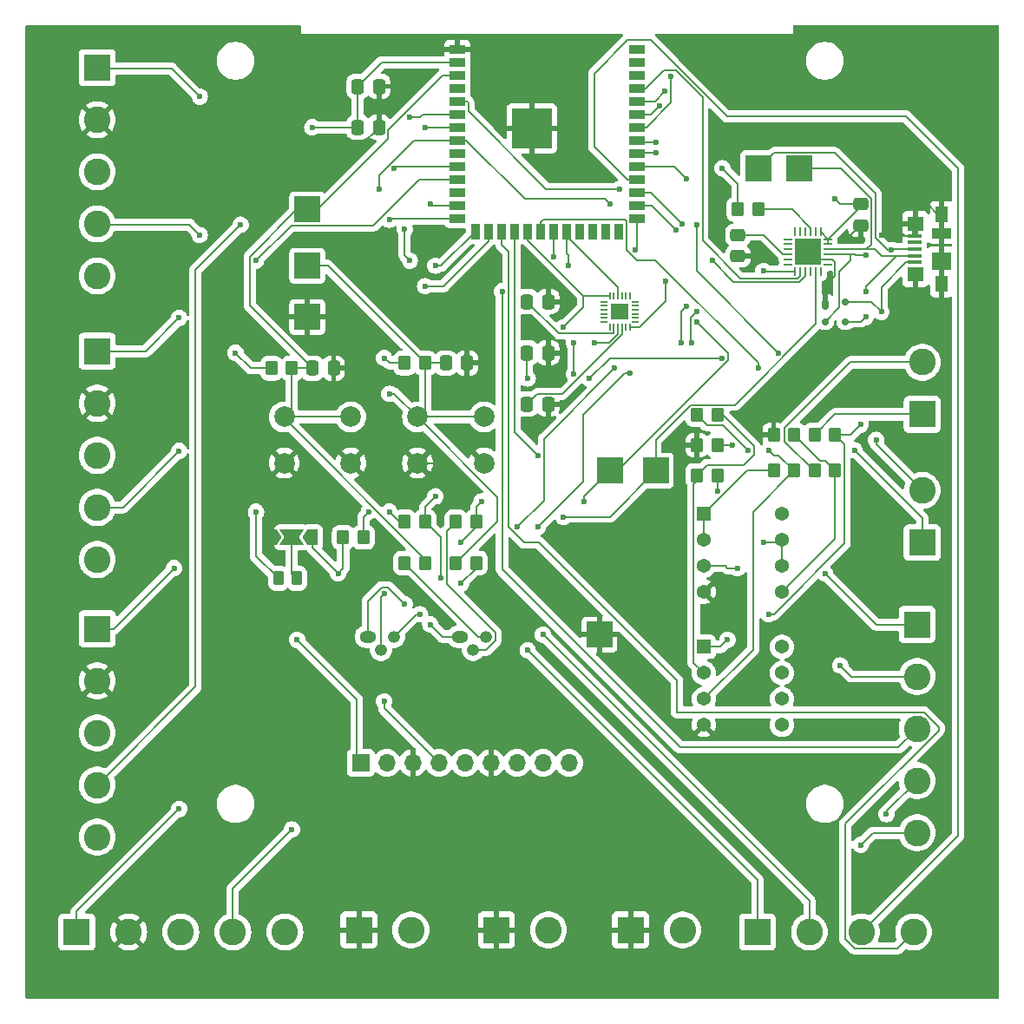
<source format=gbr>
%TF.GenerationSoftware,KiCad,Pcbnew,8.0.5*%
%TF.CreationDate,2024-10-29T07:25:13-05:00*%
%TF.ProjectId,Autonomous_Gardening_Rover_v2,4175746f-6e6f-46d6-9f75-735f47617264,rev?*%
%TF.SameCoordinates,Original*%
%TF.FileFunction,Copper,L1,Top*%
%TF.FilePolarity,Positive*%
%FSLAX46Y46*%
G04 Gerber Fmt 4.6, Leading zero omitted, Abs format (unit mm)*
G04 Created by KiCad (PCBNEW 8.0.5) date 2024-10-29 07:25:13*
%MOMM*%
%LPD*%
G01*
G04 APERTURE LIST*
G04 Aperture macros list*
%AMRoundRect*
0 Rectangle with rounded corners*
0 $1 Rounding radius*
0 $2 $3 $4 $5 $6 $7 $8 $9 X,Y pos of 4 corners*
0 Add a 4 corners polygon primitive as box body*
4,1,4,$2,$3,$4,$5,$6,$7,$8,$9,$2,$3,0*
0 Add four circle primitives for the rounded corners*
1,1,$1+$1,$2,$3*
1,1,$1+$1,$4,$5*
1,1,$1+$1,$6,$7*
1,1,$1+$1,$8,$9*
0 Add four rect primitives between the rounded corners*
20,1,$1+$1,$2,$3,$4,$5,0*
20,1,$1+$1,$4,$5,$6,$7,0*
20,1,$1+$1,$6,$7,$8,$9,0*
20,1,$1+$1,$8,$9,$2,$3,0*%
%AMFreePoly0*
4,1,6,1.000000,0.000000,0.500000,-0.750000,-0.500000,-0.750000,-0.500000,0.750000,0.500000,0.750000,1.000000,0.000000,1.000000,0.000000,$1*%
%AMFreePoly1*
4,1,7,0.700000,0.000000,1.200000,-0.750000,-1.200000,-0.750000,-0.700000,0.000000,-1.200000,0.750000,1.200000,0.750000,0.700000,0.000000,0.700000,0.000000,$1*%
G04 Aperture macros list end*
%TA.AperFunction,SMDPad,CuDef*%
%ADD10RoundRect,0.250000X-0.350000X-0.450000X0.350000X-0.450000X0.350000X0.450000X-0.350000X0.450000X0*%
%TD*%
%TA.AperFunction,ComponentPad*%
%ADD11R,2.600000X2.600000*%
%TD*%
%TA.AperFunction,ComponentPad*%
%ADD12C,2.600000*%
%TD*%
%TA.AperFunction,ComponentPad*%
%ADD13R,1.371600X1.371600*%
%TD*%
%TA.AperFunction,ComponentPad*%
%ADD14C,1.371600*%
%TD*%
%TA.AperFunction,ComponentPad*%
%ADD15C,2.000000*%
%TD*%
%TA.AperFunction,SMDPad,CuDef*%
%ADD16RoundRect,0.250000X-0.337500X-0.475000X0.337500X-0.475000X0.337500X0.475000X-0.337500X0.475000X0*%
%TD*%
%TA.AperFunction,ComponentPad*%
%ADD17O,1.600000X1.200000*%
%TD*%
%TA.AperFunction,ComponentPad*%
%ADD18O,1.200000X1.200000*%
%TD*%
%TA.AperFunction,SMDPad,CuDef*%
%ADD19R,2.500000X2.500000*%
%TD*%
%TA.AperFunction,SMDPad,CuDef*%
%ADD20FreePoly0,180.000000*%
%TD*%
%TA.AperFunction,SMDPad,CuDef*%
%ADD21FreePoly1,0.000000*%
%TD*%
%TA.AperFunction,SMDPad,CuDef*%
%ADD22FreePoly0,0.000000*%
%TD*%
%TA.AperFunction,SMDPad,CuDef*%
%ADD23RoundRect,0.175000X-0.175000X-0.325000X0.175000X-0.325000X0.175000X0.325000X-0.175000X0.325000X0*%
%TD*%
%TA.AperFunction,SMDPad,CuDef*%
%ADD24RoundRect,0.150000X-0.200000X-0.150000X0.200000X-0.150000X0.200000X0.150000X-0.200000X0.150000X0*%
%TD*%
%TA.AperFunction,SMDPad,CuDef*%
%ADD25R,1.500000X0.900000*%
%TD*%
%TA.AperFunction,SMDPad,CuDef*%
%ADD26R,0.900000X1.500000*%
%TD*%
%TA.AperFunction,HeatsinkPad*%
%ADD27C,0.600000*%
%TD*%
%TA.AperFunction,SMDPad,CuDef*%
%ADD28R,3.900000X3.900000*%
%TD*%
%TA.AperFunction,SMDPad,CuDef*%
%ADD29RoundRect,0.250000X-0.262500X-0.450000X0.262500X-0.450000X0.262500X0.450000X-0.262500X0.450000X0*%
%TD*%
%TA.AperFunction,SMDPad,CuDef*%
%ADD30RoundRect,0.250000X0.337500X0.475000X-0.337500X0.475000X-0.337500X-0.475000X0.337500X-0.475000X0*%
%TD*%
%TA.AperFunction,SMDPad,CuDef*%
%ADD31R,0.660400X0.203200*%
%TD*%
%TA.AperFunction,SMDPad,CuDef*%
%ADD32R,0.203200X0.660400*%
%TD*%
%TA.AperFunction,SMDPad,CuDef*%
%ADD33R,1.752600X1.600200*%
%TD*%
%TA.AperFunction,HeatsinkPad*%
%ADD34R,2.600000X2.600000*%
%TD*%
%TA.AperFunction,SMDPad,CuDef*%
%ADD35RoundRect,0.062500X0.062500X0.350000X-0.062500X0.350000X-0.062500X-0.350000X0.062500X-0.350000X0*%
%TD*%
%TA.AperFunction,SMDPad,CuDef*%
%ADD36RoundRect,0.062500X0.350000X0.062500X-0.350000X0.062500X-0.350000X-0.062500X0.350000X-0.062500X0*%
%TD*%
%TA.AperFunction,SMDPad,CuDef*%
%ADD37RoundRect,0.250000X-0.475000X0.337500X-0.475000X-0.337500X0.475000X-0.337500X0.475000X0.337500X0*%
%TD*%
%TA.AperFunction,ComponentPad*%
%ADD38R,1.700000X1.700000*%
%TD*%
%TA.AperFunction,ComponentPad*%
%ADD39O,1.700000X1.700000*%
%TD*%
%TA.AperFunction,SMDPad,CuDef*%
%ADD40R,1.300000X1.650000*%
%TD*%
%TA.AperFunction,SMDPad,CuDef*%
%ADD41R,1.550000X1.425000*%
%TD*%
%TA.AperFunction,SMDPad,CuDef*%
%ADD42R,1.900000X1.000000*%
%TD*%
%TA.AperFunction,SMDPad,CuDef*%
%ADD43R,1.900000X1.800000*%
%TD*%
%TA.AperFunction,SMDPad,CuDef*%
%ADD44R,1.380000X0.450000*%
%TD*%
%TA.AperFunction,ViaPad*%
%ADD45C,0.600000*%
%TD*%
%TA.AperFunction,Conductor*%
%ADD46C,0.200000*%
%TD*%
%TA.AperFunction,Conductor*%
%ADD47C,0.127000*%
%TD*%
G04 APERTURE END LIST*
D10*
%TO.P,R9,1*%
%TO.N,+3V3*%
X99500000Y-53000000D03*
%TO.P,R9,2*%
%TO.N,Net-(U2-~{RST})*%
X101500000Y-53000000D03*
%TD*%
D11*
%TO.P,J3,1,Pin_1*%
%TO.N,/MOTOR4PWM*%
X37000000Y-39180000D03*
D12*
%TO.P,J3,2,Pin_2*%
%TO.N,GND*%
X37000000Y-44260000D03*
%TO.P,J3,3,Pin_3*%
%TO.N,+5V*%
X37000000Y-49340000D03*
%TO.P,J3,4,Pin_4*%
%TO.N,/MOTOR4FG*%
X37000000Y-54420000D03*
%TO.P,J3,5,Pin_5*%
%TO.N,+12V*%
X37000000Y-59500000D03*
%TD*%
D13*
%TO.P,U3,1*%
%TO.N,Net-(U3A--)*%
X96190000Y-82690000D03*
D14*
%TO.P,U3,2,-*%
X96190000Y-85230000D03*
%TO.P,U3,3,+*%
%TO.N,+3V3*%
X96190000Y-87770000D03*
%TO.P,U3,4,V-*%
%TO.N,GND*%
X96190000Y-90310000D03*
%TO.P,U3,5,+*%
%TO.N,Net-(U3B-+)*%
X103810000Y-90310000D03*
%TO.P,U3,6,-*%
%TO.N,Net-(U3B--)*%
X103810000Y-87770000D03*
%TO.P,U3,7*%
X103810000Y-85230000D03*
%TO.P,U3,8,V+*%
%TO.N,+3V3*%
X103810000Y-82690000D03*
%TD*%
D13*
%TO.P,U4,1*%
%TO.N,/Moisture_Sensor_Output*%
X96190000Y-95690000D03*
D14*
%TO.P,U4,2,-*%
%TO.N,Net-(U4A--)*%
X96190000Y-98230000D03*
%TO.P,U4,3,+*%
%TO.N,Net-(U4A-+)*%
X96190000Y-100770000D03*
%TO.P,U4,4,V-*%
%TO.N,GND*%
X96190000Y-103310000D03*
%TO.P,U4,5,+*%
%TO.N,unconnected-(U4B-+-Pad5)*%
X103810000Y-103310000D03*
%TO.P,U4,6,-*%
%TO.N,unconnected-(U4B---Pad6)*%
X103810000Y-100770000D03*
%TO.P,U4,7*%
%TO.N,unconnected-(U4-Pad7)*%
X103810000Y-98230000D03*
%TO.P,U4,8,V+*%
%TO.N,+3V3*%
X103810000Y-95690000D03*
%TD*%
D15*
%TO.P,SW2,1,1*%
%TO.N,GND*%
X74750000Y-77750000D03*
X68250000Y-77750000D03*
%TO.P,SW2,2,2*%
%TO.N,/GPIO0_STRAPPING*%
X74750000Y-73250000D03*
X68250000Y-73250000D03*
%TD*%
%TO.P,SW1,1,1*%
%TO.N,GND*%
X61750000Y-77750000D03*
X55250000Y-77750000D03*
%TO.P,SW1,2,2*%
%TO.N,/CHIP_PU*%
X61750000Y-73250000D03*
X55250000Y-73250000D03*
%TD*%
D11*
%TO.P,J8,1,Pin_1*%
%TO.N,GND*%
X62535000Y-123305000D03*
D12*
%TO.P,J8,2,Pin_2*%
%TO.N,+3V3*%
X67615000Y-123305000D03*
%TD*%
D11*
%TO.P,J6,1,Pin_1*%
%TO.N,GND*%
X75955000Y-123305000D03*
D12*
%TO.P,J6,2,Pin_2*%
%TO.N,+5V*%
X81035000Y-123305000D03*
%TD*%
D11*
%TO.P,J5,1,Pin_1*%
%TO.N,GND*%
X89035000Y-123305000D03*
D12*
%TO.P,J5,2,Pin_2*%
%TO.N,+12V*%
X94115000Y-123305000D03*
%TD*%
%TO.P,J4,2,Pin_2*%
%TO.N,/LINACT-*%
X117500000Y-80420000D03*
D11*
%TO.P,J4,1,Pin_1*%
%TO.N,/LINACT+*%
X117500000Y-85500000D03*
%TD*%
D12*
%TO.P,J1,5,Pin_5*%
%TO.N,+12V*%
X37000000Y-87160000D03*
%TO.P,J1,4,Pin_4*%
%TO.N,/MOTOR3FG*%
X37000000Y-82080000D03*
%TO.P,J1,3,Pin_3*%
%TO.N,+5V*%
X37000000Y-77000000D03*
%TO.P,J1,2,Pin_2*%
%TO.N,GND*%
X37000000Y-71920000D03*
D11*
%TO.P,J1,1,Pin_1*%
%TO.N,/MOTOR3PWM*%
X37000000Y-66840000D03*
%TD*%
D12*
%TO.P,J11,2,Pin_2*%
%TO.N,/Input_Probe_2*%
X117500000Y-67920000D03*
D11*
%TO.P,J11,1,Pin_1*%
%TO.N,/Input_Probe_1*%
X117500000Y-73000000D03*
%TD*%
D12*
%TO.P,J24,4,Pin_4*%
%TO.N,/UWBCS*%
X116660000Y-123500000D03*
%TO.P,J24,3,Pin_3*%
%TO.N,/UWBMISO*%
X111580000Y-123500000D03*
%TO.P,J24,2,Pin_2*%
%TO.N,/UWBCLK*%
X106500000Y-123500000D03*
D11*
%TO.P,J24,1,Pin_1*%
%TO.N,/UWBMOSI*%
X101420000Y-123500000D03*
%TD*%
D16*
%TO.P,C2,1*%
%TO.N,+3V3*%
X62425000Y-41000000D03*
%TO.P,C2,2*%
%TO.N,GND*%
X64500000Y-41000000D03*
%TD*%
D10*
%TO.P,R5,1*%
%TO.N,Net-(Q1-B)*%
X72000000Y-83500000D03*
%TO.P,R5,2*%
%TO.N,/DTR*%
X74000000Y-83500000D03*
%TD*%
%TO.P,R6,1*%
%TO.N,Net-(Q2-B)*%
X67000000Y-83500000D03*
%TO.P,R6,2*%
%TO.N,/RTS*%
X69000000Y-83500000D03*
%TD*%
D17*
%TO.P,Q1,1,E*%
%TO.N,/RTS*%
X72414724Y-94684724D03*
D18*
%TO.P,Q1,2,B*%
%TO.N,Net-(Q1-B)*%
X73684724Y-95954724D03*
%TO.P,Q1,3,C*%
%TO.N,Net-(Q1-C)*%
X74954724Y-94684724D03*
%TD*%
D12*
%TO.P,J7,5,Pin_5*%
%TO.N,/MPUINT*%
X117000000Y-113820000D03*
%TO.P,J7,4,Pin_4*%
%TO.N,/MPUCS*%
X117000000Y-108740000D03*
%TO.P,J7,3,Pin_3*%
%TO.N,/MPUMISO*%
X117000000Y-103660000D03*
%TO.P,J7,2,Pin_2*%
%TO.N,/MPUCLK*%
X117000000Y-98580000D03*
D11*
%TO.P,J7,1,Pin_1*%
%TO.N,/MPUMOSI*%
X117000000Y-93500000D03*
%TD*%
D19*
%TO.P,TP4,1,1*%
%TO.N,/D-*%
X105500000Y-49000000D03*
%TD*%
D10*
%TO.P,R4,1*%
%TO.N,+3V3*%
X61000000Y-85000000D03*
%TO.P,R4,2*%
%TO.N,/GPIO46_STRAPPING*%
X63000000Y-85000000D03*
%TD*%
D20*
%TO.P,JP1,3,B*%
%TO.N,+3V3*%
X58000000Y-85000000D03*
D21*
%TO.P,JP1,2,C*%
%TO.N,Net-(JP1-C)*%
X56000000Y-85000000D03*
D22*
%TO.P,JP1,1,A*%
%TO.N,GND*%
X54000000Y-85000000D03*
%TD*%
D10*
%TO.P,R27,1*%
%TO.N,Net-(U4A--)*%
X95500000Y-78950000D03*
%TO.P,R27,2*%
%TO.N,/Moisture_Sensor_Output*%
X97500000Y-78950000D03*
%TD*%
%TO.P,R1,1*%
%TO.N,+3V3*%
X54000000Y-68500000D03*
%TO.P,R1,2*%
%TO.N,/CHIP_PU*%
X56000000Y-68500000D03*
%TD*%
D12*
%TO.P,J12,5,Pin_5*%
%TO.N,+12V*%
X55320000Y-123500000D03*
%TO.P,J12,4,Pin_4*%
%TO.N,/MOTOR1FG*%
X50240000Y-123500000D03*
%TO.P,J12,3,Pin_3*%
%TO.N,+5V*%
X45160000Y-123500000D03*
%TO.P,J12,2,Pin_2*%
%TO.N,GND*%
X40080000Y-123500000D03*
D11*
%TO.P,J12,1,Pin_1*%
%TO.N,/MOTOR1PWM*%
X35000000Y-123500000D03*
%TD*%
D23*
%TO.P,D4,1,A*%
%TO.N,GND*%
X108000000Y-62250000D03*
D24*
%TO.P,D4,2,K*%
%TO.N,/D+*%
X108000000Y-63950000D03*
%TO.P,D4,3,K*%
%TO.N,/D-*%
X110000000Y-63950000D03*
%TO.P,D4,4,K*%
%TO.N,+5V*%
X110000000Y-62050000D03*
%TD*%
D10*
%TO.P,R21,1*%
%TO.N,/Input_Probe_1*%
X107000000Y-75000000D03*
%TO.P,R21,2*%
%TO.N,+3V3*%
X109000000Y-75000000D03*
%TD*%
D25*
%TO.P,U1,1,GND*%
%TO.N,GND*%
X72150000Y-37380000D03*
%TO.P,U1,2,3V3*%
%TO.N,+3V3*%
X72150000Y-38650000D03*
%TO.P,U1,3,EN*%
%TO.N,/CHIP_PU*%
X72150000Y-39920000D03*
%TO.P,U1,4,IO4*%
%TO.N,/VBAT_READ*%
X72150000Y-41190000D03*
%TO.P,U1,5,IO5*%
%TO.N,/Moisture_Sensor_Output*%
X72150000Y-42460000D03*
%TO.P,U1,6,IO6*%
%TO.N,/pH_Sensor*%
X72150000Y-43730000D03*
%TO.P,U1,7,IO7*%
%TO.N,/temp_Sensor*%
X72150000Y-45000000D03*
%TO.P,U1,8,IO15*%
%TO.N,/MPUINT*%
X72150000Y-46270000D03*
%TO.P,U1,9,IO16*%
%TO.N,unconnected-(U1-IO16-Pad9)*%
X72150000Y-47540000D03*
%TO.P,U1,10,IO17*%
%TO.N,/MOTOR1PWM*%
X72150000Y-48810000D03*
%TO.P,U1,11,IO18*%
%TO.N,/MOTOR1FG*%
X72150000Y-50080000D03*
%TO.P,U1,12,IO8*%
%TO.N,unconnected-(U1-IO8-Pad12)*%
X72150000Y-51350000D03*
%TO.P,U1,13,IO19*%
%TO.N,/MOTOR2PWM*%
X72150000Y-52620000D03*
%TO.P,U1,14,IO20*%
%TO.N,/MOTOR2FG*%
X72150000Y-53890000D03*
D26*
%TO.P,U1,15,IO3*%
%TO.N,/GPIO3_STRAPPING*%
X73915000Y-55140000D03*
%TO.P,U1,16,IO46*%
%TO.N,/GPIO46_STRAPPING*%
X75185000Y-55140000D03*
%TO.P,U1,17,IO9*%
%TO.N,/UWBCS*%
X76455000Y-55140000D03*
%TO.P,U1,18,IO10*%
%TO.N,/LINACT-*%
X77725000Y-55140000D03*
%TO.P,U1,19,IO11*%
%TO.N,/MPUMOSI*%
X78995000Y-55140000D03*
%TO.P,U1,20,IO12*%
%TO.N,/MPUCLK*%
X80265000Y-55140000D03*
%TO.P,U1,21,IO13*%
%TO.N,/MPUMISO*%
X81535000Y-55140000D03*
%TO.P,U1,22,IO14*%
%TO.N,/MPUCS*%
X82805000Y-55140000D03*
%TO.P,U1,23,IO21*%
%TO.N,unconnected-(U1-IO21-Pad23)*%
X84075000Y-55140000D03*
%TO.P,U1,24,IO47*%
%TO.N,unconnected-(U1-IO47-Pad24)*%
X85345000Y-55140000D03*
%TO.P,U1,25,IO48*%
%TO.N,unconnected-(U1-IO48-Pad25)*%
X86615000Y-55140000D03*
%TO.P,U1,26,IO45*%
%TO.N,unconnected-(U1-IO45-Pad26)*%
X87885000Y-55140000D03*
D25*
%TO.P,U1,27,IO0*%
%TO.N,/GPIO0_STRAPPING*%
X89650000Y-53890000D03*
%TO.P,U1,28,IO35*%
%TO.N,/UWBMOSI*%
X89650000Y-52620000D03*
%TO.P,U1,29,IO36*%
%TO.N,/UWBCLK*%
X89650000Y-51350000D03*
%TO.P,U1,30,IO37*%
%TO.N,/UWBMISO*%
X89650000Y-50080000D03*
%TO.P,U1,31,IO38*%
%TO.N,/LINACT+*%
X89650000Y-48810000D03*
%TO.P,U1,32,IO39*%
%TO.N,/MOTOR3PWM*%
X89650000Y-47540000D03*
%TO.P,U1,33,IO40*%
%TO.N,/MOTOR3FG*%
X89650000Y-46270000D03*
%TO.P,U1,34,IO41*%
%TO.N,/MOTOR4PWM*%
X89650000Y-45000000D03*
%TO.P,U1,35,IO42*%
%TO.N,/MOTOR4FG*%
X89650000Y-43730000D03*
%TO.P,U1,36,RXD0*%
%TO.N,/TXD*%
X89650000Y-42460000D03*
%TO.P,U1,37,TXD0*%
%TO.N,/RXD*%
X89650000Y-41190000D03*
%TO.P,U1,38,IO2*%
%TO.N,unconnected-(U1-IO2-Pad38)*%
X89650000Y-39920000D03*
%TO.P,U1,39,IO1*%
%TO.N,unconnected-(U1-IO1-Pad39)*%
X89650000Y-38650000D03*
%TO.P,U1,40,GND*%
%TO.N,GND*%
X89650000Y-37380000D03*
D27*
%TO.P,U1,41,GND*%
X78000000Y-44400000D03*
X78000000Y-45800000D03*
X78700000Y-43700000D03*
X78700000Y-45100000D03*
X78700000Y-46500000D03*
X79400000Y-44400000D03*
D28*
X79400000Y-45100000D03*
D27*
X79400000Y-45800000D03*
X80100000Y-43700000D03*
X80100000Y-45100000D03*
X80100000Y-46500000D03*
X80800000Y-44400000D03*
X80800000Y-45800000D03*
%TD*%
D29*
%TO.P,R3,1*%
%TO.N,/GPIO3_STRAPPING*%
X54675000Y-89000000D03*
%TO.P,R3,2*%
%TO.N,Net-(JP1-C)*%
X56500000Y-89000000D03*
%TD*%
D10*
%TO.P,R7,1*%
%TO.N,Net-(Q1-C)*%
X67000000Y-87500000D03*
%TO.P,R7,2*%
%TO.N,/CHIP_PU*%
X69000000Y-87500000D03*
%TD*%
D30*
%TO.P,C16,1*%
%TO.N,GND*%
X81000000Y-72000000D03*
%TO.P,C16,2*%
%TO.N,Net-(U6-REGOUT)*%
X78925000Y-72000000D03*
%TD*%
D16*
%TO.P,C4,1*%
%TO.N,/GPIO0_STRAPPING*%
X71000000Y-68000000D03*
%TO.P,C4,2*%
%TO.N,GND*%
X73075000Y-68000000D03*
%TD*%
D19*
%TO.P,TP5,1,1*%
%TO.N,GND*%
X86000000Y-94500000D03*
%TD*%
D16*
%TO.P,C17,1*%
%TO.N,+3V3*%
X78925000Y-67000000D03*
%TO.P,C17,2*%
%TO.N,GND*%
X81000000Y-67000000D03*
%TD*%
D31*
%TO.P,U6,1,NC*%
%TO.N,unconnected-(U6-NC-Pad1)*%
X86476000Y-61999999D03*
%TO.P,U6,2,NC*%
%TO.N,unconnected-(U6-NC-Pad2)*%
X86476000Y-62400001D03*
%TO.P,U6,3,NC*%
%TO.N,unconnected-(U6-NC-Pad3)*%
X86476000Y-62800000D03*
%TO.P,U6,4,NC*%
%TO.N,unconnected-(U6-NC-Pad4)*%
X86476000Y-63200000D03*
%TO.P,U6,5,NC*%
%TO.N,unconnected-(U6-NC-Pad5)*%
X86476000Y-63599999D03*
%TO.P,U6,6,NC*%
%TO.N,unconnected-(U6-NC-Pad6)*%
X86476000Y-64000001D03*
D32*
%TO.P,U6,7,AUX_CL*%
%TO.N,unconnected-(U6-AUX_CL-Pad7)*%
X86999999Y-64524000D03*
%TO.P,U6,8,VDDIO*%
%TO.N,+3V3*%
X87400001Y-64524000D03*
%TO.P,U6,9,SDO/ADO*%
%TO.N,/MPUMISO*%
X87800000Y-64524000D03*
%TO.P,U6,10,REGOUT*%
%TO.N,Net-(U6-REGOUT)*%
X88200000Y-64524000D03*
%TO.P,U6,11,FSYNC*%
%TO.N,unconnected-(U6-FSYNC-Pad11)*%
X88599999Y-64524000D03*
%TO.P,U6,12,INT*%
%TO.N,/MPUINT*%
X89000001Y-64524000D03*
D31*
%TO.P,U6,13,VDD*%
%TO.N,+3V3*%
X89524000Y-64000001D03*
%TO.P,U6,14,NC*%
%TO.N,unconnected-(U6-NC-Pad14)*%
X89524000Y-63599999D03*
%TO.P,U6,15,NC*%
%TO.N,unconnected-(U6-NC-Pad15)*%
X89524000Y-63200000D03*
%TO.P,U6,16,NC*%
%TO.N,unconnected-(U6-NC-Pad16)*%
X89524000Y-62800000D03*
%TO.P,U6,17,NC*%
%TO.N,unconnected-(U6-NC-Pad17)*%
X89524000Y-62400001D03*
%TO.P,U6,18,GND*%
%TO.N,GND*%
X89524000Y-61999999D03*
D32*
%TO.P,U6,19,RESV*%
%TO.N,unconnected-(U6-RESV-Pad19)*%
X89000001Y-61476000D03*
%TO.P,U6,20,RESV*%
%TO.N,unconnected-(U6-RESV-Pad20)*%
X88599999Y-61476000D03*
%TO.P,U6,21,AUX_DA*%
%TO.N,unconnected-(U6-AUX_DA-Pad21)*%
X88200000Y-61476000D03*
%TO.P,U6,22,nCS*%
%TO.N,/MPUCS*%
X87800000Y-61476000D03*
%TO.P,U6,23,SCL/SCLK*%
%TO.N,/MPUCLK*%
X87400001Y-61476000D03*
%TO.P,U6,24,SDA/SDI*%
%TO.N,/MPUMOSI*%
X86999999Y-61476000D03*
D33*
%TO.P,U6,25,25*%
%TO.N,unconnected-(U6-Pad25)*%
X88000000Y-63000000D03*
%TD*%
D34*
%TO.P,U2,25,GND*%
%TO.N,GND*%
X106350000Y-57150000D03*
D35*
%TO.P,U2,24,~{DCD}*%
%TO.N,unconnected-(U2-~{DCD}-Pad24)*%
X107600000Y-59087500D03*
%TO.P,U2,23,~{DTR}*%
%TO.N,/DTR*%
X107100000Y-59087500D03*
%TO.P,U2,22,~{DSR}*%
%TO.N,unconnected-(U2-~{DSR}-Pad22)*%
X106600000Y-59087500D03*
%TO.P,U2,21,TXD*%
%TO.N,/TXD*%
X106100000Y-59087500D03*
%TO.P,U2,20,RXD*%
%TO.N,/RXD*%
X105600000Y-59087500D03*
%TO.P,U2,19,~{RTS}*%
%TO.N,/RTS*%
X105100000Y-59087500D03*
D36*
%TO.P,U2,18,~{CTS}*%
%TO.N,unconnected-(U2-~{CTS}-Pad18)*%
X104412500Y-58400000D03*
%TO.P,U2,17,SUSPEND*%
%TO.N,unconnected-(U2-SUSPEND-Pad17)*%
X104412500Y-57900000D03*
%TO.P,U2,16,VPP*%
%TO.N,Net-(U2-VPP)*%
X104412500Y-57400000D03*
%TO.P,U2,15,~{SUSPEND}*%
%TO.N,unconnected-(U2-~{SUSPEND}-Pad15)*%
X104412500Y-56900000D03*
%TO.P,U2,14,TXT/GPIO.0*%
%TO.N,unconnected-(U2-TXT{slash}GPIO.0-Pad14)*%
X104412500Y-56400000D03*
%TO.P,U2,13,RXT/GPIO.1*%
%TO.N,unconnected-(U2-RXT{slash}GPIO.1-Pad13)*%
X104412500Y-55900000D03*
D35*
%TO.P,U2,12,RS485/GPIO.2*%
%TO.N,unconnected-(U2-RS485{slash}GPIO.2-Pad12)*%
X105100000Y-55212500D03*
%TO.P,U2,11,GPIO.3*%
%TO.N,unconnected-(U2-GPIO.3-Pad11)*%
X105600000Y-55212500D03*
%TO.P,U2,10,NC*%
%TO.N,unconnected-(U2-NC-Pad10)*%
X106100000Y-55212500D03*
%TO.P,U2,9,~{RST}*%
%TO.N,Net-(U2-~{RST})*%
X106600000Y-55212500D03*
%TO.P,U2,8,VBUS*%
%TO.N,/VBUS*%
X107100000Y-55212500D03*
%TO.P,U2,7,REGIN*%
%TO.N,+3V3*%
X107600000Y-55212500D03*
D36*
%TO.P,U2,6,VDD*%
X108287500Y-55900000D03*
%TO.P,U2,5,VIO*%
X108287500Y-56400000D03*
%TO.P,U2,4,D-*%
%TO.N,/D-*%
X108287500Y-56900000D03*
%TO.P,U2,3,D+*%
%TO.N,/D+*%
X108287500Y-57400000D03*
%TO.P,U2,2,GND*%
%TO.N,GND*%
X108287500Y-57900000D03*
%TO.P,U2,1,~{RI}*%
%TO.N,unconnected-(U2-~{RI}-Pad1)*%
X108287500Y-58400000D03*
%TD*%
D19*
%TO.P,TP1,1,1*%
%TO.N,/DTR*%
X91500000Y-78500000D03*
%TD*%
D37*
%TO.P,C6,1*%
%TO.N,Net-(U2-VPP)*%
X99500000Y-55500000D03*
%TO.P,C6,2*%
%TO.N,GND*%
X99500000Y-57575000D03*
%TD*%
D10*
%TO.P,R24,1*%
%TO.N,Net-(U3A--)*%
X103000000Y-78500000D03*
%TO.P,R24,2*%
%TO.N,Net-(U4A-+)*%
X105000000Y-78500000D03*
%TD*%
D19*
%TO.P,TP6,1,1*%
%TO.N,/GPIO0_STRAPPING*%
X57500000Y-58500000D03*
%TD*%
D10*
%TO.P,R8,1*%
%TO.N,/GPIO0_STRAPPING*%
X72000000Y-87500000D03*
%TO.P,R8,2*%
%TO.N,Net-(Q2-C)*%
X74000000Y-87500000D03*
%TD*%
D19*
%TO.P,TP9,1,1*%
%TO.N,GND*%
X57500000Y-63500000D03*
%TD*%
D38*
%TO.P,J10,1,Pin_1*%
%TO.N,/pH_Sensor*%
X62720000Y-107000000D03*
D39*
%TO.P,J10,2,Pin_2*%
%TO.N,+3V3*%
X65260000Y-107000000D03*
%TO.P,J10,3,Pin_3*%
%TO.N,GND*%
X67800000Y-107000000D03*
%TO.P,J10,4,Pin_4*%
%TO.N,/temp_Sensor*%
X70340000Y-107000000D03*
%TO.P,J10,5,Pin_5*%
%TO.N,+3V3*%
X72880000Y-107000000D03*
%TO.P,J10,6,Pin_6*%
%TO.N,GND*%
X75420000Y-107000000D03*
%TO.P,J10,7,Pin_7*%
%TO.N,unconnected-(J10-Pin_7-Pad7)*%
X77960000Y-107000000D03*
%TO.P,J10,8,Pin_8*%
%TO.N,unconnected-(J10-Pin_8-Pad8)*%
X80500000Y-107000000D03*
%TO.P,J10,9,Pin_9*%
%TO.N,unconnected-(J10-Pin_9-Pad9)*%
X83040000Y-107000000D03*
%TD*%
D10*
%TO.P,R2,1*%
%TO.N,+3V3*%
X67000000Y-68000000D03*
%TO.P,R2,2*%
%TO.N,/GPIO0_STRAPPING*%
X69000000Y-68000000D03*
%TD*%
D19*
%TO.P,TP3,1,1*%
%TO.N,/D+*%
X101500000Y-49000000D03*
%TD*%
%TO.P,TP2,1,1*%
%TO.N,/RTS*%
X87000000Y-78500000D03*
%TD*%
D17*
%TO.P,Q2,1,E*%
%TO.N,/DTR*%
X63414724Y-94684724D03*
D18*
%TO.P,Q2,2,B*%
%TO.N,Net-(Q2-B)*%
X64684724Y-95954724D03*
%TO.P,Q2,3,C*%
%TO.N,Net-(Q2-C)*%
X65954724Y-94684724D03*
%TD*%
D10*
%TO.P,R25,1*%
%TO.N,Net-(U3B--)*%
X95500000Y-73050000D03*
%TO.P,R25,2*%
%TO.N,Net-(U4A--)*%
X97500000Y-73050000D03*
%TD*%
D30*
%TO.P,C15,1*%
%TO.N,GND*%
X81000000Y-62000000D03*
%TO.P,C15,2*%
%TO.N,+3V3*%
X78925000Y-62000000D03*
%TD*%
D16*
%TO.P,C1,1*%
%TO.N,+3V3*%
X62425000Y-45000000D03*
%TO.P,C1,2*%
%TO.N,GND*%
X64500000Y-45000000D03*
%TD*%
D37*
%TO.P,C5,1*%
%TO.N,+3V3*%
X111500000Y-52500000D03*
%TO.P,C5,2*%
%TO.N,GND*%
X111500000Y-54575000D03*
%TD*%
D10*
%TO.P,R26,1*%
%TO.N,GND*%
X95500000Y-76000000D03*
%TO.P,R26,2*%
%TO.N,Net-(U4A-+)*%
X97500000Y-76000000D03*
%TD*%
%TO.P,R22,1*%
%TO.N,/Input_Probe_2*%
X107000000Y-78500000D03*
%TO.P,R22,2*%
%TO.N,Net-(U3B-+)*%
X109000000Y-78500000D03*
%TD*%
%TO.P,R23,1*%
%TO.N,GND*%
X103000000Y-75000000D03*
%TO.P,R23,2*%
%TO.N,Net-(U3B-+)*%
X105000000Y-75000000D03*
%TD*%
D16*
%TO.P,C3,2*%
%TO.N,GND*%
X60075000Y-68500000D03*
%TO.P,C3,1*%
%TO.N,/CHIP_PU*%
X58000000Y-68500000D03*
%TD*%
D40*
%TO.P,J2,6,Shield*%
%TO.N,GND*%
X119400000Y-53500000D03*
D41*
X116825000Y-54387500D03*
D42*
X119400000Y-55325000D03*
D43*
X119400000Y-58025000D03*
D41*
X116825000Y-59362500D03*
D40*
X119400000Y-60250000D03*
D44*
%TO.P,J2,5,GND*%
X116740000Y-55575000D03*
%TO.P,J2,4,ID*%
%TO.N,unconnected-(J2-ID-Pad4)*%
X116740000Y-56225000D03*
%TO.P,J2,3,D+*%
%TO.N,/D+*%
X116740000Y-56875000D03*
%TO.P,J2,2,D-*%
%TO.N,/D-*%
X116740000Y-57525000D03*
%TO.P,J2,1,VBUS*%
%TO.N,+5V*%
X116740000Y-58175000D03*
%TD*%
D12*
%TO.P,J14,5,Pin_5*%
%TO.N,+12V*%
X37000000Y-114240000D03*
%TO.P,J14,4,Pin_4*%
%TO.N,/MOTOR2FG*%
X37000000Y-109160000D03*
%TO.P,J14,3,Pin_3*%
%TO.N,+5V*%
X37000000Y-104080000D03*
%TO.P,J14,2,Pin_2*%
%TO.N,GND*%
X37000000Y-99000000D03*
D11*
%TO.P,J14,1,Pin_1*%
%TO.N,/MOTOR2PWM*%
X37000000Y-93920000D03*
%TD*%
D19*
%TO.P,TP7,1,1*%
%TO.N,/CHIP_PU*%
X57500000Y-53000000D03*
%TD*%
D45*
%TO.N,GND*%
X116500000Y-62500000D03*
X61000000Y-47000000D03*
X70500000Y-78000000D03*
X72500000Y-76000000D03*
%TO.N,/MOTOR2PWM*%
X69500000Y-52500000D03*
X44500000Y-88000000D03*
%TO.N,GND*%
X118000000Y-52500000D03*
X109000000Y-66500000D03*
X102500000Y-57500000D03*
%TO.N,+3V3*%
X109000000Y-52000000D03*
X98000000Y-49000000D03*
%TO.N,GND*%
X110000000Y-56000000D03*
X108500000Y-60000000D03*
%TO.N,+3V3*%
X58000000Y-45000000D03*
%TO.N,/Moisture_Sensor_Output*%
X88000000Y-51000000D03*
X95500000Y-63000000D03*
X95000000Y-66000000D03*
%TO.N,+3V3*%
X111500000Y-74000000D03*
X99500000Y-88000000D03*
X102500000Y-92500000D03*
%TO.N,Net-(U4A-+)*%
X102500000Y-76500000D03*
X99000000Y-76000000D03*
%TO.N,Net-(U3B--)*%
X102000000Y-85500000D03*
X100500000Y-76500000D03*
%TO.N,/MPUINT*%
X64500000Y-51000000D03*
X67000000Y-54900000D03*
X111500000Y-115000000D03*
X67500000Y-58000000D03*
%TO.N,/MPUCS*%
X83000000Y-58500000D03*
X114000000Y-112000000D03*
%TO.N,/RTS*%
X70000000Y-81000000D03*
X84500000Y-81500000D03*
%TO.N,/DTR*%
X82500000Y-83000000D03*
X74500000Y-81500000D03*
%TO.N,/RTS*%
X95500000Y-64000000D03*
X102000000Y-59000000D03*
%TO.N,/TXD*%
X92400000Y-41500000D03*
X97000000Y-58000000D03*
%TO.N,/UWBCLK*%
X94065687Y-54434313D03*
X94500000Y-62500000D03*
X89000000Y-69000000D03*
X94000000Y-66000000D03*
X80500000Y-94500000D03*
X80000000Y-84000000D03*
%TO.N,/UWBMOSI*%
X93500000Y-55000000D03*
X78000000Y-84000000D03*
X87500000Y-68500000D03*
X79000000Y-96000000D03*
%TO.N,/D-*%
X112000000Y-63500000D03*
X112000000Y-61000000D03*
%TO.N,GND*%
X113500000Y-55500000D03*
%TO.N,/D+*%
X112000000Y-57500000D03*
X114500000Y-56961500D03*
%TO.N,+5V*%
X113500000Y-63000000D03*
%TO.N,/MPUMISO*%
X76500000Y-61000000D03*
%TO.N,+3V3*%
X79000000Y-69500000D03*
X65000000Y-67500000D03*
X50500000Y-67000000D03*
X60500000Y-88500000D03*
%TO.N,/MPUMOSI*%
X82500000Y-64500000D03*
X83500000Y-66000000D03*
X83500000Y-69050000D03*
X85000000Y-69500000D03*
X98000000Y-67500000D03*
X108000000Y-88500000D03*
%TO.N,/LINACT+*%
X94500000Y-50000000D03*
X95500000Y-54500000D03*
X103500000Y-67000000D03*
X110900000Y-76500000D03*
%TO.N,/LINACT-*%
X80000000Y-77000000D03*
X113000000Y-75500000D03*
%TO.N,/MPUCLK*%
X109500000Y-97500000D03*
X101500000Y-68500000D03*
%TO.N,/MPUINT*%
X87000000Y-52500000D03*
X92500000Y-60000000D03*
%TO.N,/MPUMISO*%
X81500000Y-57600000D03*
X85500000Y-66000000D03*
%TO.N,/Moisture_Sensor_Output*%
X98500000Y-95000000D03*
X97500000Y-80500000D03*
%TO.N,/temp_Sensor*%
X69000000Y-45000000D03*
X65000000Y-101000000D03*
%TO.N,/pH_Sensor*%
X67500000Y-44000000D03*
X56500000Y-95000000D03*
%TO.N,/MOTOR1FG*%
X52500000Y-58000000D03*
X56000000Y-113500000D03*
%TO.N,/MOTOR1PWM*%
X66000000Y-49000000D03*
X45000000Y-111500000D03*
%TO.N,/GPIO3_STRAPPING*%
X70000000Y-58500000D03*
X52500000Y-82500000D03*
%TO.N,Net-(Q2-C)*%
X68500000Y-92500000D03*
X72500000Y-89500000D03*
%TO.N,/DTR*%
X67000000Y-91500000D03*
X72500000Y-85500000D03*
%TO.N,/RTS*%
X69500000Y-93500000D03*
X70500000Y-89000000D03*
%TO.N,Net-(Q2-B)*%
X65500000Y-82500000D03*
X65000000Y-90500000D03*
%TO.N,/GPIO46_STRAPPING*%
X69000000Y-60500000D03*
X63500000Y-82500000D03*
%TO.N,/GPIO0_STRAPPING*%
X89500000Y-57000000D03*
X65500000Y-71000000D03*
%TO.N,/MOTOR3FG*%
X91500000Y-46500000D03*
X45000000Y-76580000D03*
%TO.N,/MOTOR3PWM*%
X45000000Y-63580000D03*
X91500000Y-47500000D03*
%TO.N,/MOTOR4FG*%
X91875735Y-42875735D03*
X47000000Y-55500000D03*
%TO.N,/MOTOR4PWM*%
X93000000Y-40000000D03*
X47000000Y-42000000D03*
%TO.N,/MOTOR2FG*%
X51000000Y-54500000D03*
X65500000Y-54000000D03*
%TD*%
D46*
%TO.N,GND*%
X116825000Y-62175000D02*
X116500000Y-62500000D01*
X116825000Y-59362500D02*
X116825000Y-62175000D01*
X111425000Y-54575000D02*
X110000000Y-56000000D01*
X111500000Y-54575000D02*
X111425000Y-54575000D01*
X64500000Y-45000000D02*
X62500000Y-47000000D01*
X62500000Y-47000000D02*
X61000000Y-47000000D01*
X102425000Y-57575000D02*
X102500000Y-57500000D01*
X99500000Y-57575000D02*
X102425000Y-57575000D01*
X108000000Y-62250000D02*
X108000000Y-60500000D01*
X108000000Y-60500000D02*
X108500000Y-60000000D01*
X70500000Y-78000000D02*
X70250000Y-77750000D01*
X70250000Y-77750000D02*
X68250000Y-77750000D01*
X73000000Y-76000000D02*
X72500000Y-76000000D01*
X74750000Y-77750000D02*
X73000000Y-76000000D01*
%TO.N,/MOTOR2PWM*%
X69620000Y-52620000D02*
X72150000Y-52620000D01*
X69500000Y-52500000D02*
X69620000Y-52620000D01*
X37000000Y-93920000D02*
X38580000Y-93920000D01*
X38580000Y-93920000D02*
X44500000Y-88000000D01*
%TO.N,GND*%
X119000000Y-53500000D02*
X118000000Y-52500000D01*
X119400000Y-53500000D02*
X119000000Y-53500000D01*
D47*
X107100000Y-57900000D02*
X106350000Y-57150000D01*
X108287500Y-57900000D02*
X107100000Y-57900000D01*
%TO.N,+3V3*%
X109500000Y-52500000D02*
X109000000Y-52000000D01*
X111500000Y-52500000D02*
X109500000Y-52500000D01*
%TO.N,Net-(U2-~{RST})*%
X106600000Y-54800001D02*
X106600000Y-55212500D01*
X104799999Y-53000000D02*
X106600000Y-54800001D01*
X101500000Y-53000000D02*
X104799999Y-53000000D01*
D46*
%TO.N,+3V3*%
X99500000Y-50500000D02*
X99500000Y-53000000D01*
X98000000Y-49000000D02*
X99500000Y-50500000D01*
D47*
%TO.N,GND*%
X108963500Y-58163501D02*
X108963500Y-59536500D01*
X108963500Y-59536500D02*
X108500000Y-60000000D01*
X108699999Y-57900000D02*
X108963500Y-58163501D01*
X108287500Y-57900000D02*
X108699999Y-57900000D01*
D46*
%TO.N,+3V3*%
X62425000Y-45000000D02*
X58000000Y-45000000D01*
%TO.N,/Moisture_Sensor_Output*%
X73100000Y-42460000D02*
X72150000Y-42460000D01*
X73200000Y-43400000D02*
X73200000Y-42560000D01*
X80800000Y-51000000D02*
X73200000Y-43400000D01*
X88000000Y-51000000D02*
X80800000Y-51000000D01*
X73200000Y-42560000D02*
X73100000Y-42460000D01*
X94900000Y-63600000D02*
X95500000Y-63000000D01*
X95000000Y-66000000D02*
X94900000Y-65900000D01*
X94900000Y-65900000D02*
X94900000Y-63600000D01*
%TO.N,+3V3*%
X110500000Y-75000000D02*
X111500000Y-74000000D01*
X109000000Y-75000000D02*
X110500000Y-75000000D01*
X98270000Y-87770000D02*
X96190000Y-87770000D01*
X98500000Y-88000000D02*
X98270000Y-87770000D01*
X99500000Y-88000000D02*
X98500000Y-88000000D01*
X103014132Y-92500000D02*
X102500000Y-92500000D01*
X109900000Y-85614132D02*
X103014132Y-92500000D01*
X109900000Y-75900000D02*
X109900000Y-85614132D01*
X109000000Y-75000000D02*
X109900000Y-75900000D01*
%TO.N,Net-(U4A-+)*%
X103500000Y-77000000D02*
X105000000Y-78500000D01*
X103000000Y-77000000D02*
X103500000Y-77000000D01*
X102500000Y-76500000D02*
X103000000Y-77000000D01*
X97500000Y-76000000D02*
X99000000Y-76000000D01*
%TO.N,Net-(U4A--)*%
X98050000Y-73050000D02*
X97500000Y-73050000D01*
X101100000Y-76100000D02*
X98050000Y-73050000D01*
X101100000Y-76900000D02*
X101100000Y-76100000D01*
X100050000Y-77950000D02*
X101100000Y-76900000D01*
X95500000Y-78950000D02*
X96500000Y-77950000D01*
X96500000Y-77950000D02*
X100050000Y-77950000D01*
%TO.N,Net-(U3B--)*%
X103540000Y-85500000D02*
X103810000Y-85230000D01*
X102000000Y-85500000D02*
X103540000Y-85500000D01*
X98050000Y-74050000D02*
X100500000Y-76500000D01*
X96500000Y-74050000D02*
X98050000Y-74050000D01*
X95500000Y-73050000D02*
X96500000Y-74050000D01*
%TO.N,/MPUINT*%
X67881471Y-46270000D02*
X72150000Y-46270000D01*
X64500000Y-49651471D02*
X67881471Y-46270000D01*
X67000000Y-57500000D02*
X67000000Y-54900000D01*
X67500000Y-58000000D02*
X67000000Y-57500000D01*
X64500000Y-51000000D02*
X64500000Y-49651471D01*
X112680000Y-113820000D02*
X111500000Y-115000000D01*
X117000000Y-113820000D02*
X112680000Y-113820000D01*
%TO.N,/MPUCS*%
X82805000Y-57305000D02*
X82805000Y-55140000D01*
X83000000Y-57500000D02*
X82805000Y-57305000D01*
X83000000Y-58500000D02*
X83000000Y-57500000D01*
X114000000Y-111740000D02*
X114000000Y-112000000D01*
X117000000Y-108740000D02*
X114000000Y-111740000D01*
%TO.N,/UWBMISO*%
X85500000Y-46880000D02*
X88700000Y-50080000D01*
X85500000Y-39730000D02*
X85500000Y-46880000D01*
X88730000Y-36500000D02*
X85500000Y-39730000D01*
X88700000Y-50080000D02*
X89650000Y-50080000D01*
X98464066Y-43950000D02*
X91014066Y-36500000D01*
X91014066Y-36500000D02*
X88730000Y-36500000D01*
X115950000Y-43950000D02*
X98464066Y-43950000D01*
X121000000Y-114080000D02*
X121000000Y-49000000D01*
X121000000Y-49000000D02*
X115950000Y-43950000D01*
X111580000Y-123500000D02*
X121000000Y-114080000D01*
D47*
%TO.N,/MPUCLK*%
X80500000Y-54000000D02*
X80265000Y-54235000D01*
X88500000Y-54000000D02*
X80500000Y-54000000D01*
X89648038Y-57944948D02*
X88636500Y-56933410D01*
X80265000Y-54235000D02*
X80265000Y-55140000D01*
X91444948Y-57944948D02*
X89648038Y-57944948D01*
X88636500Y-56933410D02*
X88636500Y-54136500D01*
X88636500Y-54136500D02*
X88500000Y-54000000D01*
D46*
%TO.N,/UWBCS*%
X77100000Y-57100000D02*
X76455000Y-56455000D01*
X77100000Y-83948529D02*
X77100000Y-57100000D01*
X76455000Y-56455000D02*
X76455000Y-55140000D01*
X78651471Y-85500000D02*
X77100000Y-83948529D01*
X93560000Y-98960000D02*
X80100000Y-85500000D01*
X93560000Y-102060000D02*
X93560000Y-98960000D01*
X117662742Y-102060000D02*
X93560000Y-102060000D01*
X119100000Y-103497258D02*
X117662742Y-102060000D01*
X119100000Y-103822742D02*
X119100000Y-103497258D01*
X109980000Y-112942742D02*
X119100000Y-103822742D01*
X80100000Y-85500000D02*
X78651471Y-85500000D01*
X109980000Y-124162742D02*
X109980000Y-112942742D01*
X110917258Y-125100000D02*
X109980000Y-124162742D01*
X115060000Y-125100000D02*
X110917258Y-125100000D01*
X116660000Y-123500000D02*
X115060000Y-125100000D01*
%TO.N,/CHIP_PU*%
X65400000Y-46100000D02*
X58500000Y-53000000D01*
X70731471Y-39920000D02*
X65400000Y-45251471D01*
X58500000Y-53000000D02*
X57500000Y-53000000D01*
X72150000Y-39920000D02*
X70731471Y-39920000D01*
X65400000Y-45251471D02*
X65400000Y-46100000D01*
D47*
%TO.N,/D+*%
X103013500Y-47486500D02*
X101500000Y-49000000D01*
X108986500Y-47486500D02*
X103013500Y-47486500D01*
X114164590Y-56961500D02*
X112936500Y-55733410D01*
X112936500Y-55733410D02*
X112936500Y-51436500D01*
X114500000Y-56961500D02*
X114164590Y-56961500D01*
X112936500Y-51436500D02*
X108986500Y-47486500D01*
%TO.N,/D-*%
X112488500Y-51942874D02*
X109545626Y-49000000D01*
X112000000Y-56900000D02*
X112488500Y-56411500D01*
X112000000Y-56900000D02*
X108287500Y-56900000D01*
X112900000Y-56900000D02*
X112000000Y-56900000D01*
X112488500Y-56411500D02*
X112488500Y-51942874D01*
X109545626Y-49000000D02*
X105500000Y-49000000D01*
%TO.N,/RTS*%
X69000000Y-82000000D02*
X69000000Y-83500000D01*
X70000000Y-81000000D02*
X69000000Y-82000000D01*
X84500000Y-81000000D02*
X84500000Y-81500000D01*
X87000000Y-78500000D02*
X84500000Y-81000000D01*
%TO.N,/DTR*%
X74000000Y-82000000D02*
X74000000Y-83500000D01*
X74500000Y-81500000D02*
X74000000Y-82000000D01*
X87000000Y-83000000D02*
X82500000Y-83000000D01*
X91500000Y-78500000D02*
X87000000Y-83000000D01*
%TO.N,/RTS*%
X98563500Y-67733410D02*
X87796910Y-78500000D01*
X98563500Y-67063500D02*
X98563500Y-67733410D01*
X95500000Y-64000000D02*
X98563500Y-67063500D01*
X102087500Y-59087500D02*
X102000000Y-59000000D01*
X87796910Y-78500000D02*
X87000000Y-78500000D01*
X105100000Y-59087500D02*
X102087500Y-59087500D01*
%TO.N,/DTR*%
X91500000Y-75500000D02*
X91500000Y-78500000D01*
X99210410Y-72086500D02*
X94913500Y-72086500D01*
X94913500Y-72086500D02*
X91500000Y-75500000D01*
X107100000Y-64196910D02*
X99210410Y-72086500D01*
X107100000Y-59087500D02*
X107100000Y-64196910D01*
%TO.N,/TXD*%
X91440000Y-42460000D02*
X89650000Y-42460000D01*
X92400000Y-41500000D02*
X91440000Y-42460000D01*
X106100000Y-59499999D02*
X105509499Y-60090500D01*
X99090500Y-60090500D02*
X97000000Y-58000000D01*
X105509499Y-60090500D02*
X99090500Y-60090500D01*
X106100000Y-59087500D02*
X106100000Y-59499999D01*
%TO.N,/RXD*%
X90527000Y-41190000D02*
X89650000Y-41190000D01*
X92280500Y-39436500D02*
X90527000Y-41190000D01*
X93436500Y-39436500D02*
X92280500Y-39436500D01*
X96063500Y-56063500D02*
X96063500Y-42063500D01*
X96063500Y-42063500D02*
X93436500Y-39436500D01*
X99763500Y-59763500D02*
X96063500Y-56063500D01*
X105336499Y-59763500D02*
X99763500Y-59763500D01*
X105600000Y-59499999D02*
X105336499Y-59763500D01*
X105600000Y-59087500D02*
X105600000Y-59499999D01*
D46*
%TO.N,/UWBCLK*%
X90981374Y-51350000D02*
X89650000Y-51350000D01*
X94000000Y-66000000D02*
X94000000Y-63000000D01*
X88500000Y-69000000D02*
X89000000Y-69000000D01*
X94000000Y-63000000D02*
X94500000Y-62500000D01*
X84450000Y-73050000D02*
X88500000Y-69000000D01*
X84450000Y-79550000D02*
X84450000Y-73050000D01*
X80000000Y-84000000D02*
X84450000Y-79550000D01*
X94065687Y-54434313D02*
X90981374Y-51350000D01*
X106500000Y-120500000D02*
X80500000Y-94500000D01*
X106500000Y-123500000D02*
X106500000Y-120500000D01*
%TO.N,/UWBMOSI*%
X91120000Y-52620000D02*
X89650000Y-52620000D01*
X93500000Y-55000000D02*
X91120000Y-52620000D01*
X80600000Y-81400000D02*
X80600000Y-75400000D01*
X80600000Y-75400000D02*
X87500000Y-68500000D01*
X78000000Y-84000000D02*
X80600000Y-81400000D01*
X101420000Y-118420000D02*
X79000000Y-96000000D01*
X101420000Y-123500000D02*
X101420000Y-118420000D01*
D47*
%TO.N,+3V3*%
X111500000Y-52500000D02*
X111500000Y-52687500D01*
%TO.N,Net-(U2-VPP)*%
X103926567Y-57400000D02*
X104412500Y-57400000D01*
X102026567Y-55500000D02*
X103926567Y-57400000D01*
X99500000Y-55500000D02*
X102026567Y-55500000D01*
%TO.N,+3V3*%
X108287500Y-55900000D02*
X107600000Y-55212500D01*
%TO.N,/D-*%
X111550000Y-63950000D02*
X110000000Y-63950000D01*
X112000000Y-63500000D02*
X111550000Y-63950000D01*
X115000000Y-57525000D02*
X112000000Y-60525000D01*
X115000000Y-57525000D02*
X113525000Y-57525000D01*
X116740000Y-57525000D02*
X115000000Y-57525000D01*
X112000000Y-60525000D02*
X112000000Y-61000000D01*
%TO.N,/D+*%
X109386500Y-62563500D02*
X108000000Y-63950000D01*
X109386500Y-59113500D02*
X109386500Y-62563500D01*
X110500000Y-57400000D02*
X110500000Y-58000000D01*
X110500000Y-57400000D02*
X108287500Y-57400000D01*
X110900000Y-57400000D02*
X110500000Y-57400000D01*
X110500000Y-58000000D02*
X109386500Y-59113500D01*
D46*
%TO.N,GND*%
X116740000Y-55575000D02*
X113575000Y-55575000D01*
X113575000Y-55575000D02*
X113500000Y-55500000D01*
D47*
%TO.N,/D+*%
X111000000Y-57500000D02*
X110900000Y-57400000D01*
X112000000Y-57500000D02*
X111000000Y-57500000D01*
X114586500Y-56875000D02*
X114500000Y-56961500D01*
X116740000Y-56875000D02*
X114586500Y-56875000D01*
%TO.N,/D-*%
X113525000Y-57525000D02*
X112900000Y-56900000D01*
D46*
%TO.N,+5V*%
X116740000Y-58175000D02*
X115925000Y-58175000D01*
X115925000Y-58175000D02*
X113500000Y-60600000D01*
X113500000Y-60600000D02*
X113500000Y-63000000D01*
X112550000Y-62050000D02*
X113500000Y-63000000D01*
X110000000Y-62050000D02*
X112550000Y-62050000D01*
%TO.N,/MPUMISO*%
X93898477Y-105498477D02*
X76500000Y-88100000D01*
X115161523Y-105498477D02*
X93898477Y-105498477D01*
X76500000Y-88100000D02*
X76500000Y-61000000D01*
X117000000Y-103660000D02*
X115161523Y-105498477D01*
%TO.N,+3V3*%
X78925000Y-69425000D02*
X79000000Y-69500000D01*
X78925000Y-67000000D02*
X78925000Y-69425000D01*
X65500000Y-68000000D02*
X65000000Y-67500000D01*
X67000000Y-68000000D02*
X65500000Y-68000000D01*
X54000000Y-68500000D02*
X52000000Y-68500000D01*
X52000000Y-68500000D02*
X50500000Y-67000000D01*
%TO.N,/GPIO0_STRAPPING*%
X74750000Y-73250000D02*
X68250000Y-73250000D01*
%TO.N,/CHIP_PU*%
X61750000Y-73250000D02*
X55250000Y-73250000D01*
%TO.N,+3V3*%
X58000000Y-85000000D02*
X58000000Y-86000000D01*
X58000000Y-86000000D02*
X60500000Y-88500000D01*
X61000000Y-88000000D02*
X60500000Y-88500000D01*
X61000000Y-85000000D02*
X61000000Y-88000000D01*
%TO.N,/GPIO0_STRAPPING*%
X59500000Y-58500000D02*
X69000000Y-68000000D01*
X57500000Y-58500000D02*
X59500000Y-58500000D01*
%TO.N,/CHIP_PU*%
X56500000Y-53000000D02*
X57500000Y-53000000D01*
X51900000Y-62400000D02*
X51900000Y-57600000D01*
X51900000Y-57600000D02*
X56500000Y-53000000D01*
X58000000Y-68500000D02*
X51900000Y-62400000D01*
%TO.N,/MPUMOSI*%
X84454000Y-62546000D02*
X84454000Y-61476000D01*
X82500000Y-64500000D02*
X84454000Y-62546000D01*
X83500000Y-69050000D02*
X83500000Y-66000000D01*
X87000000Y-67500000D02*
X85000000Y-69500000D01*
X98000000Y-67500000D02*
X87000000Y-67500000D01*
X113000000Y-93500000D02*
X108000000Y-88500000D01*
X117000000Y-93500000D02*
X113000000Y-93500000D01*
%TO.N,/LINACT+*%
X93310000Y-48810000D02*
X89650000Y-48810000D01*
X94500000Y-50000000D02*
X93310000Y-48810000D01*
X95500000Y-59000000D02*
X95500000Y-54500000D01*
X103500000Y-67000000D02*
X95500000Y-59000000D01*
X117500000Y-83100000D02*
X110900000Y-76500000D01*
X117500000Y-85500000D02*
X117500000Y-83100000D01*
%TO.N,/LINACT-*%
X77725000Y-74725000D02*
X77725000Y-55140000D01*
X80000000Y-77000000D02*
X77725000Y-74725000D01*
X113000000Y-75920000D02*
X113000000Y-75500000D01*
X117500000Y-80420000D02*
X113000000Y-75920000D01*
D47*
%TO.N,/MPUCLK*%
X110580000Y-98580000D02*
X117000000Y-98580000D01*
X109500000Y-97500000D02*
X110580000Y-98580000D01*
X101500000Y-68000000D02*
X101500000Y-68500000D01*
X91444948Y-57944948D02*
X101500000Y-68000000D01*
%TO.N,/MPUINT*%
X73027000Y-46270000D02*
X72150000Y-46270000D01*
X86500000Y-52000000D02*
X78757000Y-52000000D01*
X78757000Y-52000000D02*
X73027000Y-46270000D01*
X87000000Y-52500000D02*
X86500000Y-52000000D01*
X92500000Y-61982801D02*
X92500000Y-60000000D01*
X89958801Y-64524000D02*
X92500000Y-61982801D01*
X89000001Y-64524000D02*
X89958801Y-64524000D01*
%TO.N,Net-(U6-REGOUT)*%
X79913500Y-71011500D02*
X78925000Y-72000000D01*
X88200000Y-65207695D02*
X82396195Y-71011500D01*
X82396195Y-71011500D02*
X79913500Y-71011500D01*
X88200000Y-64524000D02*
X88200000Y-65207695D01*
%TO.N,/MPUMISO*%
X81535000Y-57565000D02*
X81535000Y-55140000D01*
X81500000Y-57600000D02*
X81535000Y-57565000D01*
X87800000Y-65145247D02*
X86945247Y-66000000D01*
X87800000Y-64524000D02*
X87800000Y-65145247D01*
X86945247Y-66000000D02*
X85500000Y-66000000D01*
D46*
%TO.N,/Moisture_Sensor_Output*%
X97810000Y-95690000D02*
X96190000Y-95690000D01*
X98500000Y-95000000D02*
X97810000Y-95690000D01*
X97500000Y-78950000D02*
X97500000Y-80500000D01*
%TO.N,Net-(U3A--)*%
X96190000Y-85230000D02*
X96190000Y-82690000D01*
%TO.N,Net-(U4A--)*%
X95204200Y-97244200D02*
X96190000Y-98230000D01*
X95204200Y-79795800D02*
X95204200Y-97244200D01*
X95500000Y-79500000D02*
X95204200Y-79795800D01*
X95500000Y-78950000D02*
X95500000Y-79500000D01*
%TO.N,Net-(U3B--)*%
X103810000Y-87770000D02*
X103810000Y-85230000D01*
%TO.N,Net-(U3B-+)*%
X109000000Y-85120000D02*
X103810000Y-90310000D01*
X109000000Y-78500000D02*
X109000000Y-85120000D01*
D47*
%TO.N,+3V3*%
X87400001Y-65082798D02*
X87365099Y-65117700D01*
X82042700Y-65117700D02*
X78925000Y-62000000D01*
X87400001Y-64524000D02*
X87400001Y-65082798D01*
X87365099Y-65117700D02*
X82042700Y-65117700D01*
%TO.N,/MPUCS*%
X82805000Y-55597000D02*
X82805000Y-55140000D01*
X87800000Y-60592000D02*
X82805000Y-55597000D01*
X87800000Y-61476000D02*
X87800000Y-60592000D01*
%TO.N,/MPUMOSI*%
X84454000Y-61476000D02*
X78995000Y-56017000D01*
X78995000Y-56017000D02*
X78995000Y-55140000D01*
X86999999Y-61476000D02*
X84454000Y-61476000D01*
D46*
%TO.N,/temp_Sensor*%
X69000000Y-45000000D02*
X72150000Y-45000000D01*
X65000000Y-101660000D02*
X65000000Y-101000000D01*
X70340000Y-107000000D02*
X65000000Y-101660000D01*
%TO.N,/pH_Sensor*%
X67500000Y-44000000D02*
X68500000Y-44000000D01*
X68500000Y-44000000D02*
X68770000Y-43730000D01*
X68770000Y-43730000D02*
X72150000Y-43730000D01*
X62314724Y-106594724D02*
X62314724Y-100814724D01*
X62314724Y-100814724D02*
X56500000Y-95000000D01*
X62720000Y-107000000D02*
X62314724Y-106594724D01*
%TO.N,Net-(U4A-+)*%
X101000000Y-82500000D02*
X101000000Y-95960000D01*
X101000000Y-95960000D02*
X96190000Y-100770000D01*
X105000000Y-78500000D02*
X101000000Y-82500000D01*
%TO.N,Net-(U3A--)*%
X100380000Y-78500000D02*
X96190000Y-82690000D01*
X103000000Y-78500000D02*
X100380000Y-78500000D01*
%TO.N,/Input_Probe_2*%
X110495256Y-67920000D02*
X117500000Y-67920000D01*
X104100000Y-74315256D02*
X110495256Y-67920000D01*
X104100000Y-75684744D02*
X104100000Y-74315256D01*
X106915256Y-78500000D02*
X104100000Y-75684744D01*
X107000000Y-78500000D02*
X106915256Y-78500000D01*
%TO.N,/Input_Probe_1*%
X109000000Y-73000000D02*
X117500000Y-73000000D01*
X107000000Y-75000000D02*
X109000000Y-73000000D01*
%TO.N,Net-(U3B-+)*%
X108000000Y-77500000D02*
X109000000Y-78500000D01*
X107500000Y-77500000D02*
X108000000Y-77500000D01*
X105000000Y-75000000D02*
X107500000Y-77500000D01*
%TO.N,/MOTOR1FG*%
X68420000Y-50080000D02*
X72150000Y-50080000D01*
X63950000Y-54550000D02*
X68420000Y-50080000D01*
X55950000Y-54550000D02*
X63950000Y-54550000D01*
X52500000Y-58000000D02*
X55950000Y-54550000D01*
X50240000Y-119260000D02*
X56000000Y-113500000D01*
X50240000Y-123500000D02*
X50240000Y-119260000D01*
%TO.N,/MOTOR1PWM*%
X66190000Y-48810000D02*
X72150000Y-48810000D01*
X66000000Y-49000000D02*
X66190000Y-48810000D01*
X35000000Y-121500000D02*
X45000000Y-111500000D01*
X35000000Y-123500000D02*
X35000000Y-121500000D01*
%TO.N,/DTR*%
X73500000Y-83000000D02*
X74000000Y-83500000D01*
%TO.N,/RXD*%
X90310000Y-41190000D02*
X89650000Y-41190000D01*
%TO.N,/GPIO3_STRAPPING*%
X70555000Y-58500000D02*
X73915000Y-55140000D01*
X70000000Y-58500000D02*
X70555000Y-58500000D01*
X52500000Y-86825000D02*
X52500000Y-82500000D01*
X54675000Y-89000000D02*
X52500000Y-86825000D01*
%TO.N,/GPIO0_STRAPPING*%
X76050000Y-81050000D02*
X68250000Y-73250000D01*
X76050000Y-83450000D02*
X76050000Y-81050000D01*
X72000000Y-87500000D02*
X76050000Y-83450000D01*
%TO.N,Net-(Q2-C)*%
X68139448Y-92500000D02*
X65954724Y-94684724D01*
X68500000Y-92500000D02*
X68139448Y-92500000D01*
X74000000Y-87500000D02*
X74000000Y-88000000D01*
X74000000Y-88000000D02*
X72500000Y-89500000D01*
%TO.N,/DTR*%
X63414724Y-91236747D02*
X63414724Y-94684724D01*
X64751471Y-89900000D02*
X63414724Y-91236747D01*
X65400000Y-89900000D02*
X64751471Y-89900000D01*
X67000000Y-91500000D02*
X65400000Y-89900000D01*
X74000000Y-84000000D02*
X72500000Y-85500000D01*
X74000000Y-83500000D02*
X74000000Y-84000000D01*
%TO.N,Net-(Q1-B)*%
X75854724Y-95057517D02*
X74957517Y-95954724D01*
X71100000Y-84400000D02*
X71100000Y-89557207D01*
X71100000Y-89557207D02*
X75854724Y-94311931D01*
X75854724Y-94311931D02*
X75854724Y-95057517D01*
X72000000Y-83500000D02*
X71100000Y-84400000D01*
X74957517Y-95954724D02*
X73684724Y-95954724D01*
%TO.N,/RTS*%
X70684724Y-94684724D02*
X72414724Y-94684724D01*
X69500000Y-93500000D02*
X70684724Y-94684724D01*
X70500000Y-85000000D02*
X70500000Y-89000000D01*
X69000000Y-83500000D02*
X70500000Y-85000000D01*
%TO.N,Net-(Q2-B)*%
X64684724Y-90815276D02*
X64684724Y-95954724D01*
X65000000Y-90500000D02*
X64684724Y-90815276D01*
X66500000Y-83500000D02*
X65500000Y-82500000D01*
X67000000Y-83500000D02*
X66500000Y-83500000D01*
%TO.N,/CHIP_PU*%
X55250000Y-73401471D02*
X55250000Y-73250000D01*
X69000000Y-87151471D02*
X55250000Y-73401471D01*
X69000000Y-87500000D02*
X69000000Y-87151471D01*
%TO.N,Net-(Q1-C)*%
X74184724Y-94684724D02*
X74954724Y-94684724D01*
X67000000Y-87500000D02*
X74184724Y-94684724D01*
%TO.N,/MOTOR4FG*%
X46000000Y-54500000D02*
X47000000Y-55500000D01*
X37000000Y-54500000D02*
X46000000Y-54500000D01*
%TO.N,/GPIO46_STRAPPING*%
X75185000Y-56090000D02*
X75185000Y-55140000D01*
X69000000Y-60500000D02*
X70775000Y-60500000D01*
X70775000Y-60500000D02*
X75185000Y-56090000D01*
X63000000Y-83000000D02*
X63500000Y-82500000D01*
X63000000Y-85000000D02*
X63000000Y-83000000D01*
%TO.N,Net-(JP1-C)*%
X56000000Y-88500000D02*
X56500000Y-89000000D01*
X56000000Y-85000000D02*
X56000000Y-88500000D01*
%TO.N,/GPIO0_STRAPPING*%
X89650000Y-56850000D02*
X89650000Y-53890000D01*
X89500000Y-57000000D02*
X89650000Y-56850000D01*
X68250000Y-73250000D02*
X66000000Y-71000000D01*
X66000000Y-71000000D02*
X65500000Y-71000000D01*
X69000000Y-72500000D02*
X68250000Y-73250000D01*
X69000000Y-68000000D02*
X69000000Y-72500000D01*
X69000000Y-68000000D02*
X71000000Y-68000000D01*
%TO.N,/CHIP_PU*%
X56000000Y-68500000D02*
X58000000Y-68500000D01*
X56000000Y-72500000D02*
X55250000Y-73250000D01*
X56000000Y-68500000D02*
X56000000Y-72500000D01*
%TO.N,+3V3*%
X62425000Y-41000000D02*
X64775000Y-38650000D01*
X64775000Y-38650000D02*
X72150000Y-38650000D01*
X62425000Y-45000000D02*
X62425000Y-41000000D01*
%TO.N,/MOTOR4PWM*%
X44260000Y-39260000D02*
X47000000Y-42000000D01*
X37000000Y-39260000D02*
X44260000Y-39260000D01*
%TO.N,/MOTOR2FG*%
X37000000Y-109160000D02*
X46600000Y-99560000D01*
%TO.N,/MOTOR3FG*%
X89880000Y-46500000D02*
X89650000Y-46270000D01*
X91500000Y-46500000D02*
X89880000Y-46500000D01*
X39500000Y-82080000D02*
X45000000Y-76580000D01*
X37000000Y-82080000D02*
X39500000Y-82080000D01*
%TO.N,/MOTOR3PWM*%
X91500000Y-47500000D02*
X89690000Y-47500000D01*
X89690000Y-47500000D02*
X89650000Y-47540000D01*
X41740000Y-66840000D02*
X45000000Y-63580000D01*
X37000000Y-66840000D02*
X41740000Y-66840000D01*
%TO.N,/MOTOR4FG*%
X91021470Y-43730000D02*
X89650000Y-43730000D01*
X91875735Y-42875735D02*
X91021470Y-43730000D01*
%TO.N,/MOTOR4PWM*%
X90600000Y-45000000D02*
X89650000Y-45000000D01*
X93000000Y-42600000D02*
X90600000Y-45000000D01*
X93000000Y-40000000D02*
X93000000Y-42600000D01*
D47*
%TO.N,+3V3*%
X108287500Y-55900000D02*
X108287500Y-56400000D01*
X111500000Y-52687500D02*
X108287500Y-55900000D01*
D46*
%TO.N,/MOTOR2FG*%
X46600000Y-99560000D02*
X46600000Y-58900000D01*
X46600000Y-58900000D02*
X51000000Y-54500000D01*
X65500000Y-54000000D02*
X65610000Y-53890000D01*
X65610000Y-53890000D02*
X72150000Y-53890000D01*
%TD*%
%TA.AperFunction,Conductor*%
%TO.N,GND*%
G36*
X56843039Y-35019685D02*
G01*
X56888794Y-35072489D01*
X56900000Y-35124000D01*
X56900000Y-35890000D01*
X88191402Y-35890000D01*
X88258441Y-35909685D01*
X88304196Y-35962489D01*
X88314140Y-36031647D01*
X88285115Y-36095203D01*
X88279083Y-36101681D01*
X85019481Y-39361282D01*
X85019479Y-39361285D01*
X85001661Y-39392147D01*
X84984352Y-39422129D01*
X84969361Y-39448094D01*
X84969359Y-39448096D01*
X84940425Y-39498209D01*
X84940424Y-39498210D01*
X84924544Y-39557472D01*
X84899499Y-39650943D01*
X84899499Y-39650945D01*
X84899499Y-39819046D01*
X84899500Y-39819059D01*
X84899500Y-46793330D01*
X84899499Y-46793348D01*
X84899499Y-46959054D01*
X84899498Y-46959054D01*
X84936683Y-47097827D01*
X84940423Y-47111785D01*
X84962763Y-47150478D01*
X84998965Y-47213182D01*
X85019479Y-47248715D01*
X85138349Y-47367585D01*
X85138355Y-47367590D01*
X87803173Y-50032408D01*
X87836658Y-50093731D01*
X87831674Y-50163423D01*
X87789802Y-50219356D01*
X87756446Y-50237131D01*
X87650478Y-50274210D01*
X87497736Y-50370185D01*
X87494903Y-50372445D01*
X87492724Y-50373334D01*
X87491842Y-50373889D01*
X87491744Y-50373734D01*
X87430217Y-50398855D01*
X87417588Y-50399500D01*
X81100097Y-50399500D01*
X81033058Y-50379815D01*
X81012416Y-50363181D01*
X78410916Y-47761681D01*
X78377431Y-47700358D01*
X78382415Y-47630666D01*
X78424287Y-47574733D01*
X78489751Y-47550316D01*
X78498597Y-47550000D01*
X79150000Y-47550000D01*
X79150000Y-46403554D01*
X79650000Y-46403554D01*
X79650000Y-47550000D01*
X81397828Y-47550000D01*
X81397844Y-47549999D01*
X81457372Y-47543598D01*
X81457379Y-47543596D01*
X81592086Y-47493354D01*
X81592093Y-47493350D01*
X81707187Y-47407190D01*
X81707190Y-47407187D01*
X81793350Y-47292093D01*
X81793354Y-47292086D01*
X81843596Y-47157379D01*
X81843598Y-47157372D01*
X81849999Y-47097844D01*
X81850000Y-47097827D01*
X81850000Y-45350000D01*
X80703553Y-45350000D01*
X80814280Y-45460726D01*
X80814282Y-45460730D01*
X81065871Y-45712318D01*
X81099356Y-45773641D01*
X81094372Y-45843332D01*
X81065871Y-45887680D01*
X80836560Y-46116990D01*
X80836548Y-46117006D01*
X80417006Y-46536548D01*
X80416999Y-46536551D01*
X80187680Y-46765871D01*
X80126357Y-46799356D01*
X80056665Y-46794372D01*
X80012318Y-46765871D01*
X79760740Y-46514292D01*
X79760725Y-46514280D01*
X79726554Y-46480109D01*
X80000000Y-46480109D01*
X80000000Y-46519891D01*
X80015224Y-46556645D01*
X80043355Y-46584776D01*
X80080109Y-46600000D01*
X80119891Y-46600000D01*
X80156645Y-46584776D01*
X80184776Y-46556645D01*
X80200000Y-46519891D01*
X80200000Y-46480109D01*
X80184776Y-46443355D01*
X80156645Y-46415224D01*
X80119891Y-46400000D01*
X80080109Y-46400000D01*
X80043355Y-46415224D01*
X80015224Y-46443355D01*
X80000000Y-46480109D01*
X79726554Y-46480109D01*
X79650000Y-46403554D01*
X79150000Y-46403554D01*
X79150000Y-46403553D01*
X79017007Y-46536548D01*
X79016998Y-46536552D01*
X78787680Y-46765871D01*
X78726357Y-46799356D01*
X78656665Y-46794372D01*
X78612318Y-46765871D01*
X78360736Y-46514288D01*
X78360726Y-46514280D01*
X78326555Y-46480109D01*
X78600000Y-46480109D01*
X78600000Y-46519891D01*
X78615224Y-46556645D01*
X78643355Y-46584776D01*
X78680109Y-46600000D01*
X78719891Y-46600000D01*
X78756645Y-46584776D01*
X78784776Y-46556645D01*
X78800000Y-46519891D01*
X78800000Y-46480109D01*
X78784776Y-46443355D01*
X78756645Y-46415224D01*
X78719891Y-46400000D01*
X78680109Y-46400000D01*
X78643355Y-46415224D01*
X78615224Y-46443355D01*
X78600000Y-46480109D01*
X78326555Y-46480109D01*
X77944573Y-46098127D01*
X77944571Y-46098124D01*
X77734127Y-45887680D01*
X77700642Y-45826357D01*
X77703949Y-45780109D01*
X77900000Y-45780109D01*
X77900000Y-45819891D01*
X77915224Y-45856645D01*
X77943355Y-45884776D01*
X77980109Y-45900000D01*
X78019891Y-45900000D01*
X78056645Y-45884776D01*
X78084776Y-45856645D01*
X78100000Y-45819891D01*
X78100000Y-45799999D01*
X78353553Y-45799999D01*
X78399436Y-45845881D01*
X78399437Y-45845883D01*
X78700000Y-46146446D01*
X79046446Y-45800000D01*
X79026555Y-45780109D01*
X79300000Y-45780109D01*
X79300000Y-45819891D01*
X79315224Y-45856645D01*
X79343355Y-45884776D01*
X79380109Y-45900000D01*
X79419891Y-45900000D01*
X79456645Y-45884776D01*
X79484776Y-45856645D01*
X79500000Y-45819891D01*
X79500000Y-45799999D01*
X79753553Y-45799999D01*
X79799436Y-45845881D01*
X79799437Y-45845883D01*
X80100000Y-46146446D01*
X80446446Y-45800000D01*
X80426555Y-45780109D01*
X80700000Y-45780109D01*
X80700000Y-45819891D01*
X80715224Y-45856645D01*
X80743355Y-45884776D01*
X80780109Y-45900000D01*
X80819891Y-45900000D01*
X80856645Y-45884776D01*
X80884776Y-45856645D01*
X80900000Y-45819891D01*
X80900000Y-45780109D01*
X80884776Y-45743355D01*
X80856645Y-45715224D01*
X80819891Y-45700000D01*
X80780109Y-45700000D01*
X80743355Y-45715224D01*
X80715224Y-45743355D01*
X80700000Y-45780109D01*
X80426555Y-45780109D01*
X80134191Y-45487745D01*
X80134189Y-45487742D01*
X80100001Y-45453553D01*
X80099999Y-45453553D01*
X80065809Y-45487744D01*
X80065808Y-45487745D01*
X79753553Y-45799999D01*
X79500000Y-45799999D01*
X79500000Y-45780109D01*
X79484776Y-45743355D01*
X79456645Y-45715224D01*
X79419891Y-45700000D01*
X79380109Y-45700000D01*
X79343355Y-45715224D01*
X79315224Y-45743355D01*
X79300000Y-45780109D01*
X79026555Y-45780109D01*
X78734191Y-45487745D01*
X78734189Y-45487742D01*
X78700001Y-45453553D01*
X78699999Y-45453553D01*
X78665809Y-45487744D01*
X78665808Y-45487745D01*
X78353553Y-45799999D01*
X78100000Y-45799999D01*
X78100000Y-45780109D01*
X78084776Y-45743355D01*
X78056645Y-45715224D01*
X78019891Y-45700000D01*
X77980109Y-45700000D01*
X77943355Y-45715224D01*
X77915224Y-45743355D01*
X77900000Y-45780109D01*
X77703949Y-45780109D01*
X77705626Y-45756665D01*
X77734127Y-45712318D01*
X77927132Y-45519314D01*
X78096446Y-45350000D01*
X76950000Y-45350000D01*
X76950000Y-46001403D01*
X76930315Y-46068442D01*
X76877511Y-46114197D01*
X76808353Y-46124141D01*
X76744797Y-46095116D01*
X76738319Y-46089084D01*
X75729344Y-45080109D01*
X78600000Y-45080109D01*
X78600000Y-45119891D01*
X78615224Y-45156645D01*
X78643355Y-45184776D01*
X78680109Y-45200000D01*
X78719891Y-45200000D01*
X78756645Y-45184776D01*
X78784776Y-45156645D01*
X78800000Y-45119891D01*
X78800000Y-45080109D01*
X80000000Y-45080109D01*
X80000000Y-45119891D01*
X80015224Y-45156645D01*
X80043355Y-45184776D01*
X80080109Y-45200000D01*
X80119891Y-45200000D01*
X80156645Y-45184776D01*
X80184776Y-45156645D01*
X80200000Y-45119891D01*
X80200000Y-45080109D01*
X80184776Y-45043355D01*
X80156645Y-45015224D01*
X80119891Y-45000000D01*
X80080109Y-45000000D01*
X80043355Y-45015224D01*
X80015224Y-45043355D01*
X80000000Y-45080109D01*
X78800000Y-45080109D01*
X78784776Y-45043355D01*
X78756645Y-45015224D01*
X78719891Y-45000000D01*
X78680109Y-45000000D01*
X78643355Y-45015224D01*
X78615224Y-45043355D01*
X78600000Y-45080109D01*
X75729344Y-45080109D01*
X73836819Y-43187584D01*
X73803334Y-43126261D01*
X73800742Y-43102155D01*
X76950000Y-43102155D01*
X76950000Y-44850000D01*
X78096445Y-44850000D01*
X78038493Y-44792048D01*
X78038493Y-44792047D01*
X77944573Y-44698127D01*
X77944571Y-44698124D01*
X77734127Y-44487680D01*
X77700642Y-44426357D01*
X77703949Y-44380109D01*
X77900000Y-44380109D01*
X77900000Y-44419891D01*
X77915224Y-44456645D01*
X77943355Y-44484776D01*
X77980109Y-44500000D01*
X78019891Y-44500000D01*
X78056645Y-44484776D01*
X78084776Y-44456645D01*
X78100000Y-44419891D01*
X78100000Y-44399999D01*
X78353553Y-44399999D01*
X78396071Y-44442516D01*
X78396072Y-44442518D01*
X78700000Y-44746446D01*
X79046446Y-44400000D01*
X79026555Y-44380109D01*
X79300000Y-44380109D01*
X79300000Y-44419891D01*
X79315224Y-44456645D01*
X79343355Y-44484776D01*
X79380109Y-44500000D01*
X79419891Y-44500000D01*
X79456645Y-44484776D01*
X79484776Y-44456645D01*
X79500000Y-44419891D01*
X79500000Y-44399999D01*
X79753553Y-44399999D01*
X79796071Y-44442516D01*
X79796072Y-44442518D01*
X80100000Y-44746446D01*
X80446446Y-44400000D01*
X80426555Y-44380109D01*
X80700000Y-44380109D01*
X80700000Y-44419891D01*
X80715224Y-44456645D01*
X80743355Y-44484776D01*
X80780109Y-44500000D01*
X80819891Y-44500000D01*
X80856645Y-44484776D01*
X80884776Y-44456645D01*
X80900000Y-44419891D01*
X80900000Y-44380109D01*
X80884776Y-44343355D01*
X80856645Y-44315224D01*
X80819891Y-44300000D01*
X80780109Y-44300000D01*
X80743355Y-44315224D01*
X80715224Y-44343355D01*
X80700000Y-44380109D01*
X80426555Y-44380109D01*
X80165760Y-44119314D01*
X80100000Y-44053553D01*
X80034240Y-44119314D01*
X80034239Y-44119314D01*
X79753553Y-44399999D01*
X79500000Y-44399999D01*
X79500000Y-44380109D01*
X79484776Y-44343355D01*
X79456645Y-44315224D01*
X79419891Y-44300000D01*
X79380109Y-44300000D01*
X79343355Y-44315224D01*
X79315224Y-44343355D01*
X79300000Y-44380109D01*
X79026555Y-44380109D01*
X78765760Y-44119314D01*
X78700000Y-44053553D01*
X78634240Y-44119314D01*
X78634239Y-44119314D01*
X78353553Y-44399999D01*
X78100000Y-44399999D01*
X78100000Y-44380109D01*
X78084776Y-44343355D01*
X78056645Y-44315224D01*
X78019891Y-44300000D01*
X77980109Y-44300000D01*
X77943355Y-44315224D01*
X77915224Y-44343355D01*
X77900000Y-44380109D01*
X77703949Y-44380109D01*
X77705626Y-44356665D01*
X77734127Y-44312318D01*
X77927132Y-44119314D01*
X78366337Y-43680109D01*
X78600000Y-43680109D01*
X78600000Y-43719891D01*
X78615224Y-43756645D01*
X78643355Y-43784776D01*
X78680109Y-43800000D01*
X78719891Y-43800000D01*
X78756645Y-43784776D01*
X78784776Y-43756645D01*
X78800000Y-43719891D01*
X78800000Y-43680109D01*
X78784776Y-43643355D01*
X78756645Y-43615224D01*
X78719891Y-43600000D01*
X78680109Y-43600000D01*
X78643355Y-43615224D01*
X78615224Y-43643355D01*
X78600000Y-43680109D01*
X78366337Y-43680109D01*
X78419314Y-43627132D01*
X78612318Y-43434127D01*
X78673641Y-43400642D01*
X78743332Y-43405626D01*
X78787680Y-43434127D01*
X78998121Y-43644568D01*
X78998127Y-43644573D01*
X79128554Y-43775000D01*
X79128555Y-43775000D01*
X79150000Y-43796445D01*
X79150000Y-43796444D01*
X79650000Y-43796444D01*
X79671445Y-43775000D01*
X79671446Y-43775000D01*
X79766337Y-43680109D01*
X80000000Y-43680109D01*
X80000000Y-43719891D01*
X80015224Y-43756645D01*
X80043355Y-43784776D01*
X80080109Y-43800000D01*
X80119891Y-43800000D01*
X80156645Y-43784776D01*
X80184776Y-43756645D01*
X80200000Y-43719891D01*
X80200000Y-43680109D01*
X80184776Y-43643355D01*
X80156645Y-43615224D01*
X80119891Y-43600000D01*
X80080109Y-43600000D01*
X80043355Y-43615224D01*
X80015224Y-43643355D01*
X80000000Y-43680109D01*
X79766337Y-43680109D01*
X79819314Y-43627132D01*
X80012318Y-43434127D01*
X80073641Y-43400642D01*
X80143332Y-43405626D01*
X80187680Y-43434127D01*
X80398121Y-43644568D01*
X80398127Y-43644573D01*
X80814280Y-44060726D01*
X80814282Y-44060730D01*
X81065871Y-44312318D01*
X81099356Y-44373641D01*
X81094372Y-44443332D01*
X81065871Y-44487680D01*
X80836560Y-44716990D01*
X80836548Y-44717006D01*
X80761507Y-44792047D01*
X80761507Y-44792048D01*
X80703555Y-44850000D01*
X81850000Y-44850000D01*
X81850000Y-43102172D01*
X81849999Y-43102155D01*
X81843598Y-43042627D01*
X81843596Y-43042620D01*
X81793354Y-42907913D01*
X81793350Y-42907906D01*
X81707190Y-42792812D01*
X81707187Y-42792809D01*
X81592093Y-42706649D01*
X81592086Y-42706645D01*
X81457379Y-42656403D01*
X81457372Y-42656401D01*
X81397844Y-42650000D01*
X79650000Y-42650000D01*
X79650000Y-43796444D01*
X79150000Y-43796444D01*
X79150000Y-42650000D01*
X77402155Y-42650000D01*
X77342627Y-42656401D01*
X77342620Y-42656403D01*
X77207913Y-42706645D01*
X77207906Y-42706649D01*
X77092812Y-42792809D01*
X77092809Y-42792812D01*
X77006649Y-42907906D01*
X77006645Y-42907913D01*
X76956403Y-43042620D01*
X76956401Y-43042627D01*
X76950000Y-43102155D01*
X73800742Y-43102155D01*
X73800500Y-43099903D01*
X73800500Y-42480946D01*
X73800500Y-42480943D01*
X73800414Y-42480623D01*
X73800416Y-42480510D01*
X73800386Y-42480519D01*
X73781438Y-42409804D01*
X73759577Y-42328216D01*
X73759575Y-42328212D01*
X73759574Y-42328209D01*
X73680524Y-42191290D01*
X73680518Y-42191282D01*
X73468717Y-41979481D01*
X73468712Y-41979477D01*
X73448798Y-41967980D01*
X73400582Y-41917413D01*
X73394616Y-41903925D01*
X73381341Y-41868332D01*
X73376357Y-41798640D01*
X73381340Y-41781669D01*
X73394091Y-41747483D01*
X73400500Y-41687873D01*
X73400499Y-40692128D01*
X73394091Y-40632517D01*
X73381340Y-40598332D01*
X73376357Y-40528642D01*
X73381340Y-40511669D01*
X73394091Y-40477483D01*
X73400500Y-40417873D01*
X73400499Y-39422128D01*
X73394091Y-39362517D01*
X73381340Y-39328332D01*
X73376357Y-39258642D01*
X73381340Y-39241669D01*
X73394091Y-39207483D01*
X73400500Y-39147873D01*
X73400499Y-38152128D01*
X73394091Y-38092517D01*
X73381073Y-38057616D01*
X73376090Y-37987926D01*
X73381075Y-37970949D01*
X73393597Y-37937375D01*
X73393598Y-37937372D01*
X73399999Y-37877844D01*
X73400000Y-37877827D01*
X73400000Y-37630000D01*
X70900000Y-37630000D01*
X70900000Y-37877839D01*
X70903700Y-37912242D01*
X70891296Y-37981002D01*
X70843687Y-38032140D01*
X70780411Y-38049500D01*
X64861669Y-38049500D01*
X64861653Y-38049499D01*
X64854057Y-38049499D01*
X64695943Y-38049499D01*
X64588587Y-38078265D01*
X64543210Y-38090424D01*
X64543209Y-38090425D01*
X64493096Y-38119359D01*
X64493095Y-38119360D01*
X64460444Y-38138211D01*
X64406285Y-38169479D01*
X64406282Y-38169481D01*
X64294478Y-38281286D01*
X62837582Y-39738181D01*
X62776259Y-39771666D01*
X62749901Y-39774500D01*
X62037498Y-39774500D01*
X62037480Y-39774501D01*
X61934703Y-39785000D01*
X61934700Y-39785001D01*
X61768168Y-39840185D01*
X61768163Y-39840187D01*
X61618842Y-39932289D01*
X61494789Y-40056342D01*
X61402687Y-40205663D01*
X61402685Y-40205668D01*
X61402615Y-40205880D01*
X61347501Y-40372203D01*
X61347501Y-40372204D01*
X61347500Y-40372204D01*
X61337000Y-40474983D01*
X61337000Y-41525001D01*
X61337001Y-41525019D01*
X61347500Y-41627796D01*
X61347501Y-41627799D01*
X61398488Y-41781666D01*
X61402686Y-41794334D01*
X61494788Y-41943656D01*
X61618844Y-42067712D01*
X61765597Y-42158229D01*
X61812321Y-42210175D01*
X61824500Y-42263767D01*
X61824500Y-43736232D01*
X61804815Y-43803271D01*
X61765598Y-43841769D01*
X61669923Y-43900781D01*
X61618842Y-43932289D01*
X61494789Y-44056342D01*
X61402687Y-44205663D01*
X61402685Y-44205668D01*
X61395326Y-44227876D01*
X61375575Y-44287483D01*
X61366621Y-44314504D01*
X61326848Y-44371949D01*
X61262333Y-44398772D01*
X61248915Y-44399500D01*
X58582412Y-44399500D01*
X58515373Y-44379815D01*
X58505097Y-44372445D01*
X58502263Y-44370185D01*
X58502262Y-44370184D01*
X58420351Y-44318716D01*
X58349523Y-44274211D01*
X58179254Y-44214631D01*
X58179249Y-44214630D01*
X58000004Y-44194435D01*
X57999996Y-44194435D01*
X57820750Y-44214630D01*
X57820745Y-44214631D01*
X57650476Y-44274211D01*
X57497737Y-44370184D01*
X57370184Y-44497737D01*
X57274211Y-44650476D01*
X57214631Y-44820745D01*
X57214630Y-44820750D01*
X57194435Y-44999996D01*
X57194435Y-45000003D01*
X57214630Y-45179249D01*
X57214631Y-45179254D01*
X57274211Y-45349523D01*
X57359042Y-45484529D01*
X57370184Y-45502262D01*
X57497738Y-45629816D01*
X57574949Y-45678331D01*
X57632721Y-45714632D01*
X57650478Y-45725789D01*
X57782907Y-45772128D01*
X57820745Y-45785368D01*
X57820750Y-45785369D01*
X57999996Y-45805565D01*
X58000000Y-45805565D01*
X58000004Y-45805565D01*
X58179249Y-45785369D01*
X58179252Y-45785368D01*
X58179255Y-45785368D01*
X58349522Y-45725789D01*
X58502262Y-45629816D01*
X58502267Y-45629810D01*
X58505097Y-45627555D01*
X58507275Y-45626665D01*
X58508158Y-45626111D01*
X58508255Y-45626265D01*
X58569783Y-45601145D01*
X58582412Y-45600500D01*
X61248915Y-45600500D01*
X61315954Y-45620185D01*
X61361709Y-45672989D01*
X61366618Y-45685489D01*
X61384470Y-45739361D01*
X61402685Y-45794331D01*
X61402687Y-45794336D01*
X61422438Y-45826357D01*
X61494788Y-45943656D01*
X61618844Y-46067712D01*
X61768166Y-46159814D01*
X61934703Y-46214999D01*
X62037491Y-46225500D01*
X62812508Y-46225499D01*
X62812516Y-46225498D01*
X62812519Y-46225498D01*
X62868802Y-46219748D01*
X62915297Y-46214999D01*
X63081834Y-46159814D01*
X63231156Y-46067712D01*
X63355212Y-45943656D01*
X63357252Y-45940347D01*
X63359245Y-45938555D01*
X63359693Y-45937989D01*
X63359789Y-45938065D01*
X63409194Y-45893623D01*
X63478156Y-45882395D01*
X63542240Y-45910234D01*
X63568329Y-45940339D01*
X63570181Y-45943341D01*
X63570183Y-45943344D01*
X63694154Y-46067315D01*
X63843375Y-46159356D01*
X63843380Y-46159358D01*
X64009802Y-46214505D01*
X64009809Y-46214506D01*
X64112518Y-46224999D01*
X64126394Y-46224999D01*
X64193434Y-46244680D01*
X64239192Y-46297481D01*
X64249140Y-46366639D01*
X64220119Y-46430196D01*
X64214082Y-46436680D01*
X59269742Y-51381021D01*
X59208419Y-51414506D01*
X59138727Y-51409522D01*
X59107750Y-51392607D01*
X59092273Y-51381021D01*
X58992331Y-51306204D01*
X58992330Y-51306203D01*
X58992328Y-51306202D01*
X58857482Y-51255908D01*
X58857483Y-51255908D01*
X58797883Y-51249501D01*
X58797881Y-51249500D01*
X58797873Y-51249500D01*
X58797864Y-51249500D01*
X56202129Y-51249500D01*
X56202123Y-51249501D01*
X56142516Y-51255908D01*
X56007671Y-51306202D01*
X56007664Y-51306206D01*
X55892455Y-51392452D01*
X55892452Y-51392455D01*
X55806206Y-51507664D01*
X55806202Y-51507671D01*
X55755908Y-51642517D01*
X55749501Y-51702116D01*
X55749500Y-51702135D01*
X55749500Y-52849902D01*
X55729815Y-52916941D01*
X55713181Y-52937583D01*
X51419481Y-57231282D01*
X51419477Y-57231287D01*
X51379461Y-57300599D01*
X51379461Y-57300600D01*
X51340423Y-57368214D01*
X51332970Y-57396029D01*
X51299499Y-57520943D01*
X51299499Y-57520945D01*
X51299499Y-57689046D01*
X51299500Y-57689059D01*
X51299500Y-62313330D01*
X51299499Y-62313348D01*
X51299499Y-62479054D01*
X51299498Y-62479054D01*
X51340423Y-62631785D01*
X51354876Y-62656818D01*
X51419477Y-62768712D01*
X51419481Y-62768717D01*
X51538349Y-62887585D01*
X51538355Y-62887590D01*
X55738583Y-67087819D01*
X55772068Y-67149142D01*
X55767084Y-67218834D01*
X55725212Y-67274767D01*
X55659748Y-67299184D01*
X55650904Y-67299500D01*
X55599999Y-67299500D01*
X55599980Y-67299501D01*
X55497203Y-67310000D01*
X55497200Y-67310001D01*
X55330668Y-67365185D01*
X55330663Y-67365187D01*
X55181342Y-67457289D01*
X55087681Y-67550951D01*
X55026358Y-67584436D01*
X54956666Y-67579452D01*
X54912319Y-67550951D01*
X54818657Y-67457289D01*
X54818656Y-67457288D01*
X54706015Y-67387811D01*
X54669336Y-67365187D01*
X54669331Y-67365185D01*
X54622060Y-67349521D01*
X54502797Y-67310001D01*
X54502795Y-67310000D01*
X54400010Y-67299500D01*
X53599998Y-67299500D01*
X53599980Y-67299501D01*
X53497203Y-67310000D01*
X53497200Y-67310001D01*
X53330668Y-67365185D01*
X53330663Y-67365187D01*
X53181342Y-67457289D01*
X53057289Y-67581342D01*
X52965187Y-67730663D01*
X52965186Y-67730666D01*
X52944089Y-67794334D01*
X52937405Y-67814504D01*
X52897632Y-67871949D01*
X52833116Y-67898772D01*
X52819699Y-67899500D01*
X52300097Y-67899500D01*
X52233058Y-67879815D01*
X52212416Y-67863181D01*
X51330700Y-66981465D01*
X51297215Y-66920142D01*
X51295163Y-66907686D01*
X51285368Y-66820745D01*
X51225789Y-66650478D01*
X51129816Y-66497738D01*
X51002262Y-66370184D01*
X50980239Y-66356346D01*
X50849523Y-66274211D01*
X50679254Y-66214631D01*
X50679249Y-66214630D01*
X50500004Y-66194435D01*
X50499996Y-66194435D01*
X50320750Y-66214630D01*
X50320745Y-66214631D01*
X50150476Y-66274211D01*
X49997737Y-66370184D01*
X49870184Y-66497737D01*
X49774211Y-66650476D01*
X49714631Y-66820745D01*
X49714630Y-66820750D01*
X49694435Y-66999996D01*
X49694435Y-67000003D01*
X49714630Y-67179249D01*
X49714631Y-67179254D01*
X49774211Y-67349523D01*
X49853049Y-67474992D01*
X49870184Y-67502262D01*
X49997738Y-67629816D01*
X50150478Y-67725789D01*
X50320745Y-67785368D01*
X50407669Y-67795161D01*
X50472080Y-67822226D01*
X50481465Y-67830700D01*
X51515139Y-68864374D01*
X51515149Y-68864385D01*
X51519479Y-68868715D01*
X51519480Y-68868716D01*
X51631284Y-68980520D01*
X51631286Y-68980521D01*
X51631290Y-68980524D01*
X51751621Y-69049996D01*
X51768216Y-69059577D01*
X51880019Y-69089534D01*
X51920942Y-69100500D01*
X51920943Y-69100500D01*
X52819699Y-69100500D01*
X52886738Y-69120185D01*
X52932493Y-69172989D01*
X52937403Y-69185492D01*
X52950661Y-69225500D01*
X52965185Y-69269331D01*
X52965187Y-69269336D01*
X52980606Y-69294334D01*
X53057288Y-69418656D01*
X53181344Y-69542712D01*
X53330666Y-69634814D01*
X53497203Y-69689999D01*
X53599991Y-69700500D01*
X54400008Y-69700499D01*
X54400016Y-69700498D01*
X54400019Y-69700498D01*
X54456302Y-69694748D01*
X54502797Y-69689999D01*
X54669334Y-69634814D01*
X54818656Y-69542712D01*
X54912319Y-69449049D01*
X54973642Y-69415564D01*
X55043334Y-69420548D01*
X55087681Y-69449049D01*
X55181344Y-69542712D01*
X55330666Y-69634814D01*
X55330667Y-69634814D01*
X55336813Y-69638605D01*
X55335706Y-69640399D01*
X55380337Y-69679687D01*
X55399500Y-69745908D01*
X55399500Y-71625500D01*
X55379815Y-71692539D01*
X55327011Y-71738294D01*
X55275500Y-71749500D01*
X55125665Y-71749500D01*
X54880383Y-71790429D01*
X54645197Y-71871169D01*
X54645188Y-71871172D01*
X54426493Y-71989524D01*
X54230257Y-72142261D01*
X54061833Y-72325217D01*
X53925826Y-72533393D01*
X53825936Y-72761118D01*
X53764892Y-73002175D01*
X53764890Y-73002187D01*
X53744357Y-73249994D01*
X53744357Y-73250005D01*
X53764890Y-73497812D01*
X53764892Y-73497824D01*
X53825936Y-73738881D01*
X53925826Y-73966606D01*
X54061833Y-74174782D01*
X54061836Y-74174785D01*
X54230256Y-74357738D01*
X54426491Y-74510474D01*
X54645190Y-74628828D01*
X54860613Y-74702783D01*
X54877927Y-74708727D01*
X54880386Y-74709571D01*
X55125665Y-74750500D01*
X55374335Y-74750500D01*
X55619614Y-74709571D01*
X55619625Y-74709567D01*
X55622523Y-74708834D01*
X55623754Y-74708880D01*
X55624673Y-74708727D01*
X55624704Y-74708915D01*
X55692343Y-74711455D01*
X55740651Y-74741357D01*
X62849208Y-81849914D01*
X62882693Y-81911237D01*
X62877709Y-81980929D01*
X62866521Y-82003567D01*
X62774210Y-82150478D01*
X62714630Y-82320750D01*
X62704837Y-82407666D01*
X62677770Y-82472080D01*
X62669299Y-82481462D01*
X62624237Y-82526524D01*
X62624212Y-82526552D01*
X62519478Y-82631286D01*
X62491785Y-82679254D01*
X62472640Y-82712415D01*
X62469361Y-82718094D01*
X62469359Y-82718096D01*
X62440425Y-82768209D01*
X62440424Y-82768210D01*
X62440423Y-82768215D01*
X62399499Y-82920943D01*
X62399499Y-82920945D01*
X62399499Y-83089046D01*
X62399500Y-83089059D01*
X62399500Y-83754091D01*
X62379815Y-83821130D01*
X62335731Y-83859641D01*
X62336813Y-83861395D01*
X62330667Y-83865185D01*
X62330666Y-83865186D01*
X62305840Y-83880499D01*
X62181342Y-83957289D01*
X62087681Y-84050951D01*
X62026358Y-84084436D01*
X61956666Y-84079452D01*
X61912319Y-84050951D01*
X61818657Y-83957289D01*
X61818656Y-83957288D01*
X61694162Y-83880500D01*
X61669336Y-83865187D01*
X61669331Y-83865185D01*
X61658340Y-83861543D01*
X61502797Y-83810001D01*
X61502795Y-83810000D01*
X61400010Y-83799500D01*
X60599998Y-83799500D01*
X60599980Y-83799501D01*
X60497203Y-83810000D01*
X60497200Y-83810001D01*
X60330668Y-83865185D01*
X60330663Y-83865187D01*
X60181342Y-83957289D01*
X60057289Y-84081342D01*
X59965187Y-84230663D01*
X59965185Y-84230668D01*
X59937349Y-84314670D01*
X59910001Y-84397203D01*
X59910001Y-84397204D01*
X59910000Y-84397204D01*
X59899500Y-84499983D01*
X59899500Y-85500001D01*
X59899501Y-85500019D01*
X59910000Y-85602796D01*
X59910001Y-85602799D01*
X59958778Y-85749997D01*
X59965186Y-85769334D01*
X60057288Y-85918656D01*
X60181344Y-86042712D01*
X60330666Y-86134814D01*
X60330667Y-86134814D01*
X60336813Y-86138605D01*
X60335706Y-86140399D01*
X60380337Y-86179687D01*
X60399500Y-86245908D01*
X60399500Y-87250903D01*
X60379815Y-87317942D01*
X60327011Y-87363697D01*
X60257853Y-87373641D01*
X60194297Y-87344616D01*
X60187819Y-87338584D01*
X58969602Y-86120367D01*
X58936117Y-86059044D01*
X58941101Y-85989352D01*
X58944483Y-85981187D01*
X58985024Y-85892416D01*
X59005500Y-85750000D01*
X59005500Y-84250000D01*
X59000784Y-84184062D01*
X59000355Y-84178059D01*
X58975237Y-84092517D01*
X58959819Y-84040008D01*
X58946018Y-84018533D01*
X58882032Y-83918969D01*
X58882028Y-83918965D01*
X58773299Y-83824750D01*
X58773297Y-83824748D01*
X58773294Y-83824746D01*
X58773290Y-83824744D01*
X58642419Y-83764976D01*
X58642414Y-83764975D01*
X58500000Y-83744500D01*
X57500000Y-83744500D01*
X57499984Y-83744500D01*
X57436481Y-83748506D01*
X57427707Y-83750923D01*
X57389889Y-83761340D01*
X57339316Y-83764530D01*
X57200000Y-83744500D01*
X54800000Y-83744500D01*
X54799978Y-83744500D01*
X54719669Y-83750923D01*
X54719656Y-83750926D01*
X54582310Y-83793773D01*
X54582308Y-83793775D01*
X54462595Y-83873584D01*
X54397440Y-83951380D01*
X54392493Y-83957289D01*
X54370211Y-83983894D01*
X54312651Y-84115754D01*
X54294570Y-84258490D01*
X54310318Y-84356319D01*
X54316899Y-84397200D01*
X54317438Y-84400545D01*
X54317439Y-84400548D01*
X54379399Y-84530401D01*
X54646609Y-84931216D01*
X54667417Y-84997915D01*
X54648862Y-85065276D01*
X54646609Y-85068782D01*
X54379399Y-85469598D01*
X54340182Y-85540005D01*
X54340179Y-85540012D01*
X54299645Y-85678058D01*
X54299645Y-85678060D01*
X54299645Y-85821940D01*
X54331935Y-85931910D01*
X54340182Y-85959994D01*
X54417967Y-86081030D01*
X54417971Y-86081034D01*
X54496571Y-86149142D01*
X54526706Y-86175254D01*
X54538730Y-86180745D01*
X54657580Y-86235023D01*
X54657583Y-86235023D01*
X54657584Y-86235024D01*
X54800000Y-86255500D01*
X55275500Y-86255500D01*
X55342539Y-86275185D01*
X55388294Y-86327989D01*
X55399500Y-86379500D01*
X55399500Y-87740741D01*
X55379815Y-87807780D01*
X55327011Y-87853535D01*
X55257853Y-87863479D01*
X55236499Y-87858447D01*
X55090297Y-87810001D01*
X55090295Y-87810000D01*
X54987516Y-87799500D01*
X54375097Y-87799500D01*
X54308058Y-87779815D01*
X54287416Y-87763181D01*
X53136819Y-86612584D01*
X53103334Y-86551261D01*
X53100500Y-86524903D01*
X53100500Y-83082412D01*
X53120185Y-83015373D01*
X53127555Y-83005097D01*
X53129810Y-83002267D01*
X53129816Y-83002262D01*
X53225789Y-82849522D01*
X53285368Y-82679255D01*
X53290773Y-82631284D01*
X53305565Y-82500003D01*
X53305565Y-82499996D01*
X53285369Y-82320750D01*
X53285368Y-82320745D01*
X53281609Y-82310002D01*
X53225789Y-82150478D01*
X53213727Y-82131282D01*
X53170712Y-82062823D01*
X53129816Y-81997738D01*
X53002262Y-81870184D01*
X52937301Y-81829366D01*
X52849523Y-81774211D01*
X52679254Y-81714631D01*
X52679249Y-81714630D01*
X52500004Y-81694435D01*
X52499996Y-81694435D01*
X52320750Y-81714630D01*
X52320745Y-81714631D01*
X52150476Y-81774211D01*
X51997737Y-81870184D01*
X51870184Y-81997737D01*
X51774211Y-82150476D01*
X51714631Y-82320745D01*
X51714630Y-82320750D01*
X51694435Y-82499996D01*
X51694435Y-82500003D01*
X51714630Y-82679249D01*
X51714631Y-82679254D01*
X51774211Y-82849523D01*
X51811529Y-82908913D01*
X51868761Y-82999998D01*
X51870185Y-83002263D01*
X51872445Y-83005097D01*
X51873334Y-83007275D01*
X51873889Y-83008158D01*
X51873734Y-83008255D01*
X51898855Y-83069783D01*
X51899500Y-83082412D01*
X51899500Y-86738330D01*
X51899499Y-86738348D01*
X51899499Y-86904054D01*
X51899498Y-86904054D01*
X51899499Y-86904057D01*
X51940423Y-87056785D01*
X51947734Y-87069448D01*
X51947736Y-87069456D01*
X51947739Y-87069455D01*
X52005499Y-87169500D01*
X52019479Y-87193714D01*
X52019481Y-87193717D01*
X52138349Y-87312585D01*
X52138355Y-87312590D01*
X53625681Y-88799916D01*
X53659166Y-88861239D01*
X53662000Y-88887597D01*
X53662000Y-89500001D01*
X53662001Y-89500019D01*
X53672500Y-89602796D01*
X53672501Y-89602799D01*
X53727685Y-89769331D01*
X53727686Y-89769334D01*
X53819788Y-89918656D01*
X53943844Y-90042712D01*
X54093166Y-90134814D01*
X54259703Y-90189999D01*
X54362491Y-90200500D01*
X54987508Y-90200499D01*
X54987516Y-90200498D01*
X54987519Y-90200498D01*
X55043802Y-90194748D01*
X55090297Y-90189999D01*
X55256834Y-90134814D01*
X55406156Y-90042712D01*
X55499819Y-89949049D01*
X55561142Y-89915564D01*
X55630834Y-89920548D01*
X55675181Y-89949049D01*
X55768844Y-90042712D01*
X55918166Y-90134814D01*
X56084703Y-90189999D01*
X56187491Y-90200500D01*
X56812508Y-90200499D01*
X56812516Y-90200498D01*
X56812519Y-90200498D01*
X56868802Y-90194748D01*
X56915297Y-90189999D01*
X57081834Y-90134814D01*
X57231156Y-90042712D01*
X57355212Y-89918656D01*
X57447314Y-89769334D01*
X57502499Y-89602797D01*
X57513000Y-89500009D01*
X57512999Y-88499992D01*
X57511106Y-88481465D01*
X57502499Y-88397203D01*
X57502498Y-88397200D01*
X57486699Y-88349522D01*
X57447314Y-88230666D01*
X57355212Y-88081344D01*
X57231156Y-87957288D01*
X57089937Y-87870184D01*
X57081836Y-87865187D01*
X57081831Y-87865185D01*
X57061497Y-87858447D01*
X56915297Y-87810001D01*
X56915295Y-87810000D01*
X56812516Y-87799500D01*
X56812509Y-87799500D01*
X56724500Y-87799500D01*
X56657461Y-87779815D01*
X56611706Y-87727011D01*
X56600500Y-87675500D01*
X56600500Y-86379500D01*
X56620185Y-86312461D01*
X56672989Y-86266706D01*
X56724500Y-86255500D01*
X57199998Y-86255500D01*
X57200000Y-86255500D01*
X57200002Y-86255499D01*
X57200021Y-86255499D01*
X57280326Y-86249076D01*
X57280326Y-86249075D01*
X57280338Y-86249075D01*
X57308740Y-86240213D01*
X57363316Y-86235848D01*
X57390339Y-86239733D01*
X57453895Y-86268758D01*
X57480079Y-86300470D01*
X57517442Y-86365186D01*
X57519479Y-86368714D01*
X57519481Y-86368717D01*
X57638349Y-86487585D01*
X57638355Y-86487590D01*
X59669298Y-88518533D01*
X59702783Y-88579856D01*
X59704837Y-88592330D01*
X59714630Y-88679249D01*
X59714631Y-88679254D01*
X59714632Y-88679255D01*
X59720064Y-88694780D01*
X59774210Y-88849521D01*
X59843943Y-88960500D01*
X59870184Y-89002262D01*
X59997738Y-89129816D01*
X60150478Y-89225789D01*
X60320742Y-89285367D01*
X60320745Y-89285368D01*
X60320750Y-89285369D01*
X60499996Y-89305565D01*
X60500000Y-89305565D01*
X60500004Y-89305565D01*
X60679249Y-89285369D01*
X60679252Y-89285368D01*
X60679255Y-89285368D01*
X60849522Y-89225789D01*
X61002262Y-89129816D01*
X61129816Y-89002262D01*
X61225789Y-88849522D01*
X61285368Y-88679255D01*
X61295161Y-88592330D01*
X61322226Y-88527920D01*
X61330700Y-88518534D01*
X61330701Y-88518533D01*
X61480520Y-88368716D01*
X61559577Y-88231784D01*
X61600501Y-88079057D01*
X61600501Y-87920942D01*
X61600501Y-87913347D01*
X61600500Y-87913329D01*
X61600500Y-86245908D01*
X61620185Y-86178869D01*
X61664271Y-86140363D01*
X61663187Y-86138605D01*
X61669332Y-86134814D01*
X61669334Y-86134814D01*
X61818656Y-86042712D01*
X61912319Y-85949049D01*
X61973642Y-85915564D01*
X62043334Y-85920548D01*
X62087681Y-85949049D01*
X62181344Y-86042712D01*
X62330666Y-86134814D01*
X62497203Y-86189999D01*
X62599991Y-86200500D01*
X63400008Y-86200499D01*
X63400016Y-86200498D01*
X63400019Y-86200498D01*
X63456302Y-86194748D01*
X63502797Y-86189999D01*
X63669334Y-86134814D01*
X63818656Y-86042712D01*
X63942712Y-85918656D01*
X64034814Y-85769334D01*
X64089999Y-85602797D01*
X64100500Y-85500009D01*
X64100499Y-84499992D01*
X64089999Y-84397203D01*
X64034814Y-84230666D01*
X63942712Y-84081344D01*
X63818656Y-83957288D01*
X63669334Y-83865186D01*
X63669332Y-83865185D01*
X63663187Y-83861395D01*
X63664290Y-83859605D01*
X63619649Y-83820290D01*
X63600500Y-83754091D01*
X63600500Y-83400908D01*
X63620185Y-83333869D01*
X63672989Y-83288114D01*
X63683536Y-83283869D01*
X63849522Y-83225789D01*
X63996433Y-83133478D01*
X64063668Y-83114478D01*
X64130503Y-83134845D01*
X64150085Y-83150791D01*
X67087113Y-86087819D01*
X67120598Y-86149142D01*
X67115614Y-86218834D01*
X67073742Y-86274767D01*
X67008278Y-86299184D01*
X66999432Y-86299500D01*
X66599998Y-86299500D01*
X66599980Y-86299501D01*
X66497203Y-86310000D01*
X66497200Y-86310001D01*
X66330668Y-86365185D01*
X66330663Y-86365187D01*
X66181342Y-86457289D01*
X66057289Y-86581342D01*
X65965187Y-86730663D01*
X65965185Y-86730668D01*
X65947884Y-86782881D01*
X65910001Y-86897203D01*
X65910001Y-86897204D01*
X65910000Y-86897204D01*
X65899500Y-86999983D01*
X65899500Y-88000001D01*
X65899501Y-88000019D01*
X65910000Y-88102796D01*
X65910001Y-88102799D01*
X65952372Y-88230663D01*
X65965186Y-88269334D01*
X66057288Y-88418656D01*
X66181344Y-88542712D01*
X66330666Y-88634814D01*
X66497203Y-88689999D01*
X66599991Y-88700500D01*
X67299902Y-88700499D01*
X67366941Y-88720183D01*
X67387583Y-88736818D01*
X72048292Y-93397527D01*
X72081777Y-93458850D01*
X72076793Y-93528542D01*
X72034921Y-93584475D01*
X71980010Y-93607681D01*
X71957025Y-93611321D01*
X71792276Y-93664852D01*
X71637935Y-93743492D01*
X71595655Y-93774211D01*
X71497796Y-93845310D01*
X71497794Y-93845312D01*
X71497793Y-93845312D01*
X71375312Y-93967793D01*
X71375312Y-93967794D01*
X71375310Y-93967796D01*
X71337759Y-94019481D01*
X71327857Y-94033110D01*
X71272527Y-94075775D01*
X71227539Y-94084224D01*
X70984822Y-94084224D01*
X70917783Y-94064539D01*
X70897141Y-94047905D01*
X70330700Y-93481465D01*
X70297215Y-93420142D01*
X70295163Y-93407686D01*
X70285368Y-93320745D01*
X70225789Y-93150478D01*
X70129816Y-92997738D01*
X70002262Y-92870184D01*
X69969379Y-92849522D01*
X69849523Y-92774211D01*
X69679254Y-92714631D01*
X69679249Y-92714630D01*
X69500004Y-92694435D01*
X69499996Y-92694435D01*
X69435388Y-92701714D01*
X69366566Y-92689659D01*
X69315187Y-92642310D01*
X69297563Y-92574699D01*
X69298285Y-92564610D01*
X69301248Y-92538319D01*
X69305565Y-92500000D01*
X69304824Y-92493425D01*
X69285369Y-92320750D01*
X69285368Y-92320745D01*
X69252141Y-92225788D01*
X69225789Y-92150478D01*
X69129816Y-91997738D01*
X69002262Y-91870184D01*
X68958127Y-91842452D01*
X68849523Y-91774211D01*
X68679254Y-91714631D01*
X68679249Y-91714630D01*
X68500004Y-91694435D01*
X68499996Y-91694435D01*
X68320750Y-91714630D01*
X68320745Y-91714631D01*
X68150476Y-91774211D01*
X67997734Y-91870186D01*
X67997733Y-91870186D01*
X67958251Y-91909669D01*
X67914194Y-91935107D01*
X67915116Y-91937335D01*
X67913726Y-91937910D01*
X67908343Y-91938486D01*
X67902675Y-91941759D01*
X67899821Y-91942524D01*
X67899006Y-91939485D01*
X67844254Y-91945347D01*
X67781789Y-91914043D01*
X67746165Y-91853937D01*
X67748691Y-91784113D01*
X67749286Y-91782372D01*
X67785366Y-91679262D01*
X67785369Y-91679249D01*
X67805565Y-91500003D01*
X67805565Y-91499996D01*
X67785369Y-91320750D01*
X67785368Y-91320745D01*
X67777299Y-91297686D01*
X67725789Y-91150478D01*
X67629816Y-90997738D01*
X67502262Y-90870184D01*
X67498832Y-90868029D01*
X67349521Y-90774210D01*
X67179249Y-90714630D01*
X67092331Y-90704837D01*
X67027917Y-90677770D01*
X67018534Y-90669298D01*
X65887590Y-89538355D01*
X65887588Y-89538352D01*
X65768717Y-89419481D01*
X65768709Y-89419475D01*
X65664407Y-89359257D01*
X65664406Y-89359256D01*
X65664406Y-89359257D01*
X65631785Y-89340423D01*
X65479057Y-89299499D01*
X65320943Y-89299499D01*
X65313347Y-89299499D01*
X65313331Y-89299500D01*
X64838141Y-89299500D01*
X64838125Y-89299499D01*
X64830529Y-89299499D01*
X64672414Y-89299499D01*
X64620417Y-89313432D01*
X64519685Y-89340423D01*
X64519680Y-89340426D01*
X64382761Y-89419475D01*
X64382753Y-89419481D01*
X62934205Y-90868029D01*
X62934204Y-90868031D01*
X62895811Y-90934530D01*
X62855147Y-91004962D01*
X62814223Y-91157690D01*
X62814223Y-91157692D01*
X62814223Y-91325793D01*
X62814224Y-91325806D01*
X62814224Y-93577682D01*
X62794539Y-93644721D01*
X62746518Y-93688167D01*
X62637937Y-93743490D01*
X62539898Y-93814720D01*
X62497796Y-93845310D01*
X62497794Y-93845312D01*
X62497793Y-93845312D01*
X62375312Y-93967793D01*
X62375312Y-93967794D01*
X62375310Y-93967796D01*
X62352597Y-93999058D01*
X62273492Y-94107935D01*
X62194852Y-94262276D01*
X62141321Y-94427026D01*
X62114224Y-94598113D01*
X62114224Y-94771334D01*
X62137792Y-94920142D01*
X62141322Y-94942425D01*
X62194851Y-95107169D01*
X62273492Y-95261512D01*
X62375310Y-95401652D01*
X62497796Y-95524138D01*
X62637936Y-95625956D01*
X62792279Y-95704597D01*
X62957023Y-95758126D01*
X63128113Y-95785224D01*
X63459194Y-95785224D01*
X63526233Y-95804909D01*
X63571988Y-95857713D01*
X63582665Y-95920665D01*
X63579509Y-95954723D01*
X63579509Y-95954724D01*
X63598326Y-96157806D01*
X63654141Y-96353971D01*
X63654146Y-96353984D01*
X63745051Y-96536545D01*
X63867961Y-96699305D01*
X64018682Y-96836704D01*
X64018684Y-96836706D01*
X64082631Y-96876300D01*
X64192087Y-96944072D01*
X64382268Y-97017748D01*
X64582748Y-97055224D01*
X64582750Y-97055224D01*
X64786698Y-97055224D01*
X64786700Y-97055224D01*
X64987180Y-97017748D01*
X65177361Y-96944072D01*
X65350765Y-96836705D01*
X65501488Y-96699303D01*
X65624397Y-96536545D01*
X65715306Y-96353974D01*
X65771121Y-96157807D01*
X65789939Y-95954724D01*
X65786783Y-95920665D01*
X65800198Y-95852096D01*
X65848555Y-95801664D01*
X65910254Y-95785224D01*
X66056698Y-95785224D01*
X66056700Y-95785224D01*
X66257180Y-95747748D01*
X66447361Y-95674072D01*
X66620765Y-95566705D01*
X66771488Y-95429303D01*
X66894397Y-95266545D01*
X66985306Y-95083974D01*
X67041121Y-94887807D01*
X67059939Y-94684724D01*
X67043601Y-94508410D01*
X67057016Y-94439843D01*
X67079388Y-94409293D01*
X68178662Y-93310019D01*
X68239983Y-93276536D01*
X68307295Y-93280661D01*
X68320745Y-93285368D01*
X68320751Y-93285368D01*
X68320752Y-93285369D01*
X68499996Y-93305565D01*
X68500000Y-93305565D01*
X68500002Y-93305565D01*
X68529449Y-93302246D01*
X68564610Y-93298285D01*
X68633432Y-93310339D01*
X68684811Y-93357688D01*
X68702436Y-93425298D01*
X68701714Y-93435388D01*
X68694435Y-93499995D01*
X68694435Y-93500003D01*
X68714630Y-93679249D01*
X68714631Y-93679254D01*
X68774211Y-93849523D01*
X68856523Y-93980521D01*
X68870184Y-94002262D01*
X68997738Y-94129816D01*
X69150478Y-94225789D01*
X69320745Y-94285368D01*
X69407669Y-94295161D01*
X69472080Y-94322226D01*
X69481464Y-94330699D01*
X70316008Y-95165244D01*
X70316010Y-95165245D01*
X70316014Y-95165248D01*
X70401551Y-95214632D01*
X70452940Y-95244301D01*
X70605667Y-95285225D01*
X70605669Y-95285225D01*
X70771378Y-95285225D01*
X70771394Y-95285224D01*
X71227539Y-95285224D01*
X71294578Y-95304909D01*
X71327855Y-95336336D01*
X71375310Y-95401652D01*
X71497796Y-95524138D01*
X71637936Y-95625956D01*
X71792279Y-95704597D01*
X71957023Y-95758126D01*
X72128113Y-95785224D01*
X72459194Y-95785224D01*
X72526233Y-95804909D01*
X72571988Y-95857713D01*
X72582665Y-95920665D01*
X72579509Y-95954723D01*
X72579509Y-95954724D01*
X72598326Y-96157806D01*
X72654141Y-96353971D01*
X72654146Y-96353984D01*
X72745051Y-96536545D01*
X72867961Y-96699305D01*
X73018682Y-96836704D01*
X73018684Y-96836706D01*
X73082631Y-96876300D01*
X73192087Y-96944072D01*
X73382268Y-97017748D01*
X73582748Y-97055224D01*
X73582750Y-97055224D01*
X73786698Y-97055224D01*
X73786700Y-97055224D01*
X73987180Y-97017748D01*
X74177361Y-96944072D01*
X74350765Y-96836705D01*
X74501488Y-96699303D01*
X74573082Y-96604497D01*
X74629191Y-96562861D01*
X74672036Y-96555224D01*
X74870848Y-96555224D01*
X74870864Y-96555225D01*
X74878460Y-96555225D01*
X75036571Y-96555225D01*
X75036574Y-96555225D01*
X75189302Y-96514301D01*
X75243026Y-96483283D01*
X75326233Y-96435244D01*
X75438037Y-96323440D01*
X75438037Y-96323438D01*
X75448241Y-96313235D01*
X75448245Y-96313230D01*
X75761479Y-95999996D01*
X78194435Y-95999996D01*
X78194435Y-96000003D01*
X78214630Y-96179249D01*
X78214631Y-96179254D01*
X78274211Y-96349523D01*
X78344685Y-96461681D01*
X78370184Y-96502262D01*
X78497738Y-96629816D01*
X78650478Y-96725789D01*
X78820745Y-96785368D01*
X78907669Y-96795161D01*
X78972080Y-96822226D01*
X78981465Y-96830700D01*
X100783181Y-118632416D01*
X100816666Y-118693739D01*
X100819500Y-118720097D01*
X100819500Y-121575500D01*
X100799815Y-121642539D01*
X100747011Y-121688294D01*
X100695500Y-121699500D01*
X100072129Y-121699500D01*
X100072123Y-121699501D01*
X100012516Y-121705908D01*
X99877671Y-121756202D01*
X99877664Y-121756206D01*
X99762455Y-121842452D01*
X99762452Y-121842455D01*
X99676206Y-121957664D01*
X99676202Y-121957671D01*
X99625908Y-122092517D01*
X99619501Y-122152116D01*
X99619501Y-122152123D01*
X99619500Y-122152135D01*
X99619500Y-124847870D01*
X99619501Y-124847876D01*
X99625908Y-124907483D01*
X99676202Y-125042328D01*
X99676206Y-125042335D01*
X99762452Y-125157544D01*
X99762455Y-125157547D01*
X99877664Y-125243793D01*
X99877671Y-125243797D01*
X100012517Y-125294091D01*
X100012516Y-125294091D01*
X100019444Y-125294835D01*
X100072127Y-125300500D01*
X102767872Y-125300499D01*
X102827483Y-125294091D01*
X102962331Y-125243796D01*
X103077546Y-125157546D01*
X103163796Y-125042331D01*
X103214091Y-124907483D01*
X103220500Y-124847873D01*
X103220499Y-122152128D01*
X103214091Y-122092517D01*
X103212542Y-122088365D01*
X103163797Y-121957671D01*
X103163793Y-121957664D01*
X103077547Y-121842455D01*
X103077544Y-121842452D01*
X102962335Y-121756206D01*
X102962328Y-121756202D01*
X102827482Y-121705908D01*
X102827483Y-121705908D01*
X102767883Y-121699501D01*
X102767881Y-121699500D01*
X102767873Y-121699500D01*
X102767865Y-121699500D01*
X102144500Y-121699500D01*
X102077461Y-121679815D01*
X102031706Y-121627011D01*
X102020500Y-121575500D01*
X102020500Y-118340945D01*
X102020500Y-118340943D01*
X101979577Y-118188216D01*
X101979577Y-118188215D01*
X101979577Y-118188214D01*
X101950639Y-118138095D01*
X101950637Y-118138092D01*
X101900520Y-118051284D01*
X101788716Y-117939480D01*
X101788715Y-117939479D01*
X101784385Y-117935149D01*
X101784374Y-117935139D01*
X79830700Y-95981465D01*
X79797215Y-95920142D01*
X79795163Y-95907686D01*
X79785368Y-95820745D01*
X79725789Y-95650478D01*
X79629816Y-95497738D01*
X79502262Y-95370184D01*
X79469379Y-95349522D01*
X79349523Y-95274211D01*
X79179254Y-95214631D01*
X79179249Y-95214630D01*
X79000004Y-95194435D01*
X78999996Y-95194435D01*
X78820750Y-95214630D01*
X78820745Y-95214631D01*
X78650476Y-95274211D01*
X78497737Y-95370184D01*
X78370184Y-95497737D01*
X78274211Y-95650476D01*
X78214631Y-95820745D01*
X78214630Y-95820750D01*
X78194435Y-95999996D01*
X75761479Y-95999996D01*
X76213230Y-95548245D01*
X76213235Y-95548241D01*
X76223438Y-95538037D01*
X76223440Y-95538037D01*
X76335244Y-95426233D01*
X76405513Y-95304523D01*
X76414301Y-95289302D01*
X76455224Y-95136575D01*
X76455224Y-94978460D01*
X76455224Y-94499996D01*
X79694435Y-94499996D01*
X79694435Y-94500003D01*
X79714630Y-94679249D01*
X79714631Y-94679254D01*
X79774211Y-94849523D01*
X79841322Y-94956328D01*
X79870184Y-95002262D01*
X79997738Y-95129816D01*
X80150478Y-95225789D01*
X80320745Y-95285368D01*
X80407669Y-95295161D01*
X80472080Y-95322226D01*
X80481465Y-95330700D01*
X105863181Y-120712416D01*
X105896666Y-120773739D01*
X105899500Y-120800097D01*
X105899500Y-121712866D01*
X105879815Y-121779905D01*
X105829302Y-121824586D01*
X105597230Y-121936346D01*
X105374258Y-122088365D01*
X105176442Y-122271910D01*
X105008185Y-122482898D01*
X104873258Y-122716599D01*
X104873256Y-122716603D01*
X104774666Y-122967804D01*
X104774664Y-122967811D01*
X104714616Y-123230898D01*
X104694451Y-123499995D01*
X104694451Y-123500004D01*
X104714616Y-123769101D01*
X104774664Y-124032188D01*
X104774666Y-124032195D01*
X104820901Y-124150000D01*
X104873257Y-124283398D01*
X105008185Y-124517102D01*
X105114429Y-124650327D01*
X105176442Y-124728089D01*
X105363183Y-124901358D01*
X105374259Y-124911635D01*
X105597226Y-125063651D01*
X105597229Y-125063652D01*
X105597230Y-125063653D01*
X105600609Y-125065280D01*
X105840359Y-125180738D01*
X106098228Y-125260280D01*
X106098229Y-125260280D01*
X106098232Y-125260281D01*
X106365063Y-125300499D01*
X106365068Y-125300499D01*
X106365071Y-125300500D01*
X106365072Y-125300500D01*
X106634928Y-125300500D01*
X106634929Y-125300500D01*
X106634936Y-125300499D01*
X106901767Y-125260281D01*
X106901768Y-125260280D01*
X106901772Y-125260280D01*
X107159641Y-125180738D01*
X107351765Y-125088216D01*
X107402767Y-125063655D01*
X107402767Y-125063654D01*
X107402775Y-125063651D01*
X107625741Y-124911635D01*
X107823561Y-124728085D01*
X107991815Y-124517102D01*
X108126743Y-124283398D01*
X108225334Y-124032195D01*
X108285383Y-123769103D01*
X108300752Y-123564019D01*
X108305549Y-123500004D01*
X108305549Y-123499995D01*
X108285389Y-123230973D01*
X108285383Y-123230897D01*
X108225334Y-122967805D01*
X108126743Y-122716602D01*
X107991815Y-122482898D01*
X107823561Y-122271915D01*
X107823560Y-122271914D01*
X107823557Y-122271910D01*
X107625741Y-122088365D01*
X107586038Y-122061296D01*
X107402775Y-121936349D01*
X107402769Y-121936346D01*
X107402768Y-121936345D01*
X107402767Y-121936344D01*
X107170699Y-121824587D01*
X107118839Y-121777765D01*
X107100500Y-121712867D01*
X107100500Y-120589060D01*
X107100501Y-120589047D01*
X107100501Y-120420944D01*
X107059576Y-120268214D01*
X107059573Y-120268209D01*
X106980524Y-120131290D01*
X106980518Y-120131282D01*
X97727947Y-110878711D01*
X106149500Y-110878711D01*
X106149500Y-111121288D01*
X106178161Y-111339000D01*
X106181162Y-111361789D01*
X106183412Y-111370186D01*
X106243947Y-111596104D01*
X106336773Y-111820205D01*
X106336777Y-111820214D01*
X106353698Y-111849522D01*
X106458064Y-112030289D01*
X106458066Y-112030292D01*
X106458067Y-112030293D01*
X106605733Y-112222736D01*
X106605739Y-112222743D01*
X106777256Y-112394260D01*
X106777263Y-112394266D01*
X106865823Y-112462220D01*
X106969711Y-112541936D01*
X107179788Y-112663224D01*
X107403900Y-112756054D01*
X107638211Y-112818838D01*
X107818586Y-112842584D01*
X107878711Y-112850500D01*
X107878712Y-112850500D01*
X108121289Y-112850500D01*
X108169388Y-112844167D01*
X108361789Y-112818838D01*
X108596100Y-112756054D01*
X108820212Y-112663224D01*
X109030289Y-112541936D01*
X109222738Y-112394265D01*
X109394265Y-112222738D01*
X109541936Y-112030289D01*
X109663224Y-111820212D01*
X109756054Y-111596100D01*
X109818838Y-111361789D01*
X109850500Y-111121288D01*
X109850500Y-110878712D01*
X109845500Y-110840736D01*
X109830087Y-110723655D01*
X109818838Y-110638211D01*
X109756054Y-110403900D01*
X109663224Y-110179788D01*
X109541936Y-109969711D01*
X109394265Y-109777262D01*
X109394260Y-109777256D01*
X109222743Y-109605739D01*
X109222736Y-109605733D01*
X109030293Y-109458067D01*
X109030292Y-109458066D01*
X109030289Y-109458064D01*
X108820212Y-109336776D01*
X108820205Y-109336773D01*
X108596104Y-109243947D01*
X108361785Y-109181161D01*
X108121289Y-109149500D01*
X108121288Y-109149500D01*
X107878712Y-109149500D01*
X107878711Y-109149500D01*
X107638214Y-109181161D01*
X107403895Y-109243947D01*
X107179794Y-109336773D01*
X107179785Y-109336777D01*
X106969706Y-109458067D01*
X106777263Y-109605733D01*
X106777256Y-109605739D01*
X106605739Y-109777256D01*
X106605733Y-109777263D01*
X106458067Y-109969706D01*
X106336777Y-110179785D01*
X106336773Y-110179794D01*
X106243947Y-110403895D01*
X106181161Y-110638214D01*
X106149500Y-110878711D01*
X97727947Y-110878711D01*
X81330700Y-94481465D01*
X81297215Y-94420142D01*
X81295163Y-94407686D01*
X81285368Y-94320745D01*
X81225789Y-94150478D01*
X81129816Y-93997738D01*
X81002262Y-93870184D01*
X80993033Y-93864385D01*
X80849523Y-93774211D01*
X80679254Y-93714631D01*
X80679249Y-93714630D01*
X80500004Y-93694435D01*
X80499996Y-93694435D01*
X80320750Y-93714630D01*
X80320745Y-93714631D01*
X80150476Y-93774211D01*
X79997737Y-93870184D01*
X79870184Y-93997737D01*
X79774211Y-94150476D01*
X79714631Y-94320745D01*
X79714630Y-94320750D01*
X79694435Y-94499996D01*
X76455224Y-94499996D01*
X76455224Y-94232874D01*
X76426359Y-94125147D01*
X76414301Y-94080146D01*
X76411777Y-94075775D01*
X76402424Y-94059575D01*
X76367484Y-93999057D01*
X76335244Y-93943215D01*
X76223440Y-93831411D01*
X76223439Y-93831410D01*
X76219109Y-93827080D01*
X76219098Y-93827070D01*
X72816706Y-90424678D01*
X72783221Y-90363355D01*
X72788205Y-90293663D01*
X72830077Y-90237730D01*
X72843630Y-90229500D01*
X72843626Y-90229494D01*
X72906483Y-90189998D01*
X73002262Y-90129816D01*
X73129816Y-90002262D01*
X73225789Y-89849522D01*
X73285368Y-89679255D01*
X73295161Y-89592329D01*
X73322226Y-89527918D01*
X73330690Y-89518543D01*
X74112416Y-88736818D01*
X74173739Y-88703333D01*
X74200097Y-88700499D01*
X74400002Y-88700499D01*
X74400008Y-88700499D01*
X74502797Y-88689999D01*
X74669334Y-88634814D01*
X74818656Y-88542712D01*
X74942712Y-88418656D01*
X75034814Y-88269334D01*
X75089999Y-88102797D01*
X75100500Y-88000009D01*
X75100499Y-86999992D01*
X75097166Y-86967368D01*
X75089999Y-86897203D01*
X75089998Y-86897200D01*
X75073656Y-86847883D01*
X75034814Y-86730666D01*
X74942712Y-86581344D01*
X74818656Y-86457288D01*
X74687844Y-86376603D01*
X74669336Y-86365187D01*
X74669331Y-86365185D01*
X74632387Y-86352943D01*
X74502797Y-86310001D01*
X74502795Y-86310000D01*
X74400016Y-86299500D01*
X74400009Y-86299500D01*
X74349096Y-86299500D01*
X74282057Y-86279815D01*
X74236302Y-86227011D01*
X74226358Y-86157853D01*
X74255383Y-86094297D01*
X74261415Y-86087819D01*
X74949516Y-85399718D01*
X75687820Y-84661413D01*
X75749142Y-84627930D01*
X75818834Y-84632914D01*
X75874767Y-84674786D01*
X75899184Y-84740250D01*
X75899500Y-84749096D01*
X75899500Y-88013330D01*
X75899499Y-88013348D01*
X75899499Y-88179054D01*
X75899498Y-88179054D01*
X75940423Y-88331785D01*
X75961744Y-88368715D01*
X75962593Y-88370184D01*
X76018680Y-88467330D01*
X76019479Y-88468714D01*
X76019481Y-88468717D01*
X76138349Y-88587585D01*
X76138355Y-88587590D01*
X93413616Y-105862851D01*
X93413626Y-105862862D01*
X93417956Y-105867192D01*
X93417957Y-105867193D01*
X93529761Y-105978997D01*
X93616572Y-106029116D01*
X93616574Y-106029118D01*
X93639782Y-106042517D01*
X93666692Y-106058054D01*
X93819420Y-106098977D01*
X115074854Y-106098977D01*
X115074870Y-106098978D01*
X115082466Y-106098978D01*
X115240577Y-106098978D01*
X115240580Y-106098978D01*
X115393308Y-106058054D01*
X115443427Y-106029116D01*
X115530239Y-105978997D01*
X115642043Y-105867193D01*
X115642043Y-105867191D01*
X115652251Y-105856984D01*
X115652253Y-105856981D01*
X116162147Y-105347086D01*
X116223468Y-105313603D01*
X116293160Y-105318587D01*
X116303624Y-105323047D01*
X116340359Y-105340738D01*
X116443614Y-105372588D01*
X116501872Y-105411157D01*
X116530030Y-105475101D01*
X116519148Y-105544118D01*
X116494745Y-105578759D01*
X109611286Y-112462220D01*
X109499481Y-112574024D01*
X109499479Y-112574026D01*
X109476839Y-112613240D01*
X109467270Y-112629816D01*
X109420423Y-112710957D01*
X109379499Y-112863685D01*
X109379499Y-112863687D01*
X109379499Y-113031788D01*
X109379500Y-113031801D01*
X109379500Y-124076072D01*
X109379499Y-124076090D01*
X109379499Y-124241796D01*
X109379498Y-124241796D01*
X109420424Y-124394531D01*
X109420425Y-124394532D01*
X109439269Y-124427170D01*
X109439270Y-124427171D01*
X109499477Y-124531454D01*
X109499481Y-124531459D01*
X109618349Y-124650327D01*
X109618355Y-124650332D01*
X110432397Y-125464374D01*
X110432407Y-125464385D01*
X110436737Y-125468715D01*
X110436738Y-125468716D01*
X110548542Y-125580520D01*
X110635353Y-125630639D01*
X110635355Y-125630641D01*
X110673409Y-125652611D01*
X110685473Y-125659577D01*
X110838201Y-125700501D01*
X110838204Y-125700501D01*
X111003911Y-125700501D01*
X111003927Y-125700500D01*
X114973331Y-125700500D01*
X114973347Y-125700501D01*
X114980943Y-125700501D01*
X115139054Y-125700501D01*
X115139057Y-125700501D01*
X115291785Y-125659577D01*
X115341904Y-125630639D01*
X115428716Y-125580520D01*
X115540520Y-125468716D01*
X115540520Y-125468714D01*
X115550728Y-125458507D01*
X115550730Y-125458504D01*
X115822147Y-125187086D01*
X115883468Y-125153603D01*
X115953160Y-125158587D01*
X115963624Y-125163047D01*
X116000359Y-125180738D01*
X116258228Y-125260280D01*
X116258229Y-125260280D01*
X116258232Y-125260281D01*
X116525063Y-125300499D01*
X116525068Y-125300499D01*
X116525071Y-125300500D01*
X116525072Y-125300500D01*
X116794928Y-125300500D01*
X116794929Y-125300500D01*
X116794936Y-125300499D01*
X117061767Y-125260281D01*
X117061768Y-125260280D01*
X117061772Y-125260280D01*
X117319641Y-125180738D01*
X117511765Y-125088216D01*
X117562767Y-125063655D01*
X117562767Y-125063654D01*
X117562775Y-125063651D01*
X117785741Y-124911635D01*
X117983561Y-124728085D01*
X118151815Y-124517102D01*
X118286743Y-124283398D01*
X118385334Y-124032195D01*
X118445383Y-123769103D01*
X118460752Y-123564019D01*
X118465549Y-123500004D01*
X118465549Y-123499995D01*
X118445389Y-123230973D01*
X118445383Y-123230897D01*
X118385334Y-122967805D01*
X118286743Y-122716602D01*
X118151815Y-122482898D01*
X117983561Y-122271915D01*
X117983560Y-122271914D01*
X117983557Y-122271910D01*
X117785741Y-122088365D01*
X117746038Y-122061296D01*
X117562775Y-121936349D01*
X117562769Y-121936346D01*
X117562768Y-121936345D01*
X117562767Y-121936344D01*
X117319643Y-121819263D01*
X117319645Y-121819263D01*
X117061773Y-121739720D01*
X117061767Y-121739718D01*
X116794936Y-121699500D01*
X116794929Y-121699500D01*
X116525071Y-121699500D01*
X116525063Y-121699500D01*
X116258232Y-121739718D01*
X116258226Y-121739720D01*
X116000358Y-121819262D01*
X115757230Y-121936346D01*
X115534258Y-122088365D01*
X115336442Y-122271910D01*
X115168185Y-122482898D01*
X115033258Y-122716599D01*
X115033256Y-122716603D01*
X114934666Y-122967804D01*
X114934664Y-122967811D01*
X114874616Y-123230898D01*
X114854451Y-123499995D01*
X114854451Y-123500004D01*
X114874616Y-123769101D01*
X114928433Y-124004888D01*
X114934666Y-124032195D01*
X114934668Y-124032200D01*
X115001934Y-124203591D01*
X115008103Y-124273188D01*
X114975665Y-124335071D01*
X114974188Y-124336573D01*
X114847584Y-124463180D01*
X114786262Y-124496666D01*
X114759902Y-124499500D01*
X113296751Y-124499500D01*
X113229712Y-124479815D01*
X113183957Y-124427011D01*
X113174013Y-124357853D01*
X113189364Y-124313500D01*
X113194151Y-124305206D01*
X113206743Y-124283398D01*
X113305334Y-124032195D01*
X113365383Y-123769103D01*
X113380752Y-123564019D01*
X113385549Y-123500004D01*
X113385549Y-123499995D01*
X113365389Y-123230973D01*
X113365383Y-123230897D01*
X113305334Y-122967805D01*
X113238063Y-122796405D01*
X113231895Y-122726809D01*
X113264333Y-122664925D01*
X113265751Y-122663482D01*
X121480520Y-114448716D01*
X121559577Y-114311784D01*
X121600501Y-114159057D01*
X121600501Y-114000942D01*
X121600501Y-113993347D01*
X121600500Y-113993329D01*
X121600500Y-48920945D01*
X121600500Y-48920943D01*
X121559577Y-48768216D01*
X121491602Y-48650478D01*
X121480524Y-48631290D01*
X121480521Y-48631286D01*
X121480520Y-48631284D01*
X121368716Y-48519480D01*
X121368715Y-48519479D01*
X121364385Y-48515149D01*
X121364374Y-48515139D01*
X116437590Y-43588355D01*
X116437588Y-43588352D01*
X116318717Y-43469481D01*
X116318716Y-43469480D01*
X116205459Y-43404091D01*
X116205459Y-43404090D01*
X116205454Y-43404089D01*
X116197194Y-43399320D01*
X116181786Y-43390423D01*
X116143603Y-43380192D01*
X116029057Y-43349499D01*
X115870943Y-43349499D01*
X115863347Y-43349499D01*
X115863331Y-43349500D01*
X98764163Y-43349500D01*
X98697124Y-43329815D01*
X98676482Y-43313181D01*
X93742012Y-38378711D01*
X106149500Y-38378711D01*
X106149500Y-38621288D01*
X106181161Y-38861785D01*
X106243947Y-39096104D01*
X106336773Y-39320205D01*
X106336777Y-39320214D01*
X106341465Y-39328334D01*
X106458064Y-39530289D01*
X106458066Y-39530292D01*
X106458067Y-39530293D01*
X106605733Y-39722736D01*
X106605739Y-39722743D01*
X106777256Y-39894260D01*
X106777263Y-39894266D01*
X106826816Y-39932289D01*
X106969711Y-40041936D01*
X107179788Y-40163224D01*
X107403900Y-40256054D01*
X107638211Y-40318838D01*
X107818586Y-40342584D01*
X107878711Y-40350500D01*
X107878712Y-40350500D01*
X108121289Y-40350500D01*
X108169388Y-40344167D01*
X108361789Y-40318838D01*
X108596100Y-40256054D01*
X108820212Y-40163224D01*
X109030289Y-40041936D01*
X109222738Y-39894265D01*
X109394265Y-39722738D01*
X109541936Y-39530289D01*
X109663224Y-39320212D01*
X109756054Y-39096100D01*
X109818838Y-38861789D01*
X109850500Y-38621288D01*
X109850500Y-38378712D01*
X109818838Y-38138211D01*
X109756054Y-37903900D01*
X109663224Y-37679788D01*
X109541936Y-37469711D01*
X109394265Y-37277262D01*
X109394260Y-37277256D01*
X109222743Y-37105739D01*
X109222736Y-37105733D01*
X109030293Y-36958067D01*
X109030292Y-36958066D01*
X109030289Y-36958064D01*
X108820212Y-36836776D01*
X108820205Y-36836773D01*
X108596104Y-36743947D01*
X108361785Y-36681161D01*
X108121289Y-36649500D01*
X108121288Y-36649500D01*
X107878712Y-36649500D01*
X107878711Y-36649500D01*
X107638214Y-36681161D01*
X107403895Y-36743947D01*
X107179794Y-36836773D01*
X107179785Y-36836777D01*
X106969706Y-36958067D01*
X106777263Y-37105733D01*
X106777256Y-37105739D01*
X106605739Y-37277256D01*
X106605733Y-37277263D01*
X106458067Y-37469706D01*
X106336777Y-37679785D01*
X106336773Y-37679794D01*
X106243947Y-37903895D01*
X106181161Y-38138214D01*
X106149500Y-38378711D01*
X93742012Y-38378711D01*
X91501656Y-36138355D01*
X91501654Y-36138352D01*
X91464983Y-36101681D01*
X91431498Y-36040358D01*
X91436482Y-35970666D01*
X91478354Y-35914733D01*
X91543818Y-35890316D01*
X91552664Y-35890000D01*
X104900000Y-35890000D01*
X104900000Y-35124000D01*
X104919685Y-35056961D01*
X104972489Y-35011206D01*
X105024000Y-35000000D01*
X124876000Y-35000000D01*
X124943039Y-35019685D01*
X124988794Y-35072489D01*
X125000000Y-35124000D01*
X125000000Y-129876000D01*
X124980315Y-129943039D01*
X124927511Y-129988794D01*
X124876000Y-130000000D01*
X30124000Y-130000000D01*
X30056961Y-129980315D01*
X30011206Y-129927511D01*
X30000000Y-129876000D01*
X30000000Y-122152135D01*
X33199500Y-122152135D01*
X33199500Y-124847870D01*
X33199501Y-124847876D01*
X33205908Y-124907483D01*
X33256202Y-125042328D01*
X33256206Y-125042335D01*
X33342452Y-125157544D01*
X33342455Y-125157547D01*
X33457664Y-125243793D01*
X33457671Y-125243797D01*
X33592517Y-125294091D01*
X33592516Y-125294091D01*
X33599444Y-125294835D01*
X33652127Y-125300500D01*
X36347872Y-125300499D01*
X36407483Y-125294091D01*
X36542331Y-125243796D01*
X36657546Y-125157546D01*
X36743796Y-125042331D01*
X36794091Y-124907483D01*
X36800500Y-124847873D01*
X36800499Y-123499995D01*
X38274953Y-123499995D01*
X38274953Y-123500004D01*
X38295113Y-123769026D01*
X38295113Y-123769028D01*
X38355142Y-124032033D01*
X38355148Y-124032052D01*
X38453709Y-124283181D01*
X38453708Y-124283181D01*
X38588602Y-124516822D01*
X38642294Y-124584151D01*
X38642295Y-124584151D01*
X39478958Y-123747488D01*
X39503978Y-123807890D01*
X39575112Y-123914351D01*
X39665649Y-124004888D01*
X39772110Y-124076022D01*
X39832510Y-124101041D01*
X38994848Y-124938702D01*
X39177483Y-125063220D01*
X39177485Y-125063221D01*
X39420539Y-125180269D01*
X39420537Y-125180269D01*
X39678337Y-125259790D01*
X39678343Y-125259792D01*
X39945101Y-125299999D01*
X39945110Y-125300000D01*
X40214890Y-125300000D01*
X40214898Y-125299999D01*
X40481656Y-125259792D01*
X40481662Y-125259790D01*
X40739461Y-125180269D01*
X40982521Y-125063218D01*
X41165150Y-124938702D01*
X40327488Y-124101041D01*
X40387890Y-124076022D01*
X40494351Y-124004888D01*
X40584888Y-123914351D01*
X40656022Y-123807890D01*
X40681041Y-123747488D01*
X41517703Y-124584151D01*
X41517704Y-124584150D01*
X41571393Y-124516828D01*
X41571400Y-124516817D01*
X41706290Y-124283181D01*
X41804851Y-124032052D01*
X41804857Y-124032033D01*
X41864886Y-123769028D01*
X41864886Y-123769026D01*
X41885047Y-123500004D01*
X41885047Y-123499995D01*
X43354451Y-123499995D01*
X43354451Y-123500004D01*
X43374616Y-123769101D01*
X43434664Y-124032188D01*
X43434666Y-124032195D01*
X43480901Y-124150000D01*
X43533257Y-124283398D01*
X43668185Y-124517102D01*
X43774429Y-124650327D01*
X43836442Y-124728089D01*
X44023183Y-124901358D01*
X44034259Y-124911635D01*
X44257226Y-125063651D01*
X44257229Y-125063652D01*
X44257230Y-125063653D01*
X44260609Y-125065280D01*
X44500359Y-125180738D01*
X44758228Y-125260280D01*
X44758229Y-125260280D01*
X44758232Y-125260281D01*
X45025063Y-125300499D01*
X45025068Y-125300499D01*
X45025071Y-125300500D01*
X45025072Y-125300500D01*
X45294928Y-125300500D01*
X45294929Y-125300500D01*
X45294936Y-125300499D01*
X45561767Y-125260281D01*
X45561768Y-125260280D01*
X45561772Y-125260280D01*
X45819641Y-125180738D01*
X46011765Y-125088216D01*
X46062767Y-125063655D01*
X46062767Y-125063654D01*
X46062775Y-125063651D01*
X46285741Y-124911635D01*
X46483561Y-124728085D01*
X46651815Y-124517102D01*
X46786743Y-124283398D01*
X46885334Y-124032195D01*
X46945383Y-123769103D01*
X46960752Y-123564019D01*
X46965549Y-123500004D01*
X46965549Y-123499995D01*
X48434451Y-123499995D01*
X48434451Y-123500004D01*
X48454616Y-123769101D01*
X48514664Y-124032188D01*
X48514666Y-124032195D01*
X48560901Y-124150000D01*
X48613257Y-124283398D01*
X48748185Y-124517102D01*
X48854429Y-124650327D01*
X48916442Y-124728089D01*
X49103183Y-124901358D01*
X49114259Y-124911635D01*
X49337226Y-125063651D01*
X49337229Y-125063652D01*
X49337230Y-125063653D01*
X49340609Y-125065280D01*
X49580359Y-125180738D01*
X49838228Y-125260280D01*
X49838229Y-125260280D01*
X49838232Y-125260281D01*
X50105063Y-125300499D01*
X50105068Y-125300499D01*
X50105071Y-125300500D01*
X50105072Y-125300500D01*
X50374928Y-125300500D01*
X50374929Y-125300500D01*
X50374936Y-125300499D01*
X50641767Y-125260281D01*
X50641768Y-125260280D01*
X50641772Y-125260280D01*
X50899641Y-125180738D01*
X51091765Y-125088216D01*
X51142767Y-125063655D01*
X51142767Y-125063654D01*
X51142775Y-125063651D01*
X51365741Y-124911635D01*
X51563561Y-124728085D01*
X51731815Y-124517102D01*
X51866743Y-124283398D01*
X51965334Y-124032195D01*
X52025383Y-123769103D01*
X52040752Y-123564019D01*
X52045549Y-123500004D01*
X52045549Y-123499995D01*
X53514451Y-123499995D01*
X53514451Y-123500004D01*
X53534616Y-123769101D01*
X53594664Y-124032188D01*
X53594666Y-124032195D01*
X53640901Y-124150000D01*
X53693257Y-124283398D01*
X53828185Y-124517102D01*
X53934429Y-124650327D01*
X53996442Y-124728089D01*
X54183183Y-124901358D01*
X54194259Y-124911635D01*
X54417226Y-125063651D01*
X54417229Y-125063652D01*
X54417230Y-125063653D01*
X54420609Y-125065280D01*
X54660359Y-125180738D01*
X54918228Y-125260280D01*
X54918229Y-125260280D01*
X54918232Y-125260281D01*
X55185063Y-125300499D01*
X55185068Y-125300499D01*
X55185071Y-125300500D01*
X55185072Y-125300500D01*
X55454928Y-125300500D01*
X55454929Y-125300500D01*
X55454936Y-125300499D01*
X55721767Y-125260281D01*
X55721768Y-125260280D01*
X55721772Y-125260280D01*
X55979641Y-125180738D01*
X56171765Y-125088216D01*
X56222767Y-125063655D01*
X56222767Y-125063654D01*
X56222775Y-125063651D01*
X56445741Y-124911635D01*
X56643561Y-124728085D01*
X56811815Y-124517102D01*
X56946743Y-124283398D01*
X57045334Y-124032195D01*
X57105383Y-123769103D01*
X57120752Y-123564019D01*
X57125549Y-123500004D01*
X57125549Y-123499995D01*
X57105389Y-123230973D01*
X57105383Y-123230897D01*
X57045334Y-122967805D01*
X56946743Y-122716602D01*
X56811815Y-122482898D01*
X56643561Y-122271915D01*
X56643560Y-122271914D01*
X56643557Y-122271910D01*
X56445741Y-122088365D01*
X56406038Y-122061296D01*
X56253292Y-121957155D01*
X60735000Y-121957155D01*
X60735000Y-123055000D01*
X61934999Y-123055000D01*
X61909979Y-123115402D01*
X61885000Y-123240981D01*
X61885000Y-123369019D01*
X61909979Y-123494598D01*
X61934999Y-123555000D01*
X60735000Y-123555000D01*
X60735000Y-124652844D01*
X60741401Y-124712372D01*
X60741403Y-124712379D01*
X60791645Y-124847086D01*
X60791649Y-124847093D01*
X60877809Y-124962187D01*
X60877812Y-124962190D01*
X60992906Y-125048350D01*
X60992913Y-125048354D01*
X61127620Y-125098596D01*
X61127627Y-125098598D01*
X61187155Y-125104999D01*
X61187172Y-125105000D01*
X62285000Y-125105000D01*
X62285000Y-123905001D01*
X62345402Y-123930021D01*
X62470981Y-123955000D01*
X62599019Y-123955000D01*
X62724598Y-123930021D01*
X62785000Y-123905001D01*
X62785000Y-125105000D01*
X63882828Y-125105000D01*
X63882844Y-125104999D01*
X63942372Y-125098598D01*
X63942379Y-125098596D01*
X64077086Y-125048354D01*
X64077093Y-125048350D01*
X64192187Y-124962190D01*
X64192190Y-124962187D01*
X64278350Y-124847093D01*
X64278354Y-124847086D01*
X64328596Y-124712379D01*
X64328598Y-124712372D01*
X64334999Y-124652844D01*
X64335000Y-124652827D01*
X64335000Y-123555000D01*
X63135001Y-123555000D01*
X63160021Y-123494598D01*
X63185000Y-123369019D01*
X63185000Y-123304995D01*
X65809451Y-123304995D01*
X65809451Y-123305004D01*
X65829616Y-123574101D01*
X65889664Y-123837188D01*
X65889666Y-123837195D01*
X65986405Y-124083681D01*
X65988257Y-124088398D01*
X66123185Y-124322102D01*
X66248957Y-124479815D01*
X66291442Y-124533089D01*
X66478183Y-124706358D01*
X66489259Y-124716635D01*
X66712226Y-124868651D01*
X66955359Y-124985738D01*
X67213228Y-125065280D01*
X67213229Y-125065280D01*
X67213232Y-125065281D01*
X67480063Y-125105499D01*
X67480068Y-125105499D01*
X67480071Y-125105500D01*
X67480072Y-125105500D01*
X67749928Y-125105500D01*
X67749929Y-125105500D01*
X67749936Y-125105499D01*
X68016767Y-125065281D01*
X68016768Y-125065280D01*
X68016772Y-125065280D01*
X68274641Y-124985738D01*
X68517775Y-124868651D01*
X68740741Y-124716635D01*
X68938561Y-124533085D01*
X69106815Y-124322102D01*
X69241743Y-124088398D01*
X69340334Y-123837195D01*
X69400383Y-123574103D01*
X69420549Y-123305000D01*
X69415001Y-123230971D01*
X69403744Y-123080747D01*
X69400383Y-123035897D01*
X69340334Y-122772805D01*
X69241743Y-122521602D01*
X69106815Y-122287898D01*
X68938561Y-122076915D01*
X68938560Y-122076914D01*
X68938557Y-122076910D01*
X68809491Y-121957155D01*
X74155000Y-121957155D01*
X74155000Y-123055000D01*
X75354999Y-123055000D01*
X75329979Y-123115402D01*
X75305000Y-123240981D01*
X75305000Y-123369019D01*
X75329979Y-123494598D01*
X75354999Y-123555000D01*
X74155000Y-123555000D01*
X74155000Y-124652844D01*
X74161401Y-124712372D01*
X74161403Y-124712379D01*
X74211645Y-124847086D01*
X74211649Y-124847093D01*
X74297809Y-124962187D01*
X74297812Y-124962190D01*
X74412906Y-125048350D01*
X74412913Y-125048354D01*
X74547620Y-125098596D01*
X74547627Y-125098598D01*
X74607155Y-125104999D01*
X74607172Y-125105000D01*
X75705000Y-125105000D01*
X75705000Y-123905001D01*
X75765402Y-123930021D01*
X75890981Y-123955000D01*
X76019019Y-123955000D01*
X76144598Y-123930021D01*
X76205000Y-123905001D01*
X76205000Y-125105000D01*
X77302828Y-125105000D01*
X77302844Y-125104999D01*
X77362372Y-125098598D01*
X77362379Y-125098596D01*
X77497086Y-125048354D01*
X77497093Y-125048350D01*
X77612187Y-124962190D01*
X77612190Y-124962187D01*
X77698350Y-124847093D01*
X77698354Y-124847086D01*
X77748596Y-124712379D01*
X77748598Y-124712372D01*
X77754999Y-124652844D01*
X77755000Y-124652827D01*
X77755000Y-123555000D01*
X76555001Y-123555000D01*
X76580021Y-123494598D01*
X76605000Y-123369019D01*
X76605000Y-123304995D01*
X79229451Y-123304995D01*
X79229451Y-123305004D01*
X79249616Y-123574101D01*
X79309664Y-123837188D01*
X79309666Y-123837195D01*
X79406405Y-124083681D01*
X79408257Y-124088398D01*
X79543185Y-124322102D01*
X79668957Y-124479815D01*
X79711442Y-124533089D01*
X79898183Y-124706358D01*
X79909259Y-124716635D01*
X80132226Y-124868651D01*
X80375359Y-124985738D01*
X80633228Y-125065280D01*
X80633229Y-125065280D01*
X80633232Y-125065281D01*
X80900063Y-125105499D01*
X80900068Y-125105499D01*
X80900071Y-125105500D01*
X80900072Y-125105500D01*
X81169928Y-125105500D01*
X81169929Y-125105500D01*
X81169936Y-125105499D01*
X81436767Y-125065281D01*
X81436768Y-125065280D01*
X81436772Y-125065280D01*
X81694641Y-124985738D01*
X81937775Y-124868651D01*
X82160741Y-124716635D01*
X82358561Y-124533085D01*
X82526815Y-124322102D01*
X82661743Y-124088398D01*
X82760334Y-123837195D01*
X82820383Y-123574103D01*
X82840549Y-123305000D01*
X82835001Y-123230971D01*
X82823744Y-123080747D01*
X82820383Y-123035897D01*
X82760334Y-122772805D01*
X82661743Y-122521602D01*
X82526815Y-122287898D01*
X82358561Y-122076915D01*
X82358560Y-122076914D01*
X82358557Y-122076910D01*
X82229491Y-121957155D01*
X87235000Y-121957155D01*
X87235000Y-123055000D01*
X88434999Y-123055000D01*
X88409979Y-123115402D01*
X88385000Y-123240981D01*
X88385000Y-123369019D01*
X88409979Y-123494598D01*
X88434999Y-123555000D01*
X87235000Y-123555000D01*
X87235000Y-124652844D01*
X87241401Y-124712372D01*
X87241403Y-124712379D01*
X87291645Y-124847086D01*
X87291649Y-124847093D01*
X87377809Y-124962187D01*
X87377812Y-124962190D01*
X87492906Y-125048350D01*
X87492913Y-125048354D01*
X87627620Y-125098596D01*
X87627627Y-125098598D01*
X87687155Y-125104999D01*
X87687172Y-125105000D01*
X88785000Y-125105000D01*
X88785000Y-123905001D01*
X88845402Y-123930021D01*
X88970981Y-123955000D01*
X89099019Y-123955000D01*
X89224598Y-123930021D01*
X89285000Y-123905001D01*
X89285000Y-125105000D01*
X90382828Y-125105000D01*
X90382844Y-125104999D01*
X90442372Y-125098598D01*
X90442379Y-125098596D01*
X90577086Y-125048354D01*
X90577093Y-125048350D01*
X90692187Y-124962190D01*
X90692190Y-124962187D01*
X90778350Y-124847093D01*
X90778354Y-124847086D01*
X90828596Y-124712379D01*
X90828598Y-124712372D01*
X90834999Y-124652844D01*
X90835000Y-124652827D01*
X90835000Y-123555000D01*
X89635001Y-123555000D01*
X89660021Y-123494598D01*
X89685000Y-123369019D01*
X89685000Y-123304995D01*
X92309451Y-123304995D01*
X92309451Y-123305004D01*
X92329616Y-123574101D01*
X92389664Y-123837188D01*
X92389666Y-123837195D01*
X92486405Y-124083681D01*
X92488257Y-124088398D01*
X92623185Y-124322102D01*
X92748957Y-124479815D01*
X92791442Y-124533089D01*
X92978183Y-124706358D01*
X92989259Y-124716635D01*
X93212226Y-124868651D01*
X93455359Y-124985738D01*
X93713228Y-125065280D01*
X93713229Y-125065280D01*
X93713232Y-125065281D01*
X93980063Y-125105499D01*
X93980068Y-125105499D01*
X93980071Y-125105500D01*
X93980072Y-125105500D01*
X94249928Y-125105500D01*
X94249929Y-125105500D01*
X94249936Y-125105499D01*
X94516767Y-125065281D01*
X94516768Y-125065280D01*
X94516772Y-125065280D01*
X94774641Y-124985738D01*
X95017775Y-124868651D01*
X95240741Y-124716635D01*
X95438561Y-124533085D01*
X95606815Y-124322102D01*
X95741743Y-124088398D01*
X95840334Y-123837195D01*
X95900383Y-123574103D01*
X95920549Y-123305000D01*
X95915001Y-123230971D01*
X95903744Y-123080747D01*
X95900383Y-123035897D01*
X95840334Y-122772805D01*
X95741743Y-122521602D01*
X95606815Y-122287898D01*
X95438561Y-122076915D01*
X95438560Y-122076914D01*
X95438557Y-122076910D01*
X95240741Y-121893365D01*
X95166068Y-121842454D01*
X95017775Y-121741349D01*
X95017769Y-121741346D01*
X95017768Y-121741345D01*
X95017767Y-121741344D01*
X94774643Y-121624263D01*
X94774645Y-121624263D01*
X94516773Y-121544720D01*
X94516767Y-121544718D01*
X94249936Y-121504500D01*
X94249929Y-121504500D01*
X93980071Y-121504500D01*
X93980063Y-121504500D01*
X93713232Y-121544718D01*
X93713226Y-121544720D01*
X93455358Y-121624262D01*
X93212230Y-121741346D01*
X92989258Y-121893365D01*
X92791442Y-122076910D01*
X92623185Y-122287898D01*
X92488258Y-122521599D01*
X92488256Y-122521603D01*
X92389666Y-122772804D01*
X92389664Y-122772811D01*
X92329616Y-123035898D01*
X92309451Y-123304995D01*
X89685000Y-123304995D01*
X89685000Y-123240981D01*
X89660021Y-123115402D01*
X89635001Y-123055000D01*
X90835000Y-123055000D01*
X90835000Y-121957172D01*
X90834999Y-121957155D01*
X90828598Y-121897627D01*
X90828596Y-121897620D01*
X90778354Y-121762913D01*
X90778350Y-121762906D01*
X90692190Y-121647812D01*
X90692187Y-121647809D01*
X90577093Y-121561649D01*
X90577086Y-121561645D01*
X90442379Y-121511403D01*
X90442372Y-121511401D01*
X90382844Y-121505000D01*
X89285000Y-121505000D01*
X89285000Y-122704998D01*
X89224598Y-122679979D01*
X89099019Y-122655000D01*
X88970981Y-122655000D01*
X88845402Y-122679979D01*
X88785000Y-122704998D01*
X88785000Y-121505000D01*
X87687155Y-121505000D01*
X87627627Y-121511401D01*
X87627620Y-121511403D01*
X87492913Y-121561645D01*
X87492906Y-121561649D01*
X87377812Y-121647809D01*
X87377809Y-121647812D01*
X87291649Y-121762906D01*
X87291645Y-121762913D01*
X87241403Y-121897620D01*
X87241401Y-121897627D01*
X87235000Y-121957155D01*
X82229491Y-121957155D01*
X82160741Y-121893365D01*
X82086068Y-121842454D01*
X81937775Y-121741349D01*
X81937769Y-121741346D01*
X81937768Y-121741345D01*
X81937767Y-121741344D01*
X81694643Y-121624263D01*
X81694645Y-121624263D01*
X81436773Y-121544720D01*
X81436767Y-121544718D01*
X81169936Y-121504500D01*
X81169929Y-121504500D01*
X80900071Y-121504500D01*
X80900063Y-121504500D01*
X80633232Y-121544718D01*
X80633226Y-121544720D01*
X80375358Y-121624262D01*
X80132230Y-121741346D01*
X79909258Y-121893365D01*
X79711442Y-122076910D01*
X79543185Y-122287898D01*
X79408258Y-122521599D01*
X79408256Y-122521603D01*
X79309666Y-122772804D01*
X79309664Y-122772811D01*
X79249616Y-123035898D01*
X79229451Y-123304995D01*
X76605000Y-123304995D01*
X76605000Y-123240981D01*
X76580021Y-123115402D01*
X76555001Y-123055000D01*
X77755000Y-123055000D01*
X77755000Y-121957172D01*
X77754999Y-121957155D01*
X77748598Y-121897627D01*
X77748596Y-121897620D01*
X77698354Y-121762913D01*
X77698350Y-121762906D01*
X77612190Y-121647812D01*
X77612187Y-121647809D01*
X77497093Y-121561649D01*
X77497086Y-121561645D01*
X77362379Y-121511403D01*
X77362372Y-121511401D01*
X77302844Y-121505000D01*
X76205000Y-121505000D01*
X76205000Y-122704998D01*
X76144598Y-122679979D01*
X76019019Y-122655000D01*
X75890981Y-122655000D01*
X75765402Y-122679979D01*
X75705000Y-122704998D01*
X75705000Y-121505000D01*
X74607155Y-121505000D01*
X74547627Y-121511401D01*
X74547620Y-121511403D01*
X74412913Y-121561645D01*
X74412906Y-121561649D01*
X74297812Y-121647809D01*
X74297809Y-121647812D01*
X74211649Y-121762906D01*
X74211645Y-121762913D01*
X74161403Y-121897620D01*
X74161401Y-121897627D01*
X74155000Y-121957155D01*
X68809491Y-121957155D01*
X68740741Y-121893365D01*
X68666068Y-121842454D01*
X68517775Y-121741349D01*
X68517769Y-121741346D01*
X68517768Y-121741345D01*
X68517767Y-121741344D01*
X68274643Y-121624263D01*
X68274645Y-121624263D01*
X68016773Y-121544720D01*
X68016767Y-121544718D01*
X67749936Y-121504500D01*
X67749929Y-121504500D01*
X67480071Y-121504500D01*
X67480063Y-121504500D01*
X67213232Y-121544718D01*
X67213226Y-121544720D01*
X66955358Y-121624262D01*
X66712230Y-121741346D01*
X66489258Y-121893365D01*
X66291442Y-122076910D01*
X66123185Y-122287898D01*
X65988258Y-122521599D01*
X65988256Y-122521603D01*
X65889666Y-122772804D01*
X65889664Y-122772811D01*
X65829616Y-123035898D01*
X65809451Y-123304995D01*
X63185000Y-123304995D01*
X63185000Y-123240981D01*
X63160021Y-123115402D01*
X63135001Y-123055000D01*
X64335000Y-123055000D01*
X64335000Y-121957172D01*
X64334999Y-121957155D01*
X64328598Y-121897627D01*
X64328596Y-121897620D01*
X64278354Y-121762913D01*
X64278350Y-121762906D01*
X64192190Y-121647812D01*
X64192187Y-121647809D01*
X64077093Y-121561649D01*
X64077086Y-121561645D01*
X63942379Y-121511403D01*
X63942372Y-121511401D01*
X63882844Y-121505000D01*
X62785000Y-121505000D01*
X62785000Y-122704998D01*
X62724598Y-122679979D01*
X62599019Y-122655000D01*
X62470981Y-122655000D01*
X62345402Y-122679979D01*
X62285000Y-122704998D01*
X62285000Y-121505000D01*
X61187155Y-121505000D01*
X61127627Y-121511401D01*
X61127620Y-121511403D01*
X60992913Y-121561645D01*
X60992906Y-121561649D01*
X60877812Y-121647809D01*
X60877809Y-121647812D01*
X60791649Y-121762906D01*
X60791645Y-121762913D01*
X60741403Y-121897620D01*
X60741401Y-121897627D01*
X60735000Y-121957155D01*
X56253292Y-121957155D01*
X56222775Y-121936349D01*
X56222769Y-121936346D01*
X56222768Y-121936345D01*
X56222767Y-121936344D01*
X55979643Y-121819263D01*
X55979645Y-121819263D01*
X55721773Y-121739720D01*
X55721767Y-121739718D01*
X55454936Y-121699500D01*
X55454929Y-121699500D01*
X55185071Y-121699500D01*
X55185063Y-121699500D01*
X54918232Y-121739718D01*
X54918226Y-121739720D01*
X54660358Y-121819262D01*
X54417230Y-121936346D01*
X54194258Y-122088365D01*
X53996442Y-122271910D01*
X53828185Y-122482898D01*
X53693258Y-122716599D01*
X53693256Y-122716603D01*
X53594666Y-122967804D01*
X53594664Y-122967811D01*
X53534616Y-123230898D01*
X53514451Y-123499995D01*
X52045549Y-123499995D01*
X52025389Y-123230973D01*
X52025383Y-123230897D01*
X51965334Y-122967805D01*
X51866743Y-122716602D01*
X51731815Y-122482898D01*
X51563561Y-122271915D01*
X51563560Y-122271914D01*
X51563557Y-122271910D01*
X51365741Y-122088365D01*
X51326038Y-122061296D01*
X51142775Y-121936349D01*
X51142769Y-121936346D01*
X51142768Y-121936345D01*
X51142767Y-121936344D01*
X50910699Y-121824587D01*
X50858839Y-121777765D01*
X50840500Y-121712867D01*
X50840500Y-119560096D01*
X50860185Y-119493057D01*
X50876814Y-119472420D01*
X56018535Y-114330698D01*
X56079856Y-114297215D01*
X56092311Y-114295163D01*
X56179255Y-114285368D01*
X56349522Y-114225789D01*
X56502262Y-114129816D01*
X56629816Y-114002262D01*
X56725789Y-113849522D01*
X56785368Y-113679255D01*
X56785369Y-113679249D01*
X56805565Y-113500003D01*
X56805565Y-113499996D01*
X56785369Y-113320750D01*
X56785368Y-113320745D01*
X56725788Y-113150476D01*
X56654239Y-113036607D01*
X56629816Y-112997738D01*
X56502262Y-112870184D01*
X56435708Y-112828365D01*
X56349523Y-112774211D01*
X56179254Y-112714631D01*
X56179249Y-112714630D01*
X56000004Y-112694435D01*
X55999996Y-112694435D01*
X55820750Y-112714630D01*
X55820745Y-112714631D01*
X55650476Y-112774211D01*
X55497737Y-112870184D01*
X55370184Y-112997737D01*
X55274210Y-113150478D01*
X55214630Y-113320750D01*
X55204837Y-113407668D01*
X55177770Y-113472082D01*
X55169298Y-113481465D01*
X49871286Y-118779478D01*
X49759481Y-118891282D01*
X49759479Y-118891285D01*
X49709361Y-118978094D01*
X49709359Y-118978096D01*
X49680425Y-119028209D01*
X49680424Y-119028210D01*
X49680423Y-119028215D01*
X49639499Y-119180943D01*
X49639499Y-119180945D01*
X49639499Y-119349046D01*
X49639500Y-119349059D01*
X49639500Y-121712866D01*
X49619815Y-121779905D01*
X49569302Y-121824586D01*
X49337230Y-121936346D01*
X49114258Y-122088365D01*
X48916442Y-122271910D01*
X48748185Y-122482898D01*
X48613258Y-122716599D01*
X48613256Y-122716603D01*
X48514666Y-122967804D01*
X48514664Y-122967811D01*
X48454616Y-123230898D01*
X48434451Y-123499995D01*
X46965549Y-123499995D01*
X46945389Y-123230973D01*
X46945383Y-123230897D01*
X46885334Y-122967805D01*
X46786743Y-122716602D01*
X46651815Y-122482898D01*
X46483561Y-122271915D01*
X46483560Y-122271914D01*
X46483557Y-122271910D01*
X46285741Y-122088365D01*
X46246038Y-122061296D01*
X46062775Y-121936349D01*
X46062769Y-121936346D01*
X46062768Y-121936345D01*
X46062767Y-121936344D01*
X45819643Y-121819263D01*
X45819645Y-121819263D01*
X45561773Y-121739720D01*
X45561767Y-121739718D01*
X45294936Y-121699500D01*
X45294929Y-121699500D01*
X45025071Y-121699500D01*
X45025063Y-121699500D01*
X44758232Y-121739718D01*
X44758226Y-121739720D01*
X44500358Y-121819262D01*
X44257230Y-121936346D01*
X44034258Y-122088365D01*
X43836442Y-122271910D01*
X43668185Y-122482898D01*
X43533258Y-122716599D01*
X43533256Y-122716603D01*
X43434666Y-122967804D01*
X43434664Y-122967811D01*
X43374616Y-123230898D01*
X43354451Y-123499995D01*
X41885047Y-123499995D01*
X41864886Y-123230973D01*
X41864886Y-123230971D01*
X41804857Y-122967966D01*
X41804851Y-122967947D01*
X41706290Y-122716818D01*
X41706291Y-122716818D01*
X41571397Y-122483177D01*
X41517704Y-122415847D01*
X40681041Y-123252510D01*
X40656022Y-123192110D01*
X40584888Y-123085649D01*
X40494351Y-122995112D01*
X40387890Y-122923978D01*
X40327488Y-122898958D01*
X41165150Y-122061296D01*
X40982517Y-121936779D01*
X40982516Y-121936778D01*
X40739460Y-121819730D01*
X40739462Y-121819730D01*
X40481662Y-121740209D01*
X40481656Y-121740207D01*
X40214898Y-121700000D01*
X39945101Y-121700000D01*
X39678343Y-121740207D01*
X39678337Y-121740209D01*
X39420538Y-121819730D01*
X39177485Y-121936778D01*
X39177476Y-121936783D01*
X38994848Y-122061296D01*
X39832511Y-122898958D01*
X39772110Y-122923978D01*
X39665649Y-122995112D01*
X39575112Y-123085649D01*
X39503978Y-123192110D01*
X39478958Y-123252511D01*
X38642295Y-122415848D01*
X38588600Y-122483180D01*
X38453709Y-122716818D01*
X38355148Y-122967947D01*
X38355142Y-122967966D01*
X38295113Y-123230971D01*
X38295113Y-123230973D01*
X38274953Y-123499995D01*
X36800499Y-123499995D01*
X36800499Y-122152128D01*
X36794091Y-122092517D01*
X36792542Y-122088365D01*
X36743797Y-121957671D01*
X36743793Y-121957664D01*
X36657547Y-121842455D01*
X36657544Y-121842452D01*
X36542335Y-121756206D01*
X36542328Y-121756202D01*
X36407482Y-121705908D01*
X36407483Y-121705908D01*
X36347883Y-121699501D01*
X36347881Y-121699500D01*
X36347873Y-121699500D01*
X36347865Y-121699500D01*
X35949096Y-121699500D01*
X35882057Y-121679815D01*
X35836302Y-121627011D01*
X35826358Y-121557853D01*
X35855383Y-121494297D01*
X35861415Y-121487819D01*
X39414095Y-117935139D01*
X45018536Y-112330698D01*
X45079857Y-112297215D01*
X45092310Y-112295163D01*
X45179255Y-112285368D01*
X45349522Y-112225789D01*
X45502262Y-112129816D01*
X45629816Y-112002262D01*
X45725789Y-111849522D01*
X45785368Y-111679255D01*
X45785369Y-111679249D01*
X45805565Y-111500003D01*
X45805565Y-111499996D01*
X45785369Y-111320750D01*
X45785368Y-111320745D01*
X45725788Y-111150476D01*
X45629815Y-110997737D01*
X45510789Y-110878711D01*
X48649500Y-110878711D01*
X48649500Y-111121288D01*
X48678161Y-111339000D01*
X48681162Y-111361789D01*
X48683412Y-111370186D01*
X48743947Y-111596104D01*
X48836773Y-111820205D01*
X48836777Y-111820214D01*
X48853698Y-111849522D01*
X48958064Y-112030289D01*
X48958066Y-112030292D01*
X48958067Y-112030293D01*
X49105733Y-112222736D01*
X49105739Y-112222743D01*
X49277256Y-112394260D01*
X49277263Y-112394266D01*
X49365823Y-112462220D01*
X49469711Y-112541936D01*
X49679788Y-112663224D01*
X49903900Y-112756054D01*
X50138211Y-112818838D01*
X50318586Y-112842584D01*
X50378711Y-112850500D01*
X50378712Y-112850500D01*
X50621289Y-112850500D01*
X50669388Y-112844167D01*
X50861789Y-112818838D01*
X51096100Y-112756054D01*
X51320212Y-112663224D01*
X51530289Y-112541936D01*
X51722738Y-112394265D01*
X51894265Y-112222738D01*
X52041936Y-112030289D01*
X52163224Y-111820212D01*
X52256054Y-111596100D01*
X52318838Y-111361789D01*
X52350500Y-111121288D01*
X52350500Y-110878712D01*
X52345500Y-110840736D01*
X52330087Y-110723655D01*
X52318838Y-110638211D01*
X52256054Y-110403900D01*
X52163224Y-110179788D01*
X52041936Y-109969711D01*
X51894265Y-109777262D01*
X51894260Y-109777256D01*
X51722743Y-109605739D01*
X51722736Y-109605733D01*
X51530293Y-109458067D01*
X51530292Y-109458066D01*
X51530289Y-109458064D01*
X51320212Y-109336776D01*
X51320205Y-109336773D01*
X51096104Y-109243947D01*
X50861785Y-109181161D01*
X50621289Y-109149500D01*
X50621288Y-109149500D01*
X50378712Y-109149500D01*
X50378711Y-109149500D01*
X50138214Y-109181161D01*
X49903895Y-109243947D01*
X49679794Y-109336773D01*
X49679785Y-109336777D01*
X49469706Y-109458067D01*
X49277263Y-109605733D01*
X49277256Y-109605739D01*
X49105739Y-109777256D01*
X49105733Y-109777263D01*
X48958067Y-109969706D01*
X48836777Y-110179785D01*
X48836773Y-110179794D01*
X48743947Y-110403895D01*
X48681161Y-110638214D01*
X48649500Y-110878711D01*
X45510789Y-110878711D01*
X45502262Y-110870184D01*
X45349523Y-110774211D01*
X45179254Y-110714631D01*
X45179249Y-110714630D01*
X45000004Y-110694435D01*
X44999996Y-110694435D01*
X44820750Y-110714630D01*
X44820745Y-110714631D01*
X44650476Y-110774211D01*
X44497737Y-110870184D01*
X44370184Y-110997737D01*
X44274210Y-111150478D01*
X44214630Y-111320750D01*
X44204837Y-111407667D01*
X44177770Y-111472081D01*
X44169298Y-111481464D01*
X34631286Y-121019478D01*
X34519481Y-121131282D01*
X34519479Y-121131285D01*
X34469361Y-121218094D01*
X34469359Y-121218096D01*
X34440425Y-121268209D01*
X34440424Y-121268210D01*
X34440423Y-121268215D01*
X34399499Y-121420943D01*
X34399499Y-121420945D01*
X34399499Y-121575500D01*
X34379814Y-121642539D01*
X34327010Y-121688294D01*
X34275499Y-121699500D01*
X33652129Y-121699500D01*
X33652123Y-121699501D01*
X33592516Y-121705908D01*
X33457671Y-121756202D01*
X33457664Y-121756206D01*
X33342455Y-121842452D01*
X33342452Y-121842455D01*
X33256206Y-121957664D01*
X33256202Y-121957671D01*
X33205908Y-122092517D01*
X33199501Y-122152116D01*
X33199501Y-122152123D01*
X33199500Y-122152135D01*
X30000000Y-122152135D01*
X30000000Y-114239995D01*
X35194451Y-114239995D01*
X35194451Y-114240004D01*
X35214616Y-114509101D01*
X35274664Y-114772188D01*
X35274666Y-114772195D01*
X35373256Y-115023396D01*
X35373258Y-115023400D01*
X35387510Y-115048085D01*
X35508185Y-115257102D01*
X35609107Y-115383654D01*
X35676442Y-115468089D01*
X35840702Y-115620499D01*
X35874259Y-115651635D01*
X36097226Y-115803651D01*
X36340359Y-115920738D01*
X36598228Y-116000280D01*
X36598229Y-116000280D01*
X36598232Y-116000281D01*
X36865063Y-116040499D01*
X36865068Y-116040499D01*
X36865071Y-116040500D01*
X36865072Y-116040500D01*
X37134928Y-116040500D01*
X37134929Y-116040500D01*
X37134936Y-116040499D01*
X37401767Y-116000281D01*
X37401768Y-116000280D01*
X37401772Y-116000280D01*
X37659641Y-115920738D01*
X37902775Y-115803651D01*
X38125741Y-115651635D01*
X38288369Y-115500738D01*
X38323557Y-115468089D01*
X38323557Y-115468087D01*
X38323561Y-115468085D01*
X38491815Y-115257102D01*
X38626743Y-115023398D01*
X38725334Y-114772195D01*
X38785383Y-114509103D01*
X38800170Y-114311784D01*
X38805549Y-114240004D01*
X38805549Y-114239995D01*
X38787733Y-114002262D01*
X38785383Y-113970897D01*
X38725334Y-113707805D01*
X38626743Y-113456602D01*
X38491815Y-113222898D01*
X38323561Y-113011915D01*
X38323560Y-113011914D01*
X38323557Y-113011910D01*
X38125741Y-112828365D01*
X38111767Y-112818838D01*
X37902775Y-112676349D01*
X37902769Y-112676346D01*
X37902768Y-112676345D01*
X37902767Y-112676344D01*
X37659643Y-112559263D01*
X37659645Y-112559263D01*
X37401773Y-112479720D01*
X37401767Y-112479718D01*
X37134936Y-112439500D01*
X37134929Y-112439500D01*
X36865071Y-112439500D01*
X36865063Y-112439500D01*
X36598232Y-112479718D01*
X36598226Y-112479720D01*
X36340358Y-112559262D01*
X36097230Y-112676346D01*
X35874258Y-112828365D01*
X35676442Y-113011910D01*
X35508185Y-113222898D01*
X35373258Y-113456599D01*
X35373256Y-113456603D01*
X35274666Y-113707804D01*
X35274664Y-113707811D01*
X35214616Y-113970898D01*
X35194451Y-114239995D01*
X30000000Y-114239995D01*
X30000000Y-104079995D01*
X35194451Y-104079995D01*
X35194451Y-104080004D01*
X35214616Y-104349101D01*
X35274664Y-104612188D01*
X35274666Y-104612195D01*
X35373257Y-104863398D01*
X35508185Y-105097102D01*
X35644080Y-105267509D01*
X35676442Y-105308089D01*
X35856440Y-105475101D01*
X35874259Y-105491635D01*
X36097226Y-105643651D01*
X36097229Y-105643652D01*
X36097230Y-105643653D01*
X36109374Y-105649501D01*
X36340359Y-105760738D01*
X36598228Y-105840280D01*
X36598229Y-105840280D01*
X36598232Y-105840281D01*
X36865063Y-105880499D01*
X36865068Y-105880499D01*
X36865071Y-105880500D01*
X36865072Y-105880500D01*
X37134928Y-105880500D01*
X37134929Y-105880500D01*
X37134936Y-105880499D01*
X37401767Y-105840281D01*
X37401768Y-105840280D01*
X37401772Y-105840280D01*
X37659641Y-105760738D01*
X37879491Y-105654864D01*
X37902767Y-105643655D01*
X37902767Y-105643654D01*
X37902775Y-105643651D01*
X38125741Y-105491635D01*
X38323561Y-105308085D01*
X38491815Y-105097102D01*
X38626743Y-104863398D01*
X38725334Y-104612195D01*
X38785383Y-104349103D01*
X38805549Y-104080000D01*
X38803640Y-104054532D01*
X38785383Y-103810898D01*
X38769612Y-103741800D01*
X38725334Y-103547805D01*
X38626743Y-103296602D01*
X38491815Y-103062898D01*
X38323561Y-102851915D01*
X38323560Y-102851914D01*
X38323557Y-102851910D01*
X38125741Y-102668365D01*
X38054182Y-102619577D01*
X37902775Y-102516349D01*
X37902769Y-102516346D01*
X37902768Y-102516345D01*
X37902767Y-102516344D01*
X37659643Y-102399263D01*
X37659645Y-102399263D01*
X37401773Y-102319720D01*
X37401767Y-102319718D01*
X37134936Y-102279500D01*
X37134929Y-102279500D01*
X36865071Y-102279500D01*
X36865063Y-102279500D01*
X36598232Y-102319718D01*
X36598226Y-102319720D01*
X36340358Y-102399262D01*
X36097230Y-102516346D01*
X35874258Y-102668365D01*
X35676442Y-102851910D01*
X35508185Y-103062898D01*
X35373258Y-103296599D01*
X35373256Y-103296603D01*
X35274666Y-103547804D01*
X35274664Y-103547811D01*
X35214616Y-103810898D01*
X35194451Y-104079995D01*
X30000000Y-104079995D01*
X30000000Y-98999995D01*
X35194953Y-98999995D01*
X35194953Y-99000004D01*
X35215113Y-99269026D01*
X35215113Y-99269028D01*
X35275142Y-99532033D01*
X35275148Y-99532052D01*
X35373709Y-99783181D01*
X35373708Y-99783181D01*
X35508602Y-100016822D01*
X35562294Y-100084151D01*
X35562295Y-100084151D01*
X36398958Y-99247488D01*
X36423978Y-99307890D01*
X36495112Y-99414351D01*
X36585649Y-99504888D01*
X36692110Y-99576022D01*
X36752510Y-99601041D01*
X35914848Y-100438702D01*
X36097483Y-100563220D01*
X36097485Y-100563221D01*
X36340539Y-100680269D01*
X36340537Y-100680269D01*
X36598337Y-100759790D01*
X36598343Y-100759792D01*
X36865101Y-100799999D01*
X36865110Y-100800000D01*
X37134890Y-100800000D01*
X37134898Y-100799999D01*
X37401656Y-100759792D01*
X37401662Y-100759790D01*
X37659461Y-100680269D01*
X37902521Y-100563218D01*
X38085150Y-100438702D01*
X37247488Y-99601041D01*
X37307890Y-99576022D01*
X37414351Y-99504888D01*
X37504888Y-99414351D01*
X37576022Y-99307890D01*
X37601041Y-99247488D01*
X38437703Y-100084151D01*
X38437704Y-100084150D01*
X38491393Y-100016828D01*
X38491400Y-100016817D01*
X38626290Y-99783181D01*
X38724851Y-99532052D01*
X38724857Y-99532033D01*
X38784886Y-99269028D01*
X38784886Y-99269026D01*
X38805047Y-99000004D01*
X38805047Y-98999995D01*
X38784886Y-98730973D01*
X38784886Y-98730971D01*
X38724857Y-98467966D01*
X38724851Y-98467947D01*
X38626290Y-98216818D01*
X38626291Y-98216818D01*
X38491397Y-97983177D01*
X38437704Y-97915847D01*
X37601041Y-98752510D01*
X37576022Y-98692110D01*
X37504888Y-98585649D01*
X37414351Y-98495112D01*
X37307890Y-98423978D01*
X37247488Y-98398958D01*
X38085150Y-97561296D01*
X37902517Y-97436779D01*
X37902516Y-97436778D01*
X37659460Y-97319730D01*
X37659462Y-97319730D01*
X37401662Y-97240209D01*
X37401656Y-97240207D01*
X37134898Y-97200000D01*
X36865101Y-97200000D01*
X36598343Y-97240207D01*
X36598337Y-97240209D01*
X36340538Y-97319730D01*
X36097485Y-97436778D01*
X36097476Y-97436783D01*
X35914848Y-97561296D01*
X36752511Y-98398958D01*
X36692110Y-98423978D01*
X36585649Y-98495112D01*
X36495112Y-98585649D01*
X36423978Y-98692110D01*
X36398958Y-98752511D01*
X35562295Y-97915848D01*
X35508600Y-97983180D01*
X35373709Y-98216818D01*
X35275148Y-98467947D01*
X35275142Y-98467966D01*
X35215113Y-98730971D01*
X35215113Y-98730973D01*
X35194953Y-98999995D01*
X30000000Y-98999995D01*
X30000000Y-92572135D01*
X35199500Y-92572135D01*
X35199500Y-95267870D01*
X35199501Y-95267876D01*
X35205908Y-95327483D01*
X35256202Y-95462328D01*
X35256206Y-95462335D01*
X35342452Y-95577544D01*
X35342455Y-95577547D01*
X35457664Y-95663793D01*
X35457671Y-95663797D01*
X35592517Y-95714091D01*
X35592516Y-95714091D01*
X35599444Y-95714835D01*
X35652127Y-95720500D01*
X38347872Y-95720499D01*
X38407483Y-95714091D01*
X38542331Y-95663796D01*
X38657546Y-95577546D01*
X38743796Y-95462331D01*
X38794091Y-95327483D01*
X38800500Y-95267873D01*
X38800499Y-94557681D01*
X38820183Y-94490643D01*
X38862500Y-94450294D01*
X38948716Y-94400520D01*
X39060520Y-94288716D01*
X39060520Y-94288714D01*
X39070728Y-94278507D01*
X39070730Y-94278504D01*
X44518535Y-88830698D01*
X44579856Y-88797215D01*
X44592311Y-88795163D01*
X44679255Y-88785368D01*
X44849522Y-88725789D01*
X45002262Y-88629816D01*
X45129816Y-88502262D01*
X45225789Y-88349522D01*
X45285368Y-88179255D01*
X45285369Y-88179249D01*
X45305565Y-88000003D01*
X45305565Y-87999996D01*
X45285369Y-87820750D01*
X45285368Y-87820745D01*
X45225789Y-87650478D01*
X45129816Y-87497738D01*
X45002262Y-87370184D01*
X44961571Y-87344616D01*
X44849523Y-87274211D01*
X44679254Y-87214631D01*
X44679249Y-87214630D01*
X44500004Y-87194435D01*
X44499996Y-87194435D01*
X44320750Y-87214630D01*
X44320745Y-87214631D01*
X44150476Y-87274211D01*
X43997737Y-87370184D01*
X43870184Y-87497737D01*
X43774210Y-87650478D01*
X43714630Y-87820750D01*
X43704837Y-87907668D01*
X43677770Y-87972082D01*
X43669298Y-87981465D01*
X39010765Y-92639998D01*
X38949442Y-92673483D01*
X38879750Y-92668499D01*
X38823817Y-92626627D01*
X38799794Y-92565570D01*
X38794091Y-92512516D01*
X38743797Y-92377671D01*
X38743793Y-92377664D01*
X38657547Y-92262455D01*
X38657544Y-92262452D01*
X38542335Y-92176206D01*
X38542328Y-92176202D01*
X38407482Y-92125908D01*
X38407483Y-92125908D01*
X38347883Y-92119501D01*
X38347881Y-92119500D01*
X38347873Y-92119500D01*
X38347864Y-92119500D01*
X35652129Y-92119500D01*
X35652123Y-92119501D01*
X35592516Y-92125908D01*
X35457671Y-92176202D01*
X35457664Y-92176206D01*
X35342455Y-92262452D01*
X35342452Y-92262455D01*
X35256206Y-92377664D01*
X35256202Y-92377671D01*
X35205908Y-92512517D01*
X35199501Y-92572116D01*
X35199500Y-92572135D01*
X30000000Y-92572135D01*
X30000000Y-87159995D01*
X35194451Y-87159995D01*
X35194451Y-87160004D01*
X35214616Y-87429101D01*
X35274664Y-87692188D01*
X35274666Y-87692195D01*
X35364443Y-87920942D01*
X35373257Y-87943398D01*
X35508185Y-88177102D01*
X35622735Y-88320743D01*
X35676442Y-88388089D01*
X35827145Y-88527920D01*
X35874259Y-88571635D01*
X36097226Y-88723651D01*
X36097229Y-88723652D01*
X36097230Y-88723653D01*
X36124567Y-88736818D01*
X36340359Y-88840738D01*
X36598228Y-88920280D01*
X36598229Y-88920280D01*
X36598232Y-88920281D01*
X36865063Y-88960499D01*
X36865068Y-88960499D01*
X36865071Y-88960500D01*
X36865072Y-88960500D01*
X37134928Y-88960500D01*
X37134929Y-88960500D01*
X37134936Y-88960499D01*
X37401767Y-88920281D01*
X37401768Y-88920280D01*
X37401772Y-88920280D01*
X37659641Y-88840738D01*
X37851765Y-88748216D01*
X37902767Y-88723655D01*
X37902767Y-88723654D01*
X37902775Y-88723651D01*
X38125741Y-88571635D01*
X38289012Y-88420142D01*
X38323557Y-88388089D01*
X38323557Y-88388087D01*
X38323561Y-88388085D01*
X38491815Y-88177102D01*
X38626743Y-87943398D01*
X38725334Y-87692195D01*
X38785383Y-87429103D01*
X38798737Y-87250903D01*
X38805549Y-87160004D01*
X38805549Y-87159995D01*
X38785856Y-86897204D01*
X38785383Y-86890897D01*
X38725334Y-86627805D01*
X38626743Y-86376602D01*
X38491815Y-86142898D01*
X38323561Y-85931915D01*
X38323560Y-85931914D01*
X38323557Y-85931910D01*
X38125741Y-85748365D01*
X37902775Y-85596349D01*
X37902769Y-85596346D01*
X37902768Y-85596345D01*
X37902767Y-85596344D01*
X37659643Y-85479263D01*
X37659645Y-85479263D01*
X37401773Y-85399720D01*
X37401767Y-85399718D01*
X37134936Y-85359500D01*
X37134929Y-85359500D01*
X36865071Y-85359500D01*
X36865063Y-85359500D01*
X36598232Y-85399718D01*
X36598226Y-85399720D01*
X36340358Y-85479262D01*
X36097230Y-85596346D01*
X35874258Y-85748365D01*
X35676442Y-85931910D01*
X35508185Y-86142898D01*
X35373258Y-86376599D01*
X35373256Y-86376603D01*
X35274666Y-86627804D01*
X35274664Y-86627811D01*
X35214616Y-86890898D01*
X35194451Y-87159995D01*
X30000000Y-87159995D01*
X30000000Y-82079995D01*
X35194451Y-82079995D01*
X35194451Y-82080004D01*
X35214616Y-82349101D01*
X35274664Y-82612188D01*
X35274666Y-82612195D01*
X35373256Y-82863396D01*
X35373258Y-82863400D01*
X35376037Y-82868214D01*
X35508185Y-83097102D01*
X35603754Y-83216941D01*
X35676442Y-83308089D01*
X35801013Y-83423673D01*
X35874259Y-83491635D01*
X36097226Y-83643651D01*
X36340359Y-83760738D01*
X36598228Y-83840280D01*
X36598229Y-83840280D01*
X36598232Y-83840281D01*
X36865063Y-83880499D01*
X36865068Y-83880499D01*
X36865071Y-83880500D01*
X36865072Y-83880500D01*
X37134928Y-83880500D01*
X37134929Y-83880500D01*
X37134936Y-83880499D01*
X37401767Y-83840281D01*
X37401768Y-83840280D01*
X37401772Y-83840280D01*
X37659641Y-83760738D01*
X37902775Y-83643651D01*
X38125741Y-83491635D01*
X38293380Y-83336089D01*
X38323557Y-83308089D01*
X38323557Y-83308087D01*
X38323561Y-83308085D01*
X38491815Y-83097102D01*
X38626743Y-82863398D01*
X38667639Y-82759198D01*
X38710455Y-82703984D01*
X38776325Y-82680683D01*
X38783067Y-82680500D01*
X39413331Y-82680500D01*
X39413347Y-82680501D01*
X39420943Y-82680501D01*
X39579054Y-82680501D01*
X39579057Y-82680501D01*
X39731785Y-82639577D01*
X39803493Y-82598176D01*
X39819285Y-82589059D01*
X39868709Y-82560524D01*
X39868708Y-82560524D01*
X39868716Y-82560520D01*
X39980520Y-82448716D01*
X39980520Y-82448714D01*
X39990724Y-82438511D01*
X39990727Y-82438506D01*
X45018536Y-77410698D01*
X45079857Y-77377215D01*
X45092310Y-77375163D01*
X45179255Y-77365368D01*
X45349522Y-77305789D01*
X45502262Y-77209816D01*
X45629816Y-77082262D01*
X45725789Y-76929522D01*
X45758458Y-76836160D01*
X45799180Y-76779383D01*
X45864133Y-76753636D01*
X45932694Y-76767092D01*
X45983097Y-76815479D01*
X45999500Y-76877114D01*
X45999500Y-99259902D01*
X45979815Y-99326941D01*
X45963181Y-99347583D01*
X37837852Y-107472911D01*
X37776529Y-107506396D01*
X37706837Y-107501412D01*
X37696383Y-107496956D01*
X37659641Y-107479262D01*
X37636202Y-107472032D01*
X37401773Y-107399720D01*
X37401767Y-107399718D01*
X37134936Y-107359500D01*
X37134929Y-107359500D01*
X36865071Y-107359500D01*
X36865063Y-107359500D01*
X36598232Y-107399718D01*
X36598226Y-107399720D01*
X36340358Y-107479262D01*
X36097230Y-107596346D01*
X35874258Y-107748365D01*
X35676442Y-107931910D01*
X35508185Y-108142898D01*
X35373258Y-108376599D01*
X35373256Y-108376603D01*
X35274666Y-108627804D01*
X35274664Y-108627811D01*
X35214616Y-108890898D01*
X35194451Y-109159995D01*
X35194451Y-109160004D01*
X35214616Y-109429101D01*
X35254932Y-109605735D01*
X35274666Y-109692195D01*
X35373257Y-109943398D01*
X35508185Y-110177102D01*
X35609105Y-110303651D01*
X35676442Y-110388089D01*
X35840702Y-110540499D01*
X35874259Y-110571635D01*
X36097226Y-110723651D01*
X36340359Y-110840738D01*
X36598228Y-110920280D01*
X36598229Y-110920280D01*
X36598232Y-110920281D01*
X36865063Y-110960499D01*
X36865068Y-110960499D01*
X36865071Y-110960500D01*
X36865072Y-110960500D01*
X37134928Y-110960500D01*
X37134929Y-110960500D01*
X37134936Y-110960499D01*
X37401767Y-110920281D01*
X37401768Y-110920280D01*
X37401772Y-110920280D01*
X37659641Y-110840738D01*
X37902775Y-110723651D01*
X38125741Y-110571635D01*
X38288373Y-110420735D01*
X38323557Y-110388089D01*
X38323557Y-110388087D01*
X38323561Y-110388085D01*
X38491815Y-110177102D01*
X38626743Y-109943398D01*
X38725334Y-109692195D01*
X38785383Y-109429103D01*
X38803963Y-109181162D01*
X38805549Y-109160004D01*
X38805549Y-109159995D01*
X38785383Y-108890898D01*
X38753563Y-108751485D01*
X38725334Y-108627805D01*
X38658063Y-108456405D01*
X38651895Y-108386809D01*
X38684333Y-108324925D01*
X38685751Y-108323482D01*
X46958506Y-100050728D01*
X46958511Y-100050724D01*
X46968714Y-100040520D01*
X46968716Y-100040520D01*
X47080520Y-99928716D01*
X47150166Y-99808085D01*
X47159577Y-99791785D01*
X47200500Y-99639058D01*
X47200500Y-99480943D01*
X47200500Y-94999996D01*
X55694435Y-94999996D01*
X55694435Y-95000003D01*
X55714630Y-95179249D01*
X55714631Y-95179254D01*
X55774211Y-95349523D01*
X55850595Y-95471086D01*
X55870184Y-95502262D01*
X55997738Y-95629816D01*
X56150478Y-95725789D01*
X56320745Y-95785368D01*
X56407669Y-95795161D01*
X56472080Y-95822226D01*
X56481465Y-95830700D01*
X61677905Y-101027140D01*
X61711390Y-101088463D01*
X61714224Y-101114821D01*
X61714224Y-105587825D01*
X61694539Y-105654864D01*
X61641735Y-105700619D01*
X61633561Y-105704006D01*
X61627670Y-105706203D01*
X61627664Y-105706206D01*
X61512455Y-105792452D01*
X61512452Y-105792455D01*
X61426206Y-105907664D01*
X61426202Y-105907671D01*
X61375908Y-106042517D01*
X61369501Y-106102116D01*
X61369500Y-106102135D01*
X61369500Y-107897870D01*
X61369501Y-107897876D01*
X61375908Y-107957483D01*
X61426202Y-108092328D01*
X61426206Y-108092335D01*
X61512452Y-108207544D01*
X61512455Y-108207547D01*
X61627664Y-108293793D01*
X61627671Y-108293797D01*
X61762517Y-108344091D01*
X61762516Y-108344091D01*
X61769444Y-108344835D01*
X61822127Y-108350500D01*
X63617872Y-108350499D01*
X63677483Y-108344091D01*
X63812331Y-108293796D01*
X63927546Y-108207546D01*
X64013796Y-108092331D01*
X64062810Y-107960916D01*
X64104681Y-107904984D01*
X64170145Y-107880566D01*
X64238418Y-107895417D01*
X64266673Y-107916569D01*
X64388599Y-108038495D01*
X64485384Y-108106265D01*
X64582165Y-108174032D01*
X64582167Y-108174033D01*
X64582170Y-108174035D01*
X64796337Y-108273903D01*
X65024592Y-108335063D01*
X65201034Y-108350500D01*
X65259999Y-108355659D01*
X65260000Y-108355659D01*
X65260001Y-108355659D01*
X65318966Y-108350500D01*
X65495408Y-108335063D01*
X65723663Y-108273903D01*
X65937830Y-108174035D01*
X66131401Y-108038495D01*
X66298495Y-107871401D01*
X66428730Y-107685405D01*
X66483307Y-107641781D01*
X66552805Y-107634587D01*
X66615160Y-107666110D01*
X66631879Y-107685405D01*
X66761890Y-107871078D01*
X66928917Y-108038105D01*
X67122421Y-108173600D01*
X67336507Y-108273429D01*
X67336516Y-108273433D01*
X67550000Y-108330634D01*
X67550000Y-107433012D01*
X67607007Y-107465925D01*
X67734174Y-107500000D01*
X67865826Y-107500000D01*
X67992993Y-107465925D01*
X68050000Y-107433012D01*
X68050000Y-108330633D01*
X68263483Y-108273433D01*
X68263492Y-108273429D01*
X68477578Y-108173600D01*
X68671082Y-108038105D01*
X68838105Y-107871082D01*
X68968119Y-107685405D01*
X69022696Y-107641781D01*
X69092195Y-107634588D01*
X69154549Y-107666110D01*
X69171269Y-107685405D01*
X69301505Y-107871401D01*
X69468599Y-108038495D01*
X69565384Y-108106265D01*
X69662165Y-108174032D01*
X69662167Y-108174033D01*
X69662170Y-108174035D01*
X69876337Y-108273903D01*
X70104592Y-108335063D01*
X70281034Y-108350500D01*
X70339999Y-108355659D01*
X70340000Y-108355659D01*
X70340001Y-108355659D01*
X70398966Y-108350500D01*
X70575408Y-108335063D01*
X70803663Y-108273903D01*
X71017830Y-108174035D01*
X71211401Y-108038495D01*
X71378495Y-107871401D01*
X71508425Y-107685842D01*
X71563002Y-107642217D01*
X71632500Y-107635023D01*
X71694855Y-107666546D01*
X71711575Y-107685842D01*
X71841500Y-107871395D01*
X71841505Y-107871401D01*
X72008599Y-108038495D01*
X72105384Y-108106265D01*
X72202165Y-108174032D01*
X72202167Y-108174033D01*
X72202170Y-108174035D01*
X72416337Y-108273903D01*
X72644592Y-108335063D01*
X72821034Y-108350500D01*
X72879999Y-108355659D01*
X72880000Y-108355659D01*
X72880001Y-108355659D01*
X72938966Y-108350500D01*
X73115408Y-108335063D01*
X73343663Y-108273903D01*
X73557830Y-108174035D01*
X73751401Y-108038495D01*
X73918495Y-107871401D01*
X74048730Y-107685405D01*
X74103307Y-107641781D01*
X74172805Y-107634587D01*
X74235160Y-107666110D01*
X74251879Y-107685405D01*
X74381890Y-107871078D01*
X74548917Y-108038105D01*
X74742421Y-108173600D01*
X74956507Y-108273429D01*
X74956516Y-108273433D01*
X75170000Y-108330634D01*
X75170000Y-107433012D01*
X75227007Y-107465925D01*
X75354174Y-107500000D01*
X75485826Y-107500000D01*
X75612993Y-107465925D01*
X75670000Y-107433012D01*
X75670000Y-108330633D01*
X75883483Y-108273433D01*
X75883492Y-108273429D01*
X76097578Y-108173600D01*
X76291082Y-108038105D01*
X76458105Y-107871082D01*
X76588119Y-107685405D01*
X76642696Y-107641781D01*
X76712195Y-107634588D01*
X76774549Y-107666110D01*
X76791269Y-107685405D01*
X76921505Y-107871401D01*
X77088599Y-108038495D01*
X77185384Y-108106265D01*
X77282165Y-108174032D01*
X77282167Y-108174033D01*
X77282170Y-108174035D01*
X77496337Y-108273903D01*
X77724592Y-108335063D01*
X77901034Y-108350500D01*
X77959999Y-108355659D01*
X77960000Y-108355659D01*
X77960001Y-108355659D01*
X78018966Y-108350500D01*
X78195408Y-108335063D01*
X78423663Y-108273903D01*
X78637830Y-108174035D01*
X78831401Y-108038495D01*
X78998495Y-107871401D01*
X79128425Y-107685842D01*
X79183002Y-107642217D01*
X79252500Y-107635023D01*
X79314855Y-107666546D01*
X79331575Y-107685842D01*
X79461500Y-107871395D01*
X79461505Y-107871401D01*
X79628599Y-108038495D01*
X79725384Y-108106265D01*
X79822165Y-108174032D01*
X79822167Y-108174033D01*
X79822170Y-108174035D01*
X80036337Y-108273903D01*
X80264592Y-108335063D01*
X80441034Y-108350500D01*
X80499999Y-108355659D01*
X80500000Y-108355659D01*
X80500001Y-108355659D01*
X80558966Y-108350500D01*
X80735408Y-108335063D01*
X80963663Y-108273903D01*
X81177830Y-108174035D01*
X81371401Y-108038495D01*
X81538495Y-107871401D01*
X81668425Y-107685842D01*
X81723002Y-107642217D01*
X81792500Y-107635023D01*
X81854855Y-107666546D01*
X81871575Y-107685842D01*
X82001500Y-107871395D01*
X82001505Y-107871401D01*
X82168599Y-108038495D01*
X82265384Y-108106265D01*
X82362165Y-108174032D01*
X82362167Y-108174033D01*
X82362170Y-108174035D01*
X82576337Y-108273903D01*
X82804592Y-108335063D01*
X82981034Y-108350500D01*
X83039999Y-108355659D01*
X83040000Y-108355659D01*
X83040001Y-108355659D01*
X83098966Y-108350500D01*
X83275408Y-108335063D01*
X83503663Y-108273903D01*
X83717830Y-108174035D01*
X83911401Y-108038495D01*
X84078495Y-107871401D01*
X84214035Y-107677830D01*
X84313903Y-107463663D01*
X84375063Y-107235408D01*
X84395659Y-107000000D01*
X84375063Y-106764592D01*
X84313903Y-106536337D01*
X84214035Y-106322171D01*
X84208731Y-106314595D01*
X84078494Y-106128597D01*
X83911402Y-105961506D01*
X83911395Y-105961501D01*
X83717834Y-105825967D01*
X83717830Y-105825965D01*
X83717828Y-105825964D01*
X83503663Y-105726097D01*
X83503659Y-105726096D01*
X83503655Y-105726094D01*
X83275413Y-105664938D01*
X83275403Y-105664936D01*
X83040001Y-105644341D01*
X83039999Y-105644341D01*
X82804596Y-105664936D01*
X82804586Y-105664938D01*
X82576344Y-105726094D01*
X82576335Y-105726098D01*
X82362171Y-105825964D01*
X82362169Y-105825965D01*
X82168597Y-105961505D01*
X82001505Y-106128597D01*
X81871575Y-106314158D01*
X81816998Y-106357783D01*
X81747500Y-106364977D01*
X81685145Y-106333454D01*
X81668425Y-106314158D01*
X81538494Y-106128597D01*
X81371402Y-105961506D01*
X81371395Y-105961501D01*
X81177834Y-105825967D01*
X81177830Y-105825965D01*
X81177828Y-105825964D01*
X80963663Y-105726097D01*
X80963659Y-105726096D01*
X80963655Y-105726094D01*
X80735413Y-105664938D01*
X80735403Y-105664936D01*
X80500001Y-105644341D01*
X80499999Y-105644341D01*
X80264596Y-105664936D01*
X80264586Y-105664938D01*
X80036344Y-105726094D01*
X80036335Y-105726098D01*
X79822171Y-105825964D01*
X79822169Y-105825965D01*
X79628597Y-105961505D01*
X79461505Y-106128597D01*
X79331575Y-106314158D01*
X79276998Y-106357783D01*
X79207500Y-106364977D01*
X79145145Y-106333454D01*
X79128425Y-106314158D01*
X78998494Y-106128597D01*
X78831402Y-105961506D01*
X78831395Y-105961501D01*
X78637834Y-105825967D01*
X78637830Y-105825965D01*
X78637828Y-105825964D01*
X78423663Y-105726097D01*
X78423659Y-105726096D01*
X78423655Y-105726094D01*
X78195413Y-105664938D01*
X78195403Y-105664936D01*
X77960001Y-105644341D01*
X77959999Y-105644341D01*
X77724596Y-105664936D01*
X77724586Y-105664938D01*
X77496344Y-105726094D01*
X77496335Y-105726098D01*
X77282171Y-105825964D01*
X77282169Y-105825965D01*
X77088597Y-105961505D01*
X76921508Y-106128594D01*
X76791269Y-106314595D01*
X76736692Y-106358219D01*
X76667193Y-106365412D01*
X76604839Y-106333890D01*
X76588119Y-106314594D01*
X76458113Y-106128926D01*
X76458108Y-106128920D01*
X76291082Y-105961894D01*
X76097578Y-105826399D01*
X75883492Y-105726570D01*
X75883486Y-105726567D01*
X75670000Y-105669364D01*
X75670000Y-106566988D01*
X75612993Y-106534075D01*
X75485826Y-106500000D01*
X75354174Y-106500000D01*
X75227007Y-106534075D01*
X75170000Y-106566988D01*
X75170000Y-105669364D01*
X75169999Y-105669364D01*
X74956513Y-105726567D01*
X74956507Y-105726570D01*
X74742422Y-105826399D01*
X74742420Y-105826400D01*
X74548926Y-105961886D01*
X74548920Y-105961891D01*
X74381891Y-106128920D01*
X74381890Y-106128922D01*
X74251880Y-106314595D01*
X74197303Y-106358219D01*
X74127804Y-106365412D01*
X74065450Y-106333890D01*
X74048730Y-106314594D01*
X73918494Y-106128597D01*
X73751402Y-105961506D01*
X73751395Y-105961501D01*
X73557834Y-105825967D01*
X73557830Y-105825965D01*
X73557828Y-105825964D01*
X73343663Y-105726097D01*
X73343659Y-105726096D01*
X73343655Y-105726094D01*
X73115413Y-105664938D01*
X73115403Y-105664936D01*
X72880001Y-105644341D01*
X72879999Y-105644341D01*
X72644596Y-105664936D01*
X72644586Y-105664938D01*
X72416344Y-105726094D01*
X72416335Y-105726098D01*
X72202171Y-105825964D01*
X72202169Y-105825965D01*
X72008597Y-105961505D01*
X71841505Y-106128597D01*
X71711575Y-106314158D01*
X71656998Y-106357783D01*
X71587500Y-106364977D01*
X71525145Y-106333454D01*
X71508425Y-106314158D01*
X71378494Y-106128597D01*
X71211402Y-105961506D01*
X71211395Y-105961501D01*
X71017834Y-105825967D01*
X71017830Y-105825965D01*
X71017828Y-105825964D01*
X70803663Y-105726097D01*
X70803659Y-105726096D01*
X70803655Y-105726094D01*
X70575413Y-105664938D01*
X70575403Y-105664936D01*
X70340001Y-105644341D01*
X70339999Y-105644341D01*
X70104596Y-105664936D01*
X70104583Y-105664939D01*
X69976241Y-105699327D01*
X69906392Y-105697664D01*
X69856468Y-105667233D01*
X65723541Y-101534306D01*
X65690056Y-101472983D01*
X65695040Y-101403291D01*
X65706229Y-101380652D01*
X65725788Y-101349524D01*
X65725967Y-101349013D01*
X65785368Y-101179255D01*
X65805565Y-101000000D01*
X65804316Y-100988916D01*
X65785369Y-100820750D01*
X65785368Y-100820745D01*
X65778109Y-100799999D01*
X65725789Y-100650478D01*
X65629816Y-100497738D01*
X65502262Y-100370184D01*
X65454669Y-100340279D01*
X65349523Y-100274211D01*
X65179254Y-100214631D01*
X65179249Y-100214630D01*
X65000004Y-100194435D01*
X64999996Y-100194435D01*
X64820750Y-100214630D01*
X64820745Y-100214631D01*
X64650476Y-100274211D01*
X64497737Y-100370184D01*
X64370184Y-100497737D01*
X64274211Y-100650476D01*
X64214631Y-100820745D01*
X64214630Y-100820750D01*
X64194435Y-100999996D01*
X64194435Y-101000003D01*
X64214630Y-101179249D01*
X64214631Y-101179254D01*
X64274211Y-101349523D01*
X64370182Y-101502259D01*
X64372441Y-101505091D01*
X64373330Y-101507268D01*
X64373889Y-101508158D01*
X64373733Y-101508255D01*
X64398854Y-101569776D01*
X64399499Y-101582410D01*
X64399499Y-101739054D01*
X64399498Y-101739054D01*
X64440424Y-101891787D01*
X64454346Y-101915900D01*
X64454347Y-101915902D01*
X64519477Y-102028712D01*
X64519481Y-102028717D01*
X64638349Y-102147585D01*
X64638355Y-102147590D01*
X68013681Y-105522916D01*
X68047166Y-105584239D01*
X68050000Y-105610597D01*
X68050000Y-106566988D01*
X67992993Y-106534075D01*
X67865826Y-106500000D01*
X67734174Y-106500000D01*
X67607007Y-106534075D01*
X67550000Y-106566988D01*
X67550000Y-105669364D01*
X67549999Y-105669364D01*
X67336513Y-105726567D01*
X67336507Y-105726570D01*
X67122422Y-105826399D01*
X67122420Y-105826400D01*
X66928926Y-105961886D01*
X66928920Y-105961891D01*
X66761891Y-106128920D01*
X66761890Y-106128922D01*
X66631880Y-106314595D01*
X66577303Y-106358219D01*
X66507804Y-106365412D01*
X66445450Y-106333890D01*
X66428730Y-106314594D01*
X66298494Y-106128597D01*
X66131402Y-105961506D01*
X66131395Y-105961501D01*
X65937834Y-105825967D01*
X65937830Y-105825965D01*
X65937828Y-105825964D01*
X65723663Y-105726097D01*
X65723659Y-105726096D01*
X65723655Y-105726094D01*
X65495413Y-105664938D01*
X65495403Y-105664936D01*
X65260001Y-105644341D01*
X65259999Y-105644341D01*
X65024596Y-105664936D01*
X65024586Y-105664938D01*
X64796344Y-105726094D01*
X64796335Y-105726098D01*
X64582171Y-105825964D01*
X64582169Y-105825965D01*
X64388600Y-105961503D01*
X64266673Y-106083430D01*
X64205350Y-106116914D01*
X64135658Y-106111930D01*
X64079725Y-106070058D01*
X64062810Y-106039081D01*
X64013797Y-105907671D01*
X64013793Y-105907664D01*
X63927547Y-105792455D01*
X63927544Y-105792452D01*
X63812335Y-105706206D01*
X63812328Y-105706202D01*
X63677482Y-105655908D01*
X63677483Y-105655908D01*
X63617883Y-105649501D01*
X63617881Y-105649500D01*
X63617873Y-105649500D01*
X63617865Y-105649500D01*
X63039224Y-105649500D01*
X62972185Y-105629815D01*
X62926430Y-105577011D01*
X62915224Y-105525500D01*
X62915224Y-100903784D01*
X62915225Y-100903771D01*
X62915225Y-100735668D01*
X62915225Y-100735667D01*
X62874301Y-100582940D01*
X62855909Y-100551084D01*
X62795248Y-100446014D01*
X62795242Y-100446006D01*
X57330700Y-94981465D01*
X57297215Y-94920142D01*
X57295163Y-94907686D01*
X57285368Y-94820745D01*
X57225789Y-94650478D01*
X57129816Y-94497738D01*
X57002262Y-94370184D01*
X56939424Y-94330700D01*
X56849523Y-94274211D01*
X56679254Y-94214631D01*
X56679249Y-94214630D01*
X56500004Y-94194435D01*
X56499996Y-94194435D01*
X56320750Y-94214630D01*
X56320745Y-94214631D01*
X56150476Y-94274211D01*
X55997737Y-94370184D01*
X55870184Y-94497737D01*
X55774211Y-94650476D01*
X55714631Y-94820745D01*
X55714630Y-94820750D01*
X55694435Y-94999996D01*
X47200500Y-94999996D01*
X47200500Y-77749994D01*
X53744859Y-77749994D01*
X53744859Y-77750005D01*
X53765385Y-77997729D01*
X53765387Y-77997738D01*
X53826412Y-78238717D01*
X53926266Y-78466364D01*
X54026564Y-78619882D01*
X54726212Y-77920234D01*
X54737482Y-77962292D01*
X54809890Y-78087708D01*
X54912292Y-78190110D01*
X55037708Y-78262518D01*
X55079765Y-78273787D01*
X54379942Y-78973609D01*
X54426768Y-79010055D01*
X54426770Y-79010056D01*
X54645385Y-79128364D01*
X54645396Y-79128369D01*
X54880506Y-79209083D01*
X55125707Y-79250000D01*
X55374293Y-79250000D01*
X55619493Y-79209083D01*
X55854603Y-79128369D01*
X55854614Y-79128364D01*
X56073228Y-79010057D01*
X56073231Y-79010055D01*
X56120056Y-78973609D01*
X55420234Y-78273787D01*
X55462292Y-78262518D01*
X55587708Y-78190110D01*
X55690110Y-78087708D01*
X55762518Y-77962292D01*
X55773787Y-77920235D01*
X56473434Y-78619882D01*
X56573731Y-78466369D01*
X56673587Y-78238717D01*
X56734612Y-77997738D01*
X56734614Y-77997729D01*
X56755141Y-77750005D01*
X56755141Y-77749994D01*
X56734614Y-77502270D01*
X56734612Y-77502261D01*
X56673587Y-77261282D01*
X56573731Y-77033630D01*
X56473434Y-76880116D01*
X55773787Y-77579764D01*
X55762518Y-77537708D01*
X55690110Y-77412292D01*
X55587708Y-77309890D01*
X55462292Y-77237482D01*
X55420235Y-77226212D01*
X56120057Y-76526390D01*
X56120056Y-76526389D01*
X56073229Y-76489943D01*
X55854614Y-76371635D01*
X55854603Y-76371630D01*
X55619493Y-76290916D01*
X55374293Y-76250000D01*
X55125707Y-76250000D01*
X54880506Y-76290916D01*
X54645396Y-76371630D01*
X54645390Y-76371632D01*
X54426761Y-76489949D01*
X54379942Y-76526388D01*
X54379942Y-76526390D01*
X55079765Y-77226212D01*
X55037708Y-77237482D01*
X54912292Y-77309890D01*
X54809890Y-77412292D01*
X54737482Y-77537708D01*
X54726212Y-77579764D01*
X54026564Y-76880116D01*
X53926267Y-77033632D01*
X53826412Y-77261282D01*
X53765387Y-77502261D01*
X53765385Y-77502270D01*
X53744859Y-77749994D01*
X47200500Y-77749994D01*
X47200500Y-59200097D01*
X47220185Y-59133058D01*
X47236819Y-59112416D01*
X49117953Y-57231282D01*
X51018536Y-55330698D01*
X51079857Y-55297215D01*
X51092310Y-55295163D01*
X51179255Y-55285368D01*
X51349522Y-55225789D01*
X51502262Y-55129816D01*
X51629816Y-55002262D01*
X51725789Y-54849522D01*
X51785368Y-54679255D01*
X51785369Y-54679249D01*
X51805565Y-54500003D01*
X51805565Y-54499996D01*
X51785369Y-54320750D01*
X51785368Y-54320745D01*
X51749708Y-54218834D01*
X51725789Y-54150478D01*
X51717634Y-54137500D01*
X51633249Y-54003202D01*
X51629816Y-53997738D01*
X51502262Y-53870184D01*
X51501675Y-53869815D01*
X51349523Y-53774211D01*
X51179254Y-53714631D01*
X51179249Y-53714630D01*
X51000004Y-53694435D01*
X50999996Y-53694435D01*
X50820750Y-53714630D01*
X50820745Y-53714631D01*
X50650476Y-53774211D01*
X50497737Y-53870184D01*
X50370184Y-53997737D01*
X50274210Y-54150478D01*
X50214630Y-54320750D01*
X50204837Y-54407667D01*
X50177770Y-54472081D01*
X50169298Y-54481464D01*
X46231286Y-58419478D01*
X46119481Y-58531282D01*
X46119479Y-58531284D01*
X46096490Y-58571103D01*
X46086773Y-58587935D01*
X46040423Y-58668215D01*
X45999499Y-58820943D01*
X45999499Y-58820945D01*
X45999499Y-58989046D01*
X45999500Y-58989059D01*
X45999500Y-63282885D01*
X45979815Y-63349924D01*
X45927011Y-63395679D01*
X45857853Y-63405623D01*
X45794297Y-63376598D01*
X45758459Y-63323840D01*
X45725790Y-63230480D01*
X45722346Y-63224999D01*
X45629816Y-63077738D01*
X45502262Y-62950184D01*
X45482583Y-62937819D01*
X45349523Y-62854211D01*
X45179254Y-62794631D01*
X45179249Y-62794630D01*
X45000004Y-62774435D01*
X44999996Y-62774435D01*
X44820750Y-62794630D01*
X44820745Y-62794631D01*
X44650476Y-62854211D01*
X44497737Y-62950184D01*
X44370184Y-63077737D01*
X44274210Y-63230478D01*
X44214630Y-63400750D01*
X44204837Y-63487668D01*
X44177770Y-63552082D01*
X44169298Y-63561465D01*
X41527584Y-66203181D01*
X41466261Y-66236666D01*
X41439903Y-66239500D01*
X38924499Y-66239500D01*
X38857460Y-66219815D01*
X38811705Y-66167011D01*
X38800499Y-66115500D01*
X38800499Y-65492129D01*
X38800498Y-65492123D01*
X38800497Y-65492116D01*
X38794091Y-65432517D01*
X38791433Y-65425391D01*
X38743797Y-65297671D01*
X38743793Y-65297664D01*
X38657547Y-65182455D01*
X38657544Y-65182452D01*
X38542335Y-65096206D01*
X38542328Y-65096202D01*
X38407482Y-65045908D01*
X38407483Y-65045908D01*
X38347883Y-65039501D01*
X38347881Y-65039500D01*
X38347873Y-65039500D01*
X38347864Y-65039500D01*
X35652129Y-65039500D01*
X35652123Y-65039501D01*
X35592516Y-65045908D01*
X35457671Y-65096202D01*
X35457664Y-65096206D01*
X35342455Y-65182452D01*
X35342452Y-65182455D01*
X35256206Y-65297664D01*
X35256202Y-65297671D01*
X35205908Y-65432517D01*
X35200306Y-65484626D01*
X35199501Y-65492123D01*
X35199500Y-65492135D01*
X35199500Y-68187870D01*
X35199501Y-68187876D01*
X35205908Y-68247483D01*
X35256202Y-68382328D01*
X35256206Y-68382335D01*
X35342452Y-68497544D01*
X35342455Y-68497547D01*
X35457664Y-68583793D01*
X35457671Y-68583797D01*
X35592517Y-68634091D01*
X35592516Y-68634091D01*
X35599444Y-68634835D01*
X35652127Y-68640500D01*
X38347872Y-68640499D01*
X38407483Y-68634091D01*
X38542331Y-68583796D01*
X38657546Y-68497546D01*
X38743796Y-68382331D01*
X38794091Y-68247483D01*
X38800500Y-68187873D01*
X38800500Y-67564500D01*
X38820185Y-67497461D01*
X38872989Y-67451706D01*
X38924500Y-67440500D01*
X41653331Y-67440500D01*
X41653347Y-67440501D01*
X41660943Y-67440501D01*
X41819054Y-67440501D01*
X41819057Y-67440501D01*
X41971785Y-67399577D01*
X42025237Y-67368716D01*
X42108716Y-67320520D01*
X42220520Y-67208716D01*
X42220520Y-67208714D01*
X42230724Y-67198511D01*
X42230728Y-67198506D01*
X45018535Y-64410698D01*
X45079856Y-64377215D01*
X45092311Y-64375163D01*
X45179255Y-64365368D01*
X45349522Y-64305789D01*
X45502262Y-64209816D01*
X45629816Y-64082262D01*
X45725789Y-63929522D01*
X45758458Y-63836160D01*
X45799180Y-63779383D01*
X45864133Y-63753636D01*
X45932694Y-63767092D01*
X45983097Y-63815479D01*
X45999500Y-63877114D01*
X45999500Y-76282885D01*
X45979815Y-76349924D01*
X45927011Y-76395679D01*
X45857853Y-76405623D01*
X45794297Y-76376598D01*
X45758459Y-76323840D01*
X45725790Y-76230480D01*
X45725789Y-76230478D01*
X45629816Y-76077738D01*
X45502262Y-75950184D01*
X45452086Y-75918656D01*
X45349523Y-75854211D01*
X45179254Y-75794631D01*
X45179249Y-75794630D01*
X45000004Y-75774435D01*
X44999996Y-75774435D01*
X44820750Y-75794630D01*
X44820745Y-75794631D01*
X44650476Y-75854211D01*
X44497737Y-75950184D01*
X44370184Y-76077737D01*
X44274210Y-76230478D01*
X44214630Y-76400750D01*
X44204837Y-76487667D01*
X44177770Y-76552081D01*
X44169298Y-76561464D01*
X39287584Y-81443181D01*
X39226261Y-81476666D01*
X39199903Y-81479500D01*
X38783067Y-81479500D01*
X38716028Y-81459815D01*
X38670273Y-81407011D01*
X38667639Y-81400802D01*
X38626745Y-81296607D01*
X38626741Y-81296599D01*
X38572932Y-81203398D01*
X38491815Y-81062898D01*
X38323561Y-80851915D01*
X38323560Y-80851914D01*
X38323557Y-80851910D01*
X38125741Y-80668365D01*
X38052903Y-80618705D01*
X37902775Y-80516349D01*
X37902769Y-80516346D01*
X37902768Y-80516345D01*
X37902767Y-80516344D01*
X37659643Y-80399263D01*
X37659645Y-80399263D01*
X37401773Y-80319720D01*
X37401767Y-80319718D01*
X37134936Y-80279500D01*
X37134929Y-80279500D01*
X36865071Y-80279500D01*
X36865063Y-80279500D01*
X36598232Y-80319718D01*
X36598226Y-80319720D01*
X36340358Y-80399262D01*
X36097230Y-80516346D01*
X35874258Y-80668365D01*
X35676442Y-80851910D01*
X35508185Y-81062898D01*
X35373258Y-81296599D01*
X35373256Y-81296603D01*
X35274666Y-81547804D01*
X35274664Y-81547811D01*
X35214616Y-81810898D01*
X35194451Y-82079995D01*
X30000000Y-82079995D01*
X30000000Y-76999995D01*
X35194451Y-76999995D01*
X35194451Y-77000004D01*
X35214616Y-77269101D01*
X35274664Y-77532188D01*
X35274666Y-77532195D01*
X35373256Y-77783396D01*
X35373258Y-77783400D01*
X35386022Y-77805508D01*
X35508185Y-78017102D01*
X35533907Y-78049356D01*
X35676442Y-78228089D01*
X35856749Y-78395388D01*
X35874259Y-78411635D01*
X36097226Y-78563651D01*
X36340359Y-78680738D01*
X36598228Y-78760280D01*
X36598229Y-78760280D01*
X36598232Y-78760281D01*
X36865063Y-78800499D01*
X36865068Y-78800499D01*
X36865071Y-78800500D01*
X36865072Y-78800500D01*
X37134928Y-78800500D01*
X37134929Y-78800500D01*
X37170597Y-78795124D01*
X37401767Y-78760281D01*
X37401768Y-78760280D01*
X37401772Y-78760280D01*
X37659641Y-78680738D01*
X37902775Y-78563651D01*
X38125741Y-78411635D01*
X38286451Y-78262518D01*
X38323557Y-78228089D01*
X38323557Y-78228087D01*
X38323561Y-78228085D01*
X38491815Y-78017102D01*
X38626743Y-77783398D01*
X38725334Y-77532195D01*
X38785383Y-77269103D01*
X38795821Y-77129815D01*
X38805549Y-77000004D01*
X38805549Y-76999995D01*
X38786777Y-76749500D01*
X38785383Y-76730897D01*
X38725334Y-76467805D01*
X38626743Y-76216602D01*
X38491815Y-75982898D01*
X38323561Y-75771915D01*
X38323560Y-75771914D01*
X38323557Y-75771910D01*
X38125741Y-75588365D01*
X38069081Y-75549735D01*
X37902775Y-75436349D01*
X37902769Y-75436346D01*
X37902768Y-75436345D01*
X37902767Y-75436344D01*
X37659643Y-75319263D01*
X37659645Y-75319263D01*
X37401773Y-75239720D01*
X37401767Y-75239718D01*
X37134936Y-75199500D01*
X37134929Y-75199500D01*
X36865071Y-75199500D01*
X36865063Y-75199500D01*
X36598232Y-75239718D01*
X36598226Y-75239720D01*
X36340358Y-75319262D01*
X36097230Y-75436346D01*
X35874258Y-75588365D01*
X35676442Y-75771910D01*
X35508185Y-75982898D01*
X35373258Y-76216599D01*
X35373256Y-76216603D01*
X35274666Y-76467804D01*
X35274664Y-76467811D01*
X35214616Y-76730898D01*
X35194451Y-76999995D01*
X30000000Y-76999995D01*
X30000000Y-71919995D01*
X35194953Y-71919995D01*
X35194953Y-71920004D01*
X35215113Y-72189026D01*
X35215113Y-72189028D01*
X35275142Y-72452033D01*
X35275148Y-72452052D01*
X35373709Y-72703181D01*
X35373708Y-72703181D01*
X35508602Y-72936822D01*
X35562294Y-73004151D01*
X35562295Y-73004151D01*
X36398958Y-72167488D01*
X36423978Y-72227890D01*
X36495112Y-72334351D01*
X36585649Y-72424888D01*
X36692110Y-72496022D01*
X36752510Y-72521041D01*
X35914848Y-73358702D01*
X36097483Y-73483220D01*
X36097485Y-73483221D01*
X36340539Y-73600269D01*
X36340537Y-73600269D01*
X36598337Y-73679790D01*
X36598343Y-73679792D01*
X36865101Y-73719999D01*
X36865110Y-73720000D01*
X37134890Y-73720000D01*
X37134898Y-73719999D01*
X37401656Y-73679792D01*
X37401662Y-73679790D01*
X37659461Y-73600269D01*
X37902521Y-73483218D01*
X38085150Y-73358702D01*
X37247488Y-72521041D01*
X37307890Y-72496022D01*
X37414351Y-72424888D01*
X37504888Y-72334351D01*
X37576022Y-72227890D01*
X37601041Y-72167488D01*
X38437703Y-73004151D01*
X38437704Y-73004150D01*
X38491393Y-72936828D01*
X38491400Y-72936817D01*
X38626290Y-72703181D01*
X38724851Y-72452052D01*
X38724857Y-72452033D01*
X38784886Y-72189028D01*
X38784886Y-72189026D01*
X38805047Y-71920004D01*
X38805047Y-71919995D01*
X38784886Y-71650973D01*
X38784886Y-71650971D01*
X38724857Y-71387966D01*
X38724851Y-71387947D01*
X38626290Y-71136818D01*
X38626291Y-71136818D01*
X38491397Y-70903177D01*
X38437704Y-70835847D01*
X37601041Y-71672510D01*
X37576022Y-71612110D01*
X37504888Y-71505649D01*
X37414351Y-71415112D01*
X37307890Y-71343978D01*
X37247488Y-71318958D01*
X38085150Y-70481296D01*
X37902517Y-70356779D01*
X37902516Y-70356778D01*
X37659460Y-70239730D01*
X37659462Y-70239730D01*
X37401662Y-70160209D01*
X37401656Y-70160207D01*
X37134898Y-70120000D01*
X36865101Y-70120000D01*
X36598343Y-70160207D01*
X36598337Y-70160209D01*
X36340538Y-70239730D01*
X36097485Y-70356778D01*
X36097476Y-70356783D01*
X35914848Y-70481296D01*
X36752511Y-71318958D01*
X36692110Y-71343978D01*
X36585649Y-71415112D01*
X36495112Y-71505649D01*
X36423978Y-71612110D01*
X36398958Y-71672511D01*
X35562295Y-70835848D01*
X35508600Y-70903180D01*
X35373709Y-71136818D01*
X35275148Y-71387947D01*
X35275142Y-71387966D01*
X35215113Y-71650971D01*
X35215113Y-71650973D01*
X35194953Y-71919995D01*
X30000000Y-71919995D01*
X30000000Y-59499995D01*
X35194451Y-59499995D01*
X35194451Y-59500004D01*
X35214616Y-59769101D01*
X35274664Y-60032188D01*
X35274666Y-60032195D01*
X35360344Y-60250498D01*
X35373257Y-60283398D01*
X35508185Y-60517102D01*
X35627132Y-60666256D01*
X35676442Y-60728089D01*
X35853437Y-60892315D01*
X35874259Y-60911635D01*
X36097226Y-61063651D01*
X36340359Y-61180738D01*
X36598228Y-61260280D01*
X36598229Y-61260280D01*
X36598232Y-61260281D01*
X36865063Y-61300499D01*
X36865068Y-61300499D01*
X36865071Y-61300500D01*
X36865072Y-61300500D01*
X37134928Y-61300500D01*
X37134929Y-61300500D01*
X37149824Y-61298255D01*
X37401767Y-61260281D01*
X37401768Y-61260280D01*
X37401772Y-61260280D01*
X37659641Y-61180738D01*
X37902775Y-61063651D01*
X38125741Y-60911635D01*
X38323561Y-60728085D01*
X38491815Y-60517102D01*
X38626743Y-60283398D01*
X38725334Y-60032195D01*
X38785383Y-59769103D01*
X38805549Y-59500000D01*
X38805379Y-59497738D01*
X38785803Y-59236500D01*
X38785383Y-59230897D01*
X38725334Y-58967805D01*
X38626743Y-58716602D01*
X38491815Y-58482898D01*
X38323561Y-58271915D01*
X38323560Y-58271914D01*
X38323557Y-58271910D01*
X38125741Y-58088365D01*
X38118877Y-58083685D01*
X37902775Y-57936349D01*
X37902769Y-57936346D01*
X37902768Y-57936345D01*
X37902767Y-57936344D01*
X37659643Y-57819263D01*
X37659645Y-57819263D01*
X37401773Y-57739720D01*
X37401767Y-57739718D01*
X37134936Y-57699500D01*
X37134929Y-57699500D01*
X36865071Y-57699500D01*
X36865063Y-57699500D01*
X36598232Y-57739718D01*
X36598226Y-57739720D01*
X36340358Y-57819262D01*
X36097230Y-57936346D01*
X35874258Y-58088365D01*
X35676442Y-58271910D01*
X35508185Y-58482898D01*
X35373258Y-58716599D01*
X35373256Y-58716603D01*
X35274666Y-58967804D01*
X35274664Y-58967811D01*
X35214616Y-59230898D01*
X35194451Y-59499995D01*
X30000000Y-59499995D01*
X30000000Y-54419995D01*
X35194451Y-54419995D01*
X35194451Y-54420004D01*
X35214616Y-54689101D01*
X35274664Y-54952188D01*
X35274666Y-54952195D01*
X35373256Y-55203396D01*
X35373258Y-55203400D01*
X35395118Y-55241263D01*
X35508185Y-55437102D01*
X35601069Y-55553574D01*
X35676442Y-55648089D01*
X35840809Y-55800598D01*
X35874259Y-55831635D01*
X36097226Y-55983651D01*
X36097229Y-55983652D01*
X36097230Y-55983653D01*
X36111031Y-55990299D01*
X36340359Y-56100738D01*
X36598228Y-56180280D01*
X36598229Y-56180280D01*
X36598232Y-56180281D01*
X36865063Y-56220499D01*
X36865068Y-56220499D01*
X36865071Y-56220500D01*
X36865072Y-56220500D01*
X37134928Y-56220500D01*
X37134929Y-56220500D01*
X37134936Y-56220499D01*
X37401767Y-56180281D01*
X37401768Y-56180280D01*
X37401772Y-56180280D01*
X37659641Y-56100738D01*
X37888970Y-55990299D01*
X37902767Y-55983655D01*
X37902767Y-55983654D01*
X37902775Y-55983651D01*
X38125741Y-55831635D01*
X38289974Y-55679249D01*
X38323557Y-55648089D01*
X38323557Y-55648087D01*
X38323561Y-55648085D01*
X38491815Y-55437102D01*
X38626743Y-55203398D01*
X38636241Y-55179197D01*
X38679056Y-55123985D01*
X38744926Y-55100683D01*
X38751669Y-55100500D01*
X45699903Y-55100500D01*
X45766942Y-55120185D01*
X45787584Y-55136819D01*
X46169298Y-55518533D01*
X46202783Y-55579856D01*
X46204837Y-55592330D01*
X46214630Y-55679249D01*
X46274210Y-55849521D01*
X46332943Y-55942994D01*
X46370184Y-56002262D01*
X46497738Y-56129816D01*
X46581861Y-56182674D01*
X46642060Y-56220500D01*
X46650478Y-56225789D01*
X46772116Y-56268352D01*
X46820745Y-56285368D01*
X46820750Y-56285369D01*
X46999996Y-56305565D01*
X47000000Y-56305565D01*
X47000004Y-56305565D01*
X47179249Y-56285369D01*
X47179252Y-56285368D01*
X47179255Y-56285368D01*
X47349522Y-56225789D01*
X47502262Y-56129816D01*
X47629816Y-56002262D01*
X47725789Y-55849522D01*
X47785368Y-55679255D01*
X47787256Y-55662498D01*
X47805565Y-55500003D01*
X47805565Y-55499996D01*
X47785369Y-55320750D01*
X47785368Y-55320745D01*
X47770265Y-55277582D01*
X47725789Y-55150478D01*
X47724123Y-55147827D01*
X47661828Y-55048685D01*
X47629816Y-54997738D01*
X47502262Y-54870184D01*
X47459263Y-54843166D01*
X47349521Y-54774210D01*
X47181818Y-54715529D01*
X47179255Y-54714632D01*
X47179254Y-54714631D01*
X47179249Y-54714630D01*
X47092330Y-54704837D01*
X47027916Y-54677770D01*
X47018533Y-54669298D01*
X46487590Y-54138355D01*
X46487588Y-54138352D01*
X46368717Y-54019481D01*
X46368709Y-54019475D01*
X46266936Y-53960717D01*
X46266934Y-53960716D01*
X46231790Y-53940425D01*
X46231789Y-53940424D01*
X46200548Y-53932053D01*
X46079057Y-53899499D01*
X45920943Y-53899499D01*
X45913347Y-53899499D01*
X45913331Y-53899500D01*
X38814466Y-53899500D01*
X38747427Y-53879815D01*
X38701672Y-53827011D01*
X38699038Y-53820803D01*
X38649441Y-53694435D01*
X38626743Y-53636602D01*
X38491815Y-53402898D01*
X38323561Y-53191915D01*
X38323560Y-53191914D01*
X38323557Y-53191910D01*
X38125741Y-53008365D01*
X38116790Y-53002262D01*
X37902775Y-52856349D01*
X37902769Y-52856346D01*
X37902768Y-52856345D01*
X37902767Y-52856344D01*
X37659643Y-52739263D01*
X37659645Y-52739263D01*
X37401773Y-52659720D01*
X37401767Y-52659718D01*
X37134936Y-52619500D01*
X37134929Y-52619500D01*
X36865071Y-52619500D01*
X36865063Y-52619500D01*
X36598232Y-52659718D01*
X36598226Y-52659720D01*
X36340358Y-52739262D01*
X36097230Y-52856346D01*
X35874258Y-53008365D01*
X35676442Y-53191910D01*
X35508185Y-53402898D01*
X35373258Y-53636599D01*
X35373256Y-53636603D01*
X35274666Y-53887804D01*
X35274664Y-53887811D01*
X35214616Y-54150898D01*
X35194451Y-54419995D01*
X30000000Y-54419995D01*
X30000000Y-49339995D01*
X35194451Y-49339995D01*
X35194451Y-49340004D01*
X35214616Y-49609101D01*
X35274664Y-49872188D01*
X35274666Y-49872195D01*
X35361063Y-50092330D01*
X35373257Y-50123398D01*
X35508185Y-50357102D01*
X35620336Y-50497734D01*
X35676442Y-50568089D01*
X35863183Y-50741358D01*
X35874259Y-50751635D01*
X36097226Y-50903651D01*
X36340359Y-51020738D01*
X36598228Y-51100280D01*
X36598229Y-51100280D01*
X36598232Y-51100281D01*
X36865063Y-51140499D01*
X36865068Y-51140499D01*
X36865071Y-51140500D01*
X36865072Y-51140500D01*
X37134928Y-51140500D01*
X37134929Y-51140500D01*
X37134936Y-51140499D01*
X37401767Y-51100281D01*
X37401768Y-51100280D01*
X37401772Y-51100280D01*
X37659641Y-51020738D01*
X37902775Y-50903651D01*
X38125741Y-50751635D01*
X38323561Y-50568085D01*
X38491815Y-50357102D01*
X38626743Y-50123398D01*
X38725334Y-49872195D01*
X38785383Y-49609103D01*
X38803287Y-49370184D01*
X38805549Y-49340004D01*
X38805549Y-49339995D01*
X38785383Y-49070898D01*
X38769200Y-48999996D01*
X38725334Y-48807805D01*
X38626743Y-48556602D01*
X38491815Y-48322898D01*
X38323561Y-48111915D01*
X38323560Y-48111914D01*
X38323557Y-48111910D01*
X38125741Y-47928365D01*
X38010101Y-47849523D01*
X37902775Y-47776349D01*
X37902769Y-47776346D01*
X37902768Y-47776345D01*
X37902767Y-47776344D01*
X37659643Y-47659263D01*
X37659645Y-47659263D01*
X37401773Y-47579720D01*
X37401767Y-47579718D01*
X37134936Y-47539500D01*
X37134929Y-47539500D01*
X36865071Y-47539500D01*
X36865063Y-47539500D01*
X36598232Y-47579718D01*
X36598226Y-47579720D01*
X36340358Y-47659262D01*
X36097230Y-47776346D01*
X35874258Y-47928365D01*
X35676442Y-48111910D01*
X35508185Y-48322898D01*
X35373258Y-48556599D01*
X35373256Y-48556603D01*
X35274666Y-48807804D01*
X35274664Y-48807811D01*
X35214616Y-49070898D01*
X35194451Y-49339995D01*
X30000000Y-49339995D01*
X30000000Y-44259995D01*
X35194953Y-44259995D01*
X35194953Y-44260004D01*
X35215113Y-44529026D01*
X35215113Y-44529028D01*
X35275142Y-44792033D01*
X35275148Y-44792052D01*
X35373709Y-45043181D01*
X35373708Y-45043181D01*
X35508602Y-45276822D01*
X35562294Y-45344151D01*
X35562295Y-45344151D01*
X36398958Y-44507488D01*
X36423978Y-44567890D01*
X36495112Y-44674351D01*
X36585649Y-44764888D01*
X36692110Y-44836022D01*
X36752510Y-44861041D01*
X35914848Y-45698702D01*
X36097483Y-45823220D01*
X36097485Y-45823221D01*
X36340539Y-45940269D01*
X36340537Y-45940269D01*
X36598337Y-46019790D01*
X36598343Y-46019792D01*
X36865101Y-46059999D01*
X36865110Y-46060000D01*
X37134890Y-46060000D01*
X37134898Y-46059999D01*
X37401656Y-46019792D01*
X37401662Y-46019790D01*
X37659461Y-45940269D01*
X37902521Y-45823218D01*
X38085150Y-45698702D01*
X37247488Y-44861041D01*
X37307890Y-44836022D01*
X37414351Y-44764888D01*
X37504888Y-44674351D01*
X37576022Y-44567890D01*
X37601041Y-44507488D01*
X38437703Y-45344151D01*
X38437704Y-45344150D01*
X38491393Y-45276828D01*
X38491400Y-45276817D01*
X38626290Y-45043181D01*
X38724851Y-44792052D01*
X38724857Y-44792033D01*
X38784886Y-44529028D01*
X38784886Y-44529026D01*
X38805047Y-44260004D01*
X38805047Y-44259995D01*
X38784886Y-43990973D01*
X38784886Y-43990971D01*
X38724857Y-43727966D01*
X38724851Y-43727947D01*
X38626290Y-43476818D01*
X38626291Y-43476818D01*
X38491397Y-43243177D01*
X38437704Y-43175847D01*
X37601041Y-44012510D01*
X37576022Y-43952110D01*
X37504888Y-43845649D01*
X37414351Y-43755112D01*
X37307890Y-43683978D01*
X37247488Y-43658958D01*
X38085150Y-42821296D01*
X37902517Y-42696779D01*
X37902516Y-42696778D01*
X37659460Y-42579730D01*
X37659462Y-42579730D01*
X37401662Y-42500209D01*
X37401656Y-42500207D01*
X37134898Y-42460000D01*
X36865101Y-42460000D01*
X36598343Y-42500207D01*
X36598337Y-42500209D01*
X36340538Y-42579730D01*
X36097485Y-42696778D01*
X36097476Y-42696783D01*
X35914848Y-42821296D01*
X36752511Y-43658958D01*
X36692110Y-43683978D01*
X36585649Y-43755112D01*
X36495112Y-43845649D01*
X36423978Y-43952110D01*
X36398958Y-44012511D01*
X35562295Y-43175848D01*
X35508600Y-43243180D01*
X35373709Y-43476818D01*
X35275148Y-43727947D01*
X35275142Y-43727966D01*
X35215113Y-43990971D01*
X35215113Y-43990973D01*
X35194953Y-44259995D01*
X30000000Y-44259995D01*
X30000000Y-37832135D01*
X35199500Y-37832135D01*
X35199500Y-40527870D01*
X35199501Y-40527876D01*
X35205908Y-40587483D01*
X35256202Y-40722328D01*
X35256206Y-40722335D01*
X35342452Y-40837544D01*
X35342455Y-40837547D01*
X35457664Y-40923793D01*
X35457671Y-40923797D01*
X35592517Y-40974091D01*
X35592516Y-40974091D01*
X35599444Y-40974835D01*
X35652127Y-40980500D01*
X38347872Y-40980499D01*
X38407483Y-40974091D01*
X38542331Y-40923796D01*
X38657546Y-40837546D01*
X38743796Y-40722331D01*
X38794091Y-40587483D01*
X38800500Y-40527873D01*
X38800500Y-39984500D01*
X38820185Y-39917461D01*
X38872989Y-39871706D01*
X38924500Y-39860500D01*
X43959903Y-39860500D01*
X44026942Y-39880185D01*
X44047584Y-39896819D01*
X46169298Y-42018533D01*
X46202783Y-42079856D01*
X46204837Y-42092330D01*
X46214630Y-42179249D01*
X46274210Y-42349521D01*
X46312089Y-42409804D01*
X46370184Y-42502262D01*
X46497738Y-42629816D01*
X46529861Y-42650000D01*
X46620010Y-42706645D01*
X46650478Y-42725789D01*
X46820745Y-42785368D01*
X46820750Y-42785369D01*
X46999996Y-42805565D01*
X47000000Y-42805565D01*
X47000004Y-42805565D01*
X47179249Y-42785369D01*
X47179252Y-42785368D01*
X47179255Y-42785368D01*
X47349522Y-42725789D01*
X47502262Y-42629816D01*
X47629816Y-42502262D01*
X47725789Y-42349522D01*
X47785368Y-42179255D01*
X47785369Y-42179249D01*
X47805565Y-42000003D01*
X47805565Y-41999996D01*
X47785369Y-41820750D01*
X47785368Y-41820745D01*
X47760525Y-41749747D01*
X47725789Y-41650478D01*
X47629816Y-41497738D01*
X47502262Y-41370184D01*
X47423587Y-41320749D01*
X47349521Y-41274210D01*
X47179249Y-41214630D01*
X47092330Y-41204837D01*
X47027916Y-41177770D01*
X47018533Y-41169298D01*
X44747590Y-38898355D01*
X44747588Y-38898352D01*
X44628717Y-38779481D01*
X44628716Y-38779480D01*
X44541380Y-38729057D01*
X44541378Y-38729055D01*
X44491788Y-38700424D01*
X44491787Y-38700423D01*
X44430693Y-38684053D01*
X44339057Y-38659499D01*
X44180943Y-38659499D01*
X44173347Y-38659499D01*
X44173331Y-38659500D01*
X38924499Y-38659500D01*
X38857460Y-38639815D01*
X38811705Y-38587011D01*
X38800499Y-38535500D01*
X38800499Y-38378711D01*
X48649500Y-38378711D01*
X48649500Y-38621288D01*
X48681161Y-38861785D01*
X48743947Y-39096104D01*
X48836773Y-39320205D01*
X48836777Y-39320214D01*
X48841465Y-39328334D01*
X48958064Y-39530289D01*
X48958066Y-39530292D01*
X48958067Y-39530293D01*
X49105733Y-39722736D01*
X49105739Y-39722743D01*
X49277256Y-39894260D01*
X49277263Y-39894266D01*
X49326816Y-39932289D01*
X49469711Y-40041936D01*
X49679788Y-40163224D01*
X49903900Y-40256054D01*
X50138211Y-40318838D01*
X50318586Y-40342584D01*
X50378711Y-40350500D01*
X50378712Y-40350500D01*
X50621289Y-40350500D01*
X50669388Y-40344167D01*
X50861789Y-40318838D01*
X51096100Y-40256054D01*
X51320212Y-40163224D01*
X51530289Y-40041936D01*
X51722738Y-39894265D01*
X51894265Y-39722738D01*
X52041936Y-39530289D01*
X52163224Y-39320212D01*
X52256054Y-39096100D01*
X52318838Y-38861789D01*
X52350500Y-38621288D01*
X52350500Y-38378712D01*
X52318838Y-38138211D01*
X52256054Y-37903900D01*
X52163224Y-37679788D01*
X52041936Y-37469711D01*
X51894265Y-37277262D01*
X51894260Y-37277256D01*
X51722743Y-37105739D01*
X51722736Y-37105733D01*
X51530293Y-36958067D01*
X51530292Y-36958066D01*
X51530289Y-36958064D01*
X51398811Y-36882155D01*
X70900000Y-36882155D01*
X70900000Y-37130000D01*
X71900000Y-37130000D01*
X72400000Y-37130000D01*
X73400000Y-37130000D01*
X73400000Y-36882172D01*
X73399999Y-36882155D01*
X73393598Y-36822627D01*
X73393596Y-36822620D01*
X73343354Y-36687913D01*
X73343350Y-36687906D01*
X73257190Y-36572812D01*
X73257187Y-36572809D01*
X73142093Y-36486649D01*
X73142086Y-36486645D01*
X73007379Y-36436403D01*
X73007372Y-36436401D01*
X72947844Y-36430000D01*
X72400000Y-36430000D01*
X72400000Y-37130000D01*
X71900000Y-37130000D01*
X71900000Y-36430000D01*
X71352155Y-36430000D01*
X71292627Y-36436401D01*
X71292620Y-36436403D01*
X71157913Y-36486645D01*
X71157906Y-36486649D01*
X71042812Y-36572809D01*
X71042809Y-36572812D01*
X70956649Y-36687906D01*
X70956645Y-36687913D01*
X70906403Y-36822620D01*
X70906401Y-36822627D01*
X70900000Y-36882155D01*
X51398811Y-36882155D01*
X51320212Y-36836776D01*
X51320205Y-36836773D01*
X51096104Y-36743947D01*
X50861785Y-36681161D01*
X50621289Y-36649500D01*
X50621288Y-36649500D01*
X50378712Y-36649500D01*
X50378711Y-36649500D01*
X50138214Y-36681161D01*
X49903895Y-36743947D01*
X49679794Y-36836773D01*
X49679785Y-36836777D01*
X49469706Y-36958067D01*
X49277263Y-37105733D01*
X49277256Y-37105739D01*
X49105739Y-37277256D01*
X49105733Y-37277263D01*
X48958067Y-37469706D01*
X48836777Y-37679785D01*
X48836773Y-37679794D01*
X48743947Y-37903895D01*
X48681161Y-38138214D01*
X48649500Y-38378711D01*
X38800499Y-38378711D01*
X38800499Y-37832129D01*
X38800498Y-37832123D01*
X38800497Y-37832116D01*
X38794091Y-37772517D01*
X38766857Y-37699500D01*
X38743797Y-37637671D01*
X38743793Y-37637664D01*
X38657547Y-37522455D01*
X38657544Y-37522452D01*
X38542335Y-37436206D01*
X38542328Y-37436202D01*
X38407482Y-37385908D01*
X38407483Y-37385908D01*
X38347883Y-37379501D01*
X38347881Y-37379500D01*
X38347873Y-37379500D01*
X38347864Y-37379500D01*
X35652129Y-37379500D01*
X35652123Y-37379501D01*
X35592516Y-37385908D01*
X35457671Y-37436202D01*
X35457664Y-37436206D01*
X35342455Y-37522452D01*
X35342452Y-37522455D01*
X35256206Y-37637664D01*
X35256202Y-37637671D01*
X35205908Y-37772517D01*
X35199501Y-37832116D01*
X35199501Y-37832123D01*
X35199500Y-37832135D01*
X30000000Y-37832135D01*
X30000000Y-35124000D01*
X30019685Y-35056961D01*
X30072489Y-35011206D01*
X30124000Y-35000000D01*
X56776000Y-35000000D01*
X56843039Y-35019685D01*
G37*
%TD.AperFunction*%
%TA.AperFunction,Conductor*%
G36*
X96832703Y-43168318D02*
G01*
X96839181Y-43174350D01*
X97979205Y-44314374D01*
X97979215Y-44314385D01*
X97983545Y-44318715D01*
X97983546Y-44318716D01*
X98095350Y-44430520D01*
X98181952Y-44480519D01*
X98181954Y-44480521D01*
X98232277Y-44509575D01*
X98232281Y-44509577D01*
X98385009Y-44550501D01*
X98385012Y-44550501D01*
X98550719Y-44550501D01*
X98550735Y-44550500D01*
X115649903Y-44550500D01*
X115716942Y-44570185D01*
X115737584Y-44586819D01*
X120363181Y-49212416D01*
X120396666Y-49273739D01*
X120399500Y-49300097D01*
X120399500Y-52093115D01*
X120379815Y-52160154D01*
X120327011Y-52205909D01*
X120257853Y-52215853D01*
X120232167Y-52209297D01*
X120157379Y-52181403D01*
X120157372Y-52181401D01*
X120097844Y-52175000D01*
X119650000Y-52175000D01*
X119650000Y-56325000D01*
X120275500Y-56325000D01*
X120342539Y-56344685D01*
X120388294Y-56397489D01*
X120399500Y-56449000D01*
X120399500Y-56501000D01*
X120379815Y-56568039D01*
X120327011Y-56613794D01*
X120275500Y-56625000D01*
X119650000Y-56625000D01*
X119650000Y-61575000D01*
X120097828Y-61575000D01*
X120097844Y-61574999D01*
X120157372Y-61568598D01*
X120157383Y-61568595D01*
X120232166Y-61540703D01*
X120301857Y-61535718D01*
X120363181Y-61569202D01*
X120396666Y-61630525D01*
X120399500Y-61656884D01*
X120399500Y-113779902D01*
X120379815Y-113846941D01*
X120363181Y-113867583D01*
X112417852Y-121812911D01*
X112356529Y-121846396D01*
X112286837Y-121841412D01*
X112276383Y-121836956D01*
X112239641Y-121819262D01*
X112105111Y-121777765D01*
X111981773Y-121739720D01*
X111981767Y-121739718D01*
X111714936Y-121699500D01*
X111714929Y-121699500D01*
X111445071Y-121699500D01*
X111445063Y-121699500D01*
X111178232Y-121739718D01*
X111178226Y-121739720D01*
X110920355Y-121819263D01*
X110758301Y-121897304D01*
X110689360Y-121908656D01*
X110625225Y-121880933D01*
X110586260Y-121822938D01*
X110580500Y-121785584D01*
X110580500Y-115471646D01*
X110600185Y-115404607D01*
X110652989Y-115358852D01*
X110722147Y-115348908D01*
X110785703Y-115377933D01*
X110809492Y-115405672D01*
X110870184Y-115502262D01*
X110997738Y-115629816D01*
X111150478Y-115725789D01*
X111320745Y-115785368D01*
X111320750Y-115785369D01*
X111499996Y-115805565D01*
X111500000Y-115805565D01*
X111500004Y-115805565D01*
X111679249Y-115785369D01*
X111679252Y-115785368D01*
X111679255Y-115785368D01*
X111849522Y-115725789D01*
X112002262Y-115629816D01*
X112129816Y-115502262D01*
X112225789Y-115349522D01*
X112285368Y-115179255D01*
X112295161Y-115092329D01*
X112322226Y-115027918D01*
X112330690Y-115018543D01*
X112892416Y-114456819D01*
X112953739Y-114423334D01*
X112980097Y-114420500D01*
X115216933Y-114420500D01*
X115283972Y-114440185D01*
X115329727Y-114492989D01*
X115332361Y-114499198D01*
X115373254Y-114603392D01*
X115373256Y-114603396D01*
X115373257Y-114603398D01*
X115508185Y-114837102D01*
X115638092Y-115000000D01*
X115676442Y-115048089D01*
X115863183Y-115221358D01*
X115874259Y-115231635D01*
X116097226Y-115383651D01*
X116340359Y-115500738D01*
X116598228Y-115580280D01*
X116598229Y-115580280D01*
X116598232Y-115580281D01*
X116865063Y-115620499D01*
X116865068Y-115620499D01*
X116865071Y-115620500D01*
X116865072Y-115620500D01*
X117134928Y-115620500D01*
X117134929Y-115620500D01*
X117134936Y-115620499D01*
X117401767Y-115580281D01*
X117401768Y-115580280D01*
X117401772Y-115580280D01*
X117659641Y-115500738D01*
X117902775Y-115383651D01*
X118125741Y-115231635D01*
X118323561Y-115048085D01*
X118491815Y-114837102D01*
X118626743Y-114603398D01*
X118725334Y-114352195D01*
X118785383Y-114089103D01*
X118805549Y-113820000D01*
X118797141Y-113707805D01*
X118785383Y-113550898D01*
X118773765Y-113499996D01*
X118725334Y-113287805D01*
X118626743Y-113036602D01*
X118491815Y-112802898D01*
X118323561Y-112591915D01*
X118323560Y-112591914D01*
X118323557Y-112591910D01*
X118125741Y-112408365D01*
X118105053Y-112394260D01*
X117902775Y-112256349D01*
X117902769Y-112256346D01*
X117902768Y-112256345D01*
X117902767Y-112256344D01*
X117659643Y-112139263D01*
X117659645Y-112139263D01*
X117401773Y-112059720D01*
X117401767Y-112059718D01*
X117134936Y-112019500D01*
X117134929Y-112019500D01*
X116865071Y-112019500D01*
X116865063Y-112019500D01*
X116598232Y-112059718D01*
X116598226Y-112059720D01*
X116340358Y-112139262D01*
X116097230Y-112256346D01*
X115874258Y-112408365D01*
X115676442Y-112591910D01*
X115508185Y-112802898D01*
X115373258Y-113036599D01*
X115373254Y-113036607D01*
X115332361Y-113140802D01*
X115289545Y-113196016D01*
X115223675Y-113219317D01*
X115216933Y-113219500D01*
X112766669Y-113219500D01*
X112766653Y-113219499D01*
X112759057Y-113219499D01*
X112600943Y-113219499D01*
X112493587Y-113248265D01*
X112448210Y-113260424D01*
X112448209Y-113260425D01*
X112398096Y-113289359D01*
X112398095Y-113289360D01*
X112354689Y-113314420D01*
X112311285Y-113339479D01*
X112311282Y-113339481D01*
X112199478Y-113451286D01*
X111481465Y-114169298D01*
X111420142Y-114202783D01*
X111407668Y-114204837D01*
X111320750Y-114214630D01*
X111150478Y-114274210D01*
X110997737Y-114370184D01*
X110870184Y-114497737D01*
X110870179Y-114497743D01*
X110809493Y-114594325D01*
X110757159Y-114640616D01*
X110688105Y-114651264D01*
X110624257Y-114622889D01*
X110585885Y-114564499D01*
X110580500Y-114528353D01*
X110580500Y-113242838D01*
X110600185Y-113175799D01*
X110616814Y-113155162D01*
X114991991Y-108779984D01*
X115053312Y-108746501D01*
X115123004Y-108751485D01*
X115178937Y-108793357D01*
X115203323Y-108858401D01*
X115214616Y-109009100D01*
X115274663Y-109272183D01*
X115274666Y-109272195D01*
X115274668Y-109272200D01*
X115341934Y-109443592D01*
X115348103Y-109513189D01*
X115315665Y-109575072D01*
X115314187Y-109576575D01*
X113631286Y-111259478D01*
X113631283Y-111259479D01*
X113631284Y-111259480D01*
X113569074Y-111321689D01*
X113547366Y-111339000D01*
X113497739Y-111370183D01*
X113497735Y-111370186D01*
X113370184Y-111497737D01*
X113274211Y-111650476D01*
X113214631Y-111820745D01*
X113214630Y-111820750D01*
X113194435Y-111999996D01*
X113194435Y-112000003D01*
X113214630Y-112179249D01*
X113214631Y-112179254D01*
X113274211Y-112349523D01*
X113330748Y-112439500D01*
X113370184Y-112502262D01*
X113497738Y-112629816D01*
X113571790Y-112676346D01*
X113632721Y-112714632D01*
X113650478Y-112725789D01*
X113788860Y-112774211D01*
X113820745Y-112785368D01*
X113820750Y-112785369D01*
X113999996Y-112805565D01*
X114000000Y-112805565D01*
X114000004Y-112805565D01*
X114179249Y-112785369D01*
X114179252Y-112785368D01*
X114179255Y-112785368D01*
X114349522Y-112725789D01*
X114502262Y-112629816D01*
X114629816Y-112502262D01*
X114725789Y-112349522D01*
X114785368Y-112179255D01*
X114789874Y-112139262D01*
X114805565Y-112000003D01*
X114805565Y-111999996D01*
X114790345Y-111864914D01*
X114802399Y-111796093D01*
X114825881Y-111763353D01*
X116162147Y-110427086D01*
X116223468Y-110393603D01*
X116293160Y-110398587D01*
X116303624Y-110403047D01*
X116340359Y-110420738D01*
X116598228Y-110500280D01*
X116598229Y-110500280D01*
X116598232Y-110500281D01*
X116865063Y-110540499D01*
X116865068Y-110540499D01*
X116865071Y-110540500D01*
X116865072Y-110540500D01*
X117134928Y-110540500D01*
X117134929Y-110540500D01*
X117134936Y-110540499D01*
X117401767Y-110500281D01*
X117401768Y-110500280D01*
X117401772Y-110500280D01*
X117659641Y-110420738D01*
X117902775Y-110303651D01*
X118125741Y-110151635D01*
X118323561Y-109968085D01*
X118491815Y-109757102D01*
X118626743Y-109523398D01*
X118725334Y-109272195D01*
X118785383Y-109009103D01*
X118802553Y-108779986D01*
X118805549Y-108740004D01*
X118805549Y-108739995D01*
X118785383Y-108470898D01*
X118785383Y-108470897D01*
X118725334Y-108207805D01*
X118626743Y-107956602D01*
X118491815Y-107722898D01*
X118323561Y-107511915D01*
X118323560Y-107511914D01*
X118323557Y-107511910D01*
X118125741Y-107328365D01*
X117902775Y-107176349D01*
X117902771Y-107176347D01*
X117902768Y-107176345D01*
X117902767Y-107176344D01*
X117659643Y-107059263D01*
X117659645Y-107059263D01*
X117401773Y-106979720D01*
X117401767Y-106979718D01*
X117134936Y-106939500D01*
X117134929Y-106939500D01*
X117131839Y-106939500D01*
X117130781Y-106939189D01*
X117130308Y-106939154D01*
X117130315Y-106939052D01*
X117064800Y-106919815D01*
X117019045Y-106867011D01*
X117009101Y-106797853D01*
X117038126Y-106734297D01*
X117044158Y-106727819D01*
X118194966Y-105577011D01*
X119580520Y-104191458D01*
X119659577Y-104054526D01*
X119700501Y-103901799D01*
X119700501Y-103743684D01*
X119700501Y-103736089D01*
X119700500Y-103736071D01*
X119700500Y-103586318D01*
X119700501Y-103586305D01*
X119700501Y-103418202D01*
X119693185Y-103390898D01*
X119659577Y-103265474D01*
X119652463Y-103253152D01*
X119580524Y-103128548D01*
X119580518Y-103128540D01*
X118150332Y-101698355D01*
X118150330Y-101698352D01*
X118031459Y-101579481D01*
X118031458Y-101579480D01*
X117944646Y-101529360D01*
X117944646Y-101529359D01*
X117944642Y-101529358D01*
X117894527Y-101500423D01*
X117741799Y-101459499D01*
X117583685Y-101459499D01*
X117576089Y-101459499D01*
X117576073Y-101459500D01*
X104992170Y-101459500D01*
X104925131Y-101439815D01*
X104879376Y-101387011D01*
X104869432Y-101317853D01*
X104881170Y-101280228D01*
X104898286Y-101245851D01*
X104920931Y-101200377D01*
X104981096Y-100988916D01*
X105001382Y-100770000D01*
X104981096Y-100551084D01*
X104920931Y-100339623D01*
X104920930Y-100339620D01*
X104822936Y-100142823D01*
X104822931Y-100142815D01*
X104727790Y-100016828D01*
X104690442Y-99967371D01*
X104527968Y-99819257D01*
X104483599Y-99791785D01*
X104341046Y-99703519D01*
X104341044Y-99703518D01*
X104202897Y-99650000D01*
X104136037Y-99624098D01*
X104136033Y-99624097D01*
X104132285Y-99623396D01*
X104124215Y-99621888D01*
X104061936Y-99590221D01*
X104026662Y-99529909D01*
X104029595Y-99460101D01*
X104069804Y-99402961D01*
X104124214Y-99378111D01*
X104136037Y-99375902D01*
X104341045Y-99296481D01*
X104527968Y-99180743D01*
X104690442Y-99032629D01*
X104822933Y-98857182D01*
X104920931Y-98660377D01*
X104981096Y-98448916D01*
X105001382Y-98230000D01*
X104981096Y-98011084D01*
X104920931Y-97799623D01*
X104920930Y-97799620D01*
X104822936Y-97602823D01*
X104822931Y-97602815D01*
X104745291Y-97500003D01*
X104745286Y-97499996D01*
X108694435Y-97499996D01*
X108694435Y-97500003D01*
X108714630Y-97679249D01*
X108714631Y-97679254D01*
X108774211Y-97849523D01*
X108815886Y-97915848D01*
X108870184Y-98002262D01*
X108997738Y-98129816D01*
X109088080Y-98186582D01*
X109136200Y-98216818D01*
X109150478Y-98225789D01*
X109320745Y-98285368D01*
X109320750Y-98285369D01*
X109432915Y-98298006D01*
X109465840Y-98301716D01*
X109530254Y-98328782D01*
X109539638Y-98337255D01*
X110233696Y-99031313D01*
X110233697Y-99031314D01*
X110233699Y-99031315D01*
X110362300Y-99105563D01*
X110362301Y-99105563D01*
X110362304Y-99105565D01*
X110505748Y-99144001D01*
X110505751Y-99144001D01*
X110661849Y-99144001D01*
X110661865Y-99144000D01*
X115202608Y-99144000D01*
X115269647Y-99163685D01*
X115315402Y-99216489D01*
X115318034Y-99222695D01*
X115373257Y-99363398D01*
X115508185Y-99597102D01*
X115656579Y-99783181D01*
X115676440Y-99808086D01*
X115676440Y-99808087D01*
X115806447Y-99928715D01*
X115874259Y-99991635D01*
X116097226Y-100143651D01*
X116340359Y-100260738D01*
X116598228Y-100340280D01*
X116598229Y-100340280D01*
X116598232Y-100340281D01*
X116865063Y-100380499D01*
X116865068Y-100380499D01*
X116865071Y-100380500D01*
X116865072Y-100380500D01*
X117134928Y-100380500D01*
X117134929Y-100380500D01*
X117134936Y-100380499D01*
X117401767Y-100340281D01*
X117401768Y-100340280D01*
X117401772Y-100340280D01*
X117659641Y-100260738D01*
X117902775Y-100143651D01*
X118125741Y-99991635D01*
X118298617Y-99831229D01*
X118323559Y-99808087D01*
X118323560Y-99808086D01*
X118343421Y-99783181D01*
X118491815Y-99597102D01*
X118626743Y-99363398D01*
X118725334Y-99112195D01*
X118785383Y-98849103D01*
X118804703Y-98591290D01*
X118805549Y-98580004D01*
X118805549Y-98579995D01*
X118785383Y-98310898D01*
X118766919Y-98230000D01*
X118725334Y-98047805D01*
X118626743Y-97796602D01*
X118491815Y-97562898D01*
X118323561Y-97351915D01*
X118323560Y-97351914D01*
X118323557Y-97351910D01*
X118125741Y-97168365D01*
X118002144Y-97084098D01*
X117902775Y-97016349D01*
X117902769Y-97016346D01*
X117902768Y-97016345D01*
X117902767Y-97016344D01*
X117659643Y-96899263D01*
X117659645Y-96899263D01*
X117401773Y-96819720D01*
X117401767Y-96819718D01*
X117134936Y-96779500D01*
X117134929Y-96779500D01*
X116865071Y-96779500D01*
X116865063Y-96779500D01*
X116598232Y-96819718D01*
X116598226Y-96819720D01*
X116340358Y-96899262D01*
X116097230Y-97016346D01*
X115874258Y-97168365D01*
X115676442Y-97351910D01*
X115508185Y-97562898D01*
X115373257Y-97796601D01*
X115372071Y-97799623D01*
X115320533Y-97930941D01*
X115318036Y-97937302D01*
X115275220Y-97992516D01*
X115209350Y-98015817D01*
X115202608Y-98016000D01*
X110864979Y-98016000D01*
X110797940Y-97996315D01*
X110777298Y-97979681D01*
X110337255Y-97539638D01*
X110303770Y-97478315D01*
X110301716Y-97465840D01*
X110285369Y-97320750D01*
X110285368Y-97320745D01*
X110257187Y-97240209D01*
X110225789Y-97150478D01*
X110129816Y-96997738D01*
X110002262Y-96870184D01*
X109939424Y-96830700D01*
X109849523Y-96774211D01*
X109679254Y-96714631D01*
X109679249Y-96714630D01*
X109500004Y-96694435D01*
X109499996Y-96694435D01*
X109320750Y-96714630D01*
X109320745Y-96714631D01*
X109150476Y-96774211D01*
X108997737Y-96870184D01*
X108870184Y-96997737D01*
X108774211Y-97150476D01*
X108714631Y-97320745D01*
X108714630Y-97320750D01*
X108694435Y-97499996D01*
X104745286Y-97499996D01*
X104690442Y-97427371D01*
X104527968Y-97279257D01*
X104502901Y-97263736D01*
X104341046Y-97163519D01*
X104341044Y-97163518D01*
X104250524Y-97128450D01*
X104136037Y-97084098D01*
X104136033Y-97084097D01*
X104132285Y-97083396D01*
X104124215Y-97081888D01*
X104061936Y-97050221D01*
X104026662Y-96989909D01*
X104029595Y-96920101D01*
X104069804Y-96862961D01*
X104124214Y-96838111D01*
X104136037Y-96835902D01*
X104341045Y-96756481D01*
X104527968Y-96640743D01*
X104690442Y-96492629D01*
X104822933Y-96317182D01*
X104920931Y-96120377D01*
X104981096Y-95908916D01*
X105001382Y-95690000D01*
X104981096Y-95471084D01*
X104920931Y-95259623D01*
X104920930Y-95259620D01*
X104822936Y-95062823D01*
X104822931Y-95062815D01*
X104742516Y-94956329D01*
X104690442Y-94887371D01*
X104527968Y-94739257D01*
X104502901Y-94723736D01*
X104341046Y-94623519D01*
X104341044Y-94623518D01*
X104270282Y-94596105D01*
X104136037Y-94544098D01*
X103919927Y-94503700D01*
X103700073Y-94503700D01*
X103483963Y-94544098D01*
X103426719Y-94566274D01*
X103278955Y-94623518D01*
X103278953Y-94623519D01*
X103092036Y-94739254D01*
X103092034Y-94739255D01*
X103092032Y-94739257D01*
X102929558Y-94887371D01*
X102929557Y-94887372D01*
X102797068Y-95062815D01*
X102797063Y-95062823D01*
X102699069Y-95259620D01*
X102638903Y-95471086D01*
X102618618Y-95690000D01*
X102638903Y-95908913D01*
X102699069Y-96120379D01*
X102797063Y-96317176D01*
X102797068Y-96317184D01*
X102824851Y-96353974D01*
X102929558Y-96492629D01*
X103092032Y-96640743D01*
X103186610Y-96699303D01*
X103241587Y-96733344D01*
X103278955Y-96756481D01*
X103483963Y-96835902D01*
X103495786Y-96838112D01*
X103558064Y-96869780D01*
X103593337Y-96930092D01*
X103590403Y-96999900D01*
X103550194Y-97057040D01*
X103495786Y-97081887D01*
X103483963Y-97084098D01*
X103426719Y-97106274D01*
X103278955Y-97163518D01*
X103278953Y-97163519D01*
X103092036Y-97279254D01*
X103092034Y-97279255D01*
X103092032Y-97279257D01*
X103012330Y-97351915D01*
X102929557Y-97427372D01*
X102797068Y-97602815D01*
X102797063Y-97602823D01*
X102699069Y-97799620D01*
X102638903Y-98011086D01*
X102618618Y-98230000D01*
X102638903Y-98448913D01*
X102699069Y-98660379D01*
X102797063Y-98857176D01*
X102797068Y-98857184D01*
X102815010Y-98880943D01*
X102929558Y-99032629D01*
X103092032Y-99180743D01*
X103278955Y-99296481D01*
X103483963Y-99375902D01*
X103495786Y-99378112D01*
X103558064Y-99409780D01*
X103593337Y-99470092D01*
X103590403Y-99539900D01*
X103550194Y-99597040D01*
X103495786Y-99621887D01*
X103483963Y-99624098D01*
X103445350Y-99639057D01*
X103278955Y-99703518D01*
X103278953Y-99703519D01*
X103092036Y-99819254D01*
X103092034Y-99819255D01*
X103092032Y-99819257D01*
X102971962Y-99928715D01*
X102929557Y-99967372D01*
X102797068Y-100142815D01*
X102797063Y-100142823D01*
X102699069Y-100339620D01*
X102638903Y-100551086D01*
X102618618Y-100770000D01*
X102638903Y-100988913D01*
X102699069Y-101200378D01*
X102738830Y-101280228D01*
X102751091Y-101349013D01*
X102724218Y-101413508D01*
X102666743Y-101453236D01*
X102627830Y-101459500D01*
X97372170Y-101459500D01*
X97305131Y-101439815D01*
X97259376Y-101387011D01*
X97249432Y-101317853D01*
X97261170Y-101280228D01*
X97278286Y-101245851D01*
X97300931Y-101200377D01*
X97361096Y-100988916D01*
X97381382Y-100770000D01*
X97361096Y-100551084D01*
X97358235Y-100541028D01*
X97358821Y-100471163D01*
X97389818Y-100419415D01*
X101358506Y-96450728D01*
X101358511Y-96450724D01*
X101368714Y-96440520D01*
X101368716Y-96440520D01*
X101480520Y-96328716D01*
X101553214Y-96202806D01*
X101559577Y-96191785D01*
X101600500Y-96039058D01*
X101600500Y-95880943D01*
X101600500Y-93003476D01*
X101620185Y-92936437D01*
X101672989Y-92890682D01*
X101742147Y-92880738D01*
X101805703Y-92909763D01*
X101829493Y-92937503D01*
X101870184Y-93002262D01*
X101997738Y-93129816D01*
X102150478Y-93225789D01*
X102295505Y-93276536D01*
X102320745Y-93285368D01*
X102320750Y-93285369D01*
X102499996Y-93305565D01*
X102500000Y-93305565D01*
X102500004Y-93305565D01*
X102679249Y-93285369D01*
X102679252Y-93285368D01*
X102679255Y-93285368D01*
X102849522Y-93225789D01*
X103002262Y-93129816D01*
X103002266Y-93129811D01*
X103005097Y-93127555D01*
X103007275Y-93126665D01*
X103008158Y-93126111D01*
X103008255Y-93126265D01*
X103069784Y-93101146D01*
X103082411Y-93100501D01*
X103093186Y-93100501D01*
X103093189Y-93100501D01*
X103245917Y-93059577D01*
X103315365Y-93019481D01*
X103382848Y-92980520D01*
X103494652Y-92868716D01*
X103494652Y-92868714D01*
X103504856Y-92858511D01*
X103504860Y-92858506D01*
X107277963Y-89085403D01*
X107339286Y-89051918D01*
X107408978Y-89056902D01*
X107453325Y-89085403D01*
X107497738Y-89129816D01*
X107650478Y-89225789D01*
X107820745Y-89285368D01*
X107907669Y-89295161D01*
X107972080Y-89322226D01*
X107981465Y-89330700D01*
X112515139Y-93864374D01*
X112515149Y-93864385D01*
X112519479Y-93868715D01*
X112519480Y-93868716D01*
X112631284Y-93980520D01*
X112698767Y-94019481D01*
X112768215Y-94059577D01*
X112920943Y-94100501D01*
X112920946Y-94100501D01*
X113086653Y-94100501D01*
X113086669Y-94100500D01*
X115075501Y-94100500D01*
X115142540Y-94120185D01*
X115188295Y-94172989D01*
X115199501Y-94224500D01*
X115199501Y-94847876D01*
X115205908Y-94907483D01*
X115256202Y-95042328D01*
X115256206Y-95042335D01*
X115342452Y-95157544D01*
X115342455Y-95157547D01*
X115457664Y-95243793D01*
X115457671Y-95243797D01*
X115592517Y-95294091D01*
X115592516Y-95294091D01*
X115599444Y-95294835D01*
X115652127Y-95300500D01*
X118347872Y-95300499D01*
X118407483Y-95294091D01*
X118542331Y-95243796D01*
X118657546Y-95157546D01*
X118743796Y-95042331D01*
X118794091Y-94907483D01*
X118800500Y-94847873D01*
X118800499Y-92152128D01*
X118794091Y-92092517D01*
X118793547Y-92091059D01*
X118743797Y-91957671D01*
X118743793Y-91957664D01*
X118657547Y-91842455D01*
X118657544Y-91842452D01*
X118542335Y-91756206D01
... [98299 chars truncated]
</source>
